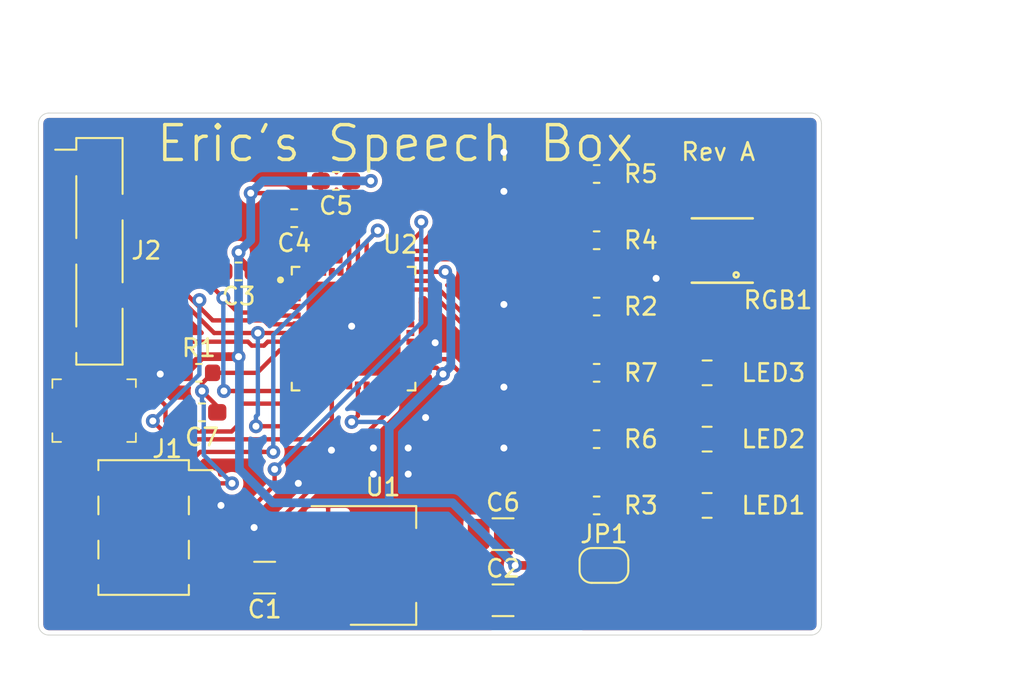
<source format=kicad_pcb>
(kicad_pcb (version 20171130) (host pcbnew 5.1.4+dfsg1-2)

  (general
    (thickness 1.6)
    (drawings 13)
    (tracks 249)
    (zones 0)
    (modules 24)
    (nets 43)
  )

  (page A4)
  (title_block
    (title "Eric's Speech Box")
    (rev A)
  )

  (layers
    (0 F.Cu signal)
    (31 B.Cu signal)
    (32 B.Adhes user)
    (33 F.Adhes user)
    (34 B.Paste user)
    (35 F.Paste user)
    (36 B.SilkS user)
    (37 F.SilkS user)
    (38 B.Mask user)
    (39 F.Mask user)
    (40 Dwgs.User user)
    (41 Cmts.User user)
    (42 Eco1.User user)
    (43 Eco2.User user)
    (44 Edge.Cuts user)
    (45 Margin user)
    (46 B.CrtYd user)
    (47 F.CrtYd user)
    (48 B.Fab user hide)
    (49 F.Fab user hide)
  )

  (setup
    (last_trace_width 0.25)
    (trace_clearance 0.2)
    (zone_clearance 0.254)
    (zone_45_only no)
    (trace_min 0.2)
    (via_size 0.8)
    (via_drill 0.4)
    (via_min_size 0.4)
    (via_min_drill 0.3)
    (uvia_size 0.3)
    (uvia_drill 0.1)
    (uvias_allowed no)
    (uvia_min_size 0.2)
    (uvia_min_drill 0.1)
    (edge_width 0.05)
    (segment_width 0.2)
    (pcb_text_width 0.3)
    (pcb_text_size 1.5 1.5)
    (mod_edge_width 0.12)
    (mod_text_size 1 1)
    (mod_text_width 0.15)
    (pad_size 4.7 3.43)
    (pad_drill 0)
    (pad_to_mask_clearance 0.051)
    (solder_mask_min_width 0.25)
    (aux_axis_origin 0 0)
    (visible_elements FFFFFF7F)
    (pcbplotparams
      (layerselection 0x010fc_ffffffff)
      (usegerberextensions false)
      (usegerberattributes false)
      (usegerberadvancedattributes false)
      (creategerberjobfile false)
      (excludeedgelayer true)
      (linewidth 0.100000)
      (plotframeref false)
      (viasonmask false)
      (mode 1)
      (useauxorigin false)
      (hpglpennumber 1)
      (hpglpenspeed 20)
      (hpglpendiameter 15.000000)
      (psnegative false)
      (psa4output false)
      (plotreference true)
      (plotvalue true)
      (plotinvisibletext false)
      (padsonsilk false)
      (subtractmaskfromsilk false)
      (outputformat 1)
      (mirror false)
      (drillshape 0)
      (scaleselection 1)
      (outputdirectory "gerber/"))
  )

  (net 0 "")
  (net 1 GND)
  (net 2 +3V3)
  (net 3 +5V)
  (net 4 PGM)
  (net 5 TXD)
  (net 6 RXD)
  (net 7 EN)
  (net 8 "Net-(J2-Pad4)")
  (net 9 "Net-(J2-Pad3)")
  (net 10 "Net-(J2-Pad2)")
  (net 11 "Net-(J2-Pad1)")
  (net 12 "Net-(R2-Pad1)")
  (net 13 "Net-(R3-Pad1)")
  (net 14 "Net-(R4-Pad1)")
  (net 15 "Net-(R5-Pad1)")
  (net 16 "Net-(R6-Pad1)")
  (net 17 "Net-(R7-Pad1)")
  (net 18 "Net-(LED1-Pad2)")
  (net 19 "Net-(LED2-Pad2)")
  (net 20 "Net-(LED3-Pad2)")
  (net 21 "Net-(R2-Pad2)")
  (net 22 "Net-(R4-Pad2)")
  (net 23 "Net-(R5-Pad2)")
  (net 24 "Net-(U2-Pad34)")
  (net 25 "Net-(U2-Pad33)")
  (net 26 "Net-(U2-Pad32)")
  (net 27 "Net-(U2-Pad31)")
  (net 28 "Net-(U2-Pad30)")
  (net 29 "Net-(U2-Pad29)")
  (net 30 "Net-(U2-Pad28)")
  (net 31 "Net-(U2-Pad25)")
  (net 32 "Net-(U2-Pad24)")
  (net 33 "Net-(U2-Pad22)")
  (net 34 "Net-(U2-Pad21)")
  (net 35 "Net-(U2-Pad20)")
  (net 36 "Net-(U2-Pad18)")
  (net 37 "Net-(U2-Pad17)")
  (net 38 "Net-(U2-Pad13)")
  (net 39 "Net-(U2-Pad11)")
  (net 40 "Net-(U2-Pad10)")
  (net 41 "Net-(U2-Pad2)")
  (net 42 "Net-(C2-Pad1)")

  (net_class Default "This is the default net class."
    (clearance 0.2)
    (trace_width 0.25)
    (via_dia 0.8)
    (via_drill 0.4)
    (uvia_dia 0.3)
    (uvia_drill 0.1)
    (add_net +3V3)
    (add_net +5V)
    (add_net EN)
    (add_net GND)
    (add_net "Net-(C2-Pad1)")
    (add_net "Net-(J2-Pad1)")
    (add_net "Net-(J2-Pad2)")
    (add_net "Net-(J2-Pad3)")
    (add_net "Net-(J2-Pad4)")
    (add_net "Net-(LED1-Pad2)")
    (add_net "Net-(LED2-Pad2)")
    (add_net "Net-(LED3-Pad2)")
    (add_net "Net-(R2-Pad1)")
    (add_net "Net-(R2-Pad2)")
    (add_net "Net-(R3-Pad1)")
    (add_net "Net-(R4-Pad1)")
    (add_net "Net-(R4-Pad2)")
    (add_net "Net-(R5-Pad1)")
    (add_net "Net-(R5-Pad2)")
    (add_net "Net-(R6-Pad1)")
    (add_net "Net-(R7-Pad1)")
    (add_net "Net-(U2-Pad10)")
    (add_net "Net-(U2-Pad11)")
    (add_net "Net-(U2-Pad13)")
    (add_net "Net-(U2-Pad17)")
    (add_net "Net-(U2-Pad18)")
    (add_net "Net-(U2-Pad2)")
    (add_net "Net-(U2-Pad20)")
    (add_net "Net-(U2-Pad21)")
    (add_net "Net-(U2-Pad22)")
    (add_net "Net-(U2-Pad24)")
    (add_net "Net-(U2-Pad25)")
    (add_net "Net-(U2-Pad28)")
    (add_net "Net-(U2-Pad29)")
    (add_net "Net-(U2-Pad30)")
    (add_net "Net-(U2-Pad31)")
    (add_net "Net-(U2-Pad32)")
    (add_net "Net-(U2-Pad33)")
    (add_net "Net-(U2-Pad34)")
    (add_net PGM)
    (add_net RXD)
    (add_net TXD)
  )

  (module ESP32-PICO-D4:PQFN50P700X700X104-49N (layer F.Cu) (tedit 0) (tstamp 5DC57D7C)
    (at 118.11 72.39)
    (path /5DC4D6BD)
    (attr smd)
    (fp_text reference U2 (at 2.69 -4.83619) (layer F.SilkS)
      (effects (font (size 1 1) (thickness 0.15)))
    )
    (fp_text value ESP32-PICO-D4 (at -0.52555 4.8557) (layer F.SilkS) hide
      (effects (font (size 1 1) (thickness 0.05)))
    )
    (fp_poly (pts (xy 2.305 0.395) (xy 2.305 2.305) (xy 0.395 2.305) (xy 0.395 0.395)) (layer F.Paste) (width 0))
    (fp_poly (pts (xy -0.395 2.305) (xy -2.305 2.305) (xy -2.305 0.395) (xy -0.395 0.395)) (layer F.Paste) (width 0))
    (fp_poly (pts (xy -2.305 -0.395) (xy -2.305 -2.305) (xy -0.395 -2.305) (xy -0.395 -0.395)) (layer F.Paste) (width 0))
    (fp_poly (pts (xy 0.395 -2.305) (xy 2.305 -2.305) (xy 2.305 -0.395) (xy 0.395 -0.395)) (layer F.Paste) (width 0))
    (fp_circle (center -4.2 -2.8) (end -4.1 -2.8) (layer Eco2.User) (width 0.2))
    (fp_circle (center -4.2 -2.8) (end -4.1 -2.8) (layer F.SilkS) (width 0.2))
    (fp_line (start -3.75 -3.75) (end -3.75 3.75) (layer Eco1.User) (width 0.05))
    (fp_line (start 3.75 -3.75) (end -3.75 -3.75) (layer Eco1.User) (width 0.05))
    (fp_line (start 3.75 3.75) (end 3.75 -3.75) (layer Eco1.User) (width 0.05))
    (fp_line (start -3.75 3.75) (end 3.75 3.75) (layer Eco1.User) (width 0.05))
    (fp_line (start 3.55 -3.55) (end 3.11 -3.55) (layer F.SilkS) (width 0.127))
    (fp_line (start 3.55 -3.11) (end 3.55 -3.55) (layer F.SilkS) (width 0.127))
    (fp_line (start 3.55 3.55) (end 3.11 3.55) (layer F.SilkS) (width 0.127))
    (fp_line (start 3.55 3.11) (end 3.55 3.55) (layer F.SilkS) (width 0.127))
    (fp_line (start -3.55 3.55) (end -3.11 3.55) (layer F.SilkS) (width 0.127))
    (fp_line (start -3.55 3.11) (end -3.55 3.55) (layer F.SilkS) (width 0.127))
    (fp_line (start -3.55 -3.55) (end -3.11 -3.55) (layer F.SilkS) (width 0.127))
    (fp_line (start -3.55 -3.11) (end -3.55 -3.55) (layer F.SilkS) (width 0.127))
    (fp_line (start 3.55 3.55) (end -3.55 3.55) (layer Eco2.User) (width 0.127))
    (fp_line (start 3.55 -3.55) (end 3.55 3.55) (layer Eco2.User) (width 0.127))
    (fp_line (start -3.55 -3.55) (end 3.55 -3.55) (layer Eco2.User) (width 0.127))
    (fp_line (start -3.55 3.55) (end -3.55 -3.55) (layer Eco2.User) (width 0.127))
    (pad 49 smd rect (at 0 0) (size 5.4 5.4) (layers F.Cu F.Paste F.Mask)
      (net 1 GND))
    (pad 48 smd rect (at -2.75 -3.265 90) (size 0.45 0.35) (layers F.Cu F.Paste F.Mask))
    (pad 47 smd rect (at -2.25 -3.265 90) (size 0.45 0.35) (layers F.Cu F.Paste F.Mask))
    (pad 46 smd rect (at -1.75 -3.265 90) (size 0.45 0.35) (layers F.Cu F.Paste F.Mask)
      (net 2 +3V3))
    (pad 45 smd rect (at -1.25 -3.265 90) (size 0.45 0.35) (layers F.Cu F.Paste F.Mask))
    (pad 44 smd rect (at -0.75 -3.265 90) (size 0.45 0.35) (layers F.Cu F.Paste F.Mask))
    (pad 43 smd rect (at -0.25 -3.265 90) (size 0.45 0.35) (layers F.Cu F.Paste F.Mask)
      (net 2 +3V3))
    (pad 42 smd rect (at 0.25 -3.265 90) (size 0.45 0.35) (layers F.Cu F.Paste F.Mask)
      (net 15 "Net-(R5-Pad1)"))
    (pad 41 smd rect (at 0.75 -3.265 90) (size 0.45 0.35) (layers F.Cu F.Paste F.Mask)
      (net 5 TXD))
    (pad 40 smd rect (at 1.25 -3.265 90) (size 0.45 0.35) (layers F.Cu F.Paste F.Mask)
      (net 6 RXD))
    (pad 39 smd rect (at 1.75 -3.265 90) (size 0.45 0.35) (layers F.Cu F.Paste F.Mask)
      (net 14 "Net-(R4-Pad1)"))
    (pad 38 smd rect (at 2.25 -3.265 90) (size 0.45 0.35) (layers F.Cu F.Paste F.Mask)
      (net 12 "Net-(R2-Pad1)"))
    (pad 37 smd rect (at 2.75 -3.265 90) (size 0.45 0.35) (layers F.Cu F.Paste F.Mask)
      (net 2 +3V3))
    (pad 36 smd rect (at 3.265 -2.75) (size 0.45 0.35) (layers F.Cu F.Paste F.Mask)
      (net 17 "Net-(R7-Pad1)"))
    (pad 35 smd rect (at 3.265 -2.25) (size 0.45 0.35) (layers F.Cu F.Paste F.Mask)
      (net 16 "Net-(R6-Pad1)"))
    (pad 34 smd rect (at 3.265 -1.75) (size 0.45 0.35) (layers F.Cu F.Paste F.Mask)
      (net 24 "Net-(U2-Pad34)"))
    (pad 33 smd rect (at 3.265 -1.25) (size 0.45 0.35) (layers F.Cu F.Paste F.Mask)
      (net 25 "Net-(U2-Pad33)"))
    (pad 32 smd rect (at 3.265 -0.75) (size 0.45 0.35) (layers F.Cu F.Paste F.Mask)
      (net 26 "Net-(U2-Pad32)"))
    (pad 31 smd rect (at 3.265 -0.25) (size 0.45 0.35) (layers F.Cu F.Paste F.Mask)
      (net 27 "Net-(U2-Pad31)"))
    (pad 30 smd rect (at 3.265 0.25) (size 0.45 0.35) (layers F.Cu F.Paste F.Mask)
      (net 28 "Net-(U2-Pad30)"))
    (pad 29 smd rect (at 3.265 0.75) (size 0.45 0.35) (layers F.Cu F.Paste F.Mask)
      (net 29 "Net-(U2-Pad29)"))
    (pad 28 smd rect (at 3.265 1.25) (size 0.45 0.35) (layers F.Cu F.Paste F.Mask)
      (net 30 "Net-(U2-Pad28)"))
    (pad 27 smd rect (at 3.265 1.75) (size 0.45 0.35) (layers F.Cu F.Paste F.Mask)
      (net 13 "Net-(R3-Pad1)"))
    (pad 26 smd rect (at 3.265 2.25) (size 0.45 0.35) (layers F.Cu F.Paste F.Mask)
      (net 2 +3V3))
    (pad 25 smd rect (at 3.265 2.75) (size 0.45 0.35) (layers F.Cu F.Paste F.Mask)
      (net 31 "Net-(U2-Pad25)"))
    (pad 24 smd rect (at 2.75 3.265 270) (size 0.45 0.35) (layers F.Cu F.Paste F.Mask)
      (net 32 "Net-(U2-Pad24)"))
    (pad 23 smd rect (at 2.25 3.265 270) (size 0.45 0.35) (layers F.Cu F.Paste F.Mask)
      (net 4 PGM))
    (pad 22 smd rect (at 1.75 3.265 270) (size 0.45 0.35) (layers F.Cu F.Paste F.Mask)
      (net 33 "Net-(U2-Pad22)"))
    (pad 21 smd rect (at 1.25 3.265 270) (size 0.45 0.35) (layers F.Cu F.Paste F.Mask)
      (net 34 "Net-(U2-Pad21)"))
    (pad 20 smd rect (at 0.75 3.265 270) (size 0.45 0.35) (layers F.Cu F.Paste F.Mask)
      (net 35 "Net-(U2-Pad20)"))
    (pad 19 smd rect (at 0.25 3.265 270) (size 0.45 0.35) (layers F.Cu F.Paste F.Mask)
      (net 2 +3V3))
    (pad 18 smd rect (at -0.25 3.265 270) (size 0.45 0.35) (layers F.Cu F.Paste F.Mask)
      (net 36 "Net-(U2-Pad18)"))
    (pad 17 smd rect (at -0.75 3.265 270) (size 0.45 0.35) (layers F.Cu F.Paste F.Mask)
      (net 37 "Net-(U2-Pad17)"))
    (pad 16 smd rect (at -1.25 3.265 270) (size 0.45 0.35) (layers F.Cu F.Paste F.Mask)
      (net 10 "Net-(J2-Pad2)"))
    (pad 15 smd rect (at -1.75 3.265 270) (size 0.45 0.35) (layers F.Cu F.Paste F.Mask)
      (net 9 "Net-(J2-Pad3)"))
    (pad 14 smd rect (at -2.25 3.265 270) (size 0.45 0.35) (layers F.Cu F.Paste F.Mask)
      (net 8 "Net-(J2-Pad4)"))
    (pad 13 smd rect (at -2.75 3.265 270) (size 0.45 0.35) (layers F.Cu F.Paste F.Mask)
      (net 38 "Net-(U2-Pad13)"))
    (pad 12 smd rect (at -3.265 2.75 180) (size 0.45 0.35) (layers F.Cu F.Paste F.Mask)
      (net 11 "Net-(J2-Pad1)"))
    (pad 11 smd rect (at -3.265 2.25 180) (size 0.45 0.35) (layers F.Cu F.Paste F.Mask)
      (net 39 "Net-(U2-Pad11)"))
    (pad 10 smd rect (at -3.265 1.75 180) (size 0.45 0.35) (layers F.Cu F.Paste F.Mask)
      (net 40 "Net-(U2-Pad10)"))
    (pad 9 smd rect (at -3.265 1.25 180) (size 0.45 0.35) (layers F.Cu F.Paste F.Mask)
      (net 7 EN))
    (pad 8 smd rect (at -3.265 0.75 180) (size 0.45 0.35) (layers F.Cu F.Paste F.Mask)
      (net 8 "Net-(J2-Pad4)"))
    (pad 7 smd rect (at -3.265 0.25 180) (size 0.45 0.35) (layers F.Cu F.Paste F.Mask)
      (net 9 "Net-(J2-Pad3)"))
    (pad 6 smd rect (at -3.265 -0.25 180) (size 0.45 0.35) (layers F.Cu F.Paste F.Mask)
      (net 10 "Net-(J2-Pad2)"))
    (pad 5 smd rect (at -3.265 -0.75 180) (size 0.45 0.35) (layers F.Cu F.Paste F.Mask)
      (net 11 "Net-(J2-Pad1)"))
    (pad 4 smd rect (at -3.265 -1.25 180) (size 0.45 0.35) (layers F.Cu F.Paste F.Mask)
      (net 2 +3V3))
    (pad 3 smd rect (at -3.265 -1.75 180) (size 0.45 0.35) (layers F.Cu F.Paste F.Mask)
      (net 2 +3V3))
    (pad 2 smd rect (at -3.265 -2.25 180) (size 0.45 0.35) (layers F.Cu F.Paste F.Mask)
      (net 41 "Net-(U2-Pad2)"))
    (pad 1 smd rect (at -3.265 -2.75 180) (size 0.45 0.35) (layers F.Cu F.Paste F.Mask)
      (net 2 +3V3))
  )

  (module Capacitor_SMD:C_0603_1608Metric_Pad1.05x0.95mm_HandSolder (layer F.Cu) (tedit 5B301BBE) (tstamp 5DCAD948)
    (at 109.4 77.2 180)
    (descr "Capacitor SMD 0603 (1608 Metric), square (rectangular) end terminal, IPC_7351 nominal with elongated pad for handsoldering. (Body size source: http://www.tortai-tech.com/upload/download/2011102023233369053.pdf), generated with kicad-footprint-generator")
    (tags "capacitor handsolder")
    (path /5DCFB1B1)
    (attr smd)
    (fp_text reference C7 (at 0 -1.43) (layer F.SilkS)
      (effects (font (size 1 1) (thickness 0.15)))
    )
    (fp_text value 0.1uF (at 0 1.43) (layer F.Fab)
      (effects (font (size 1 1) (thickness 0.15)))
    )
    (fp_text user %R (at 0 0) (layer F.Fab)
      (effects (font (size 0.4 0.4) (thickness 0.06)))
    )
    (fp_line (start 1.65 0.73) (end -1.65 0.73) (layer F.CrtYd) (width 0.05))
    (fp_line (start 1.65 -0.73) (end 1.65 0.73) (layer F.CrtYd) (width 0.05))
    (fp_line (start -1.65 -0.73) (end 1.65 -0.73) (layer F.CrtYd) (width 0.05))
    (fp_line (start -1.65 0.73) (end -1.65 -0.73) (layer F.CrtYd) (width 0.05))
    (fp_line (start -0.171267 0.51) (end 0.171267 0.51) (layer F.SilkS) (width 0.12))
    (fp_line (start -0.171267 -0.51) (end 0.171267 -0.51) (layer F.SilkS) (width 0.12))
    (fp_line (start 0.8 0.4) (end -0.8 0.4) (layer F.Fab) (width 0.1))
    (fp_line (start 0.8 -0.4) (end 0.8 0.4) (layer F.Fab) (width 0.1))
    (fp_line (start -0.8 -0.4) (end 0.8 -0.4) (layer F.Fab) (width 0.1))
    (fp_line (start -0.8 0.4) (end -0.8 -0.4) (layer F.Fab) (width 0.1))
    (pad 2 smd roundrect (at 0.875 0 180) (size 1.05 0.95) (layers F.Cu F.Paste F.Mask) (roundrect_rratio 0.25)
      (net 1 GND))
    (pad 1 smd roundrect (at -0.875 0 180) (size 1.05 0.95) (layers F.Cu F.Paste F.Mask) (roundrect_rratio 0.25)
      (net 7 EN))
    (model ${KISYS3DMOD}/Capacitor_SMD.3dshapes/C_0603_1608Metric.wrl
      (at (xyz 0 0 0))
      (scale (xyz 1 1 1))
      (rotate (xyz 0 0 0))
    )
  )

  (module digikey-footprints:Test_Point_3.43x1.78mm (layer F.Cu) (tedit 5DCA31EB) (tstamp 5DCAC5A0)
    (at 103.2 77.1)
    (attr smd)
    (fp_text reference REF** (at 0 -3.02) (layer F.SilkS) hide
      (effects (font (size 1 1) (thickness 0.15)))
    )
    (fp_text value Test_Point_4.7x3.43mm (at 0 3.1) (layer F.Fab)
      (effects (font (size 1 1) (thickness 0.15)))
    )
    (fp_text user %R (at 0 0) (layer F.Fab)
      (effects (font (size 0.5 0.5) (thickness 0.05)))
    )
    (fp_line (start -1.9 1.42) (end 1.9 1.42) (layer F.Fab) (width 0.1))
    (fp_line (start -1.9 1.42) (end -1.9 -1.42) (layer F.Fab) (width 0.1))
    (fp_line (start -1.9 -1.42) (end 1.9 -1.42) (layer F.Fab) (width 0.1))
    (fp_line (start 1.9 1.42) (end 1.9 -1.42) (layer F.Fab) (width 0.1))
    (fp_line (start 2.4 -1.8) (end 1.9 -1.8) (layer F.SilkS) (width 0.1))
    (fp_line (start 2.4 -1.8) (end 2.4 -1.35) (layer F.SilkS) (width 0.1))
    (fp_line (start -2.4 -1.8) (end -2.4 -1.3) (layer F.SilkS) (width 0.1))
    (fp_line (start -2.4 -1.8) (end -1.9 -1.8) (layer F.SilkS) (width 0.1))
    (fp_line (start -2.4 1.8) (end -2.4 1.3) (layer F.SilkS) (width 0.1))
    (fp_line (start -2.4 1.8) (end -1.9 1.8) (layer F.SilkS) (width 0.1))
    (fp_line (start 1.9 1.8) (end 2.4 1.8) (layer F.SilkS) (width 0.1))
    (fp_line (start 2.4 1.8) (end 2.4 1.3) (layer F.SilkS) (width 0.1))
    (fp_line (start 2.6 -1.97) (end -2.6 -1.97) (layer F.CrtYd) (width 0.05))
    (fp_line (start -2.6 -1.97) (end -2.6 1.97) (layer F.CrtYd) (width 0.05))
    (fp_line (start 2.6 1.97) (end -2.6 1.97) (layer F.CrtYd) (width 0.05))
    (fp_line (start 2.6 -1.97) (end 2.6 1.97) (layer F.CrtYd) (width 0.05))
    (pad 1 smd rect (at 0 0) (size 4.7 3.43) (layers F.Cu F.Paste F.Mask)
      (net 3 +5V))
  )

  (module Link2Web:FM-Z3535RGBA (layer F.Cu) (tedit 5DCA2FAF) (tstamp 5DCAB4BA)
    (at 139.3 67.9 180)
    (descr "Foshan NationStar LED")
    (path /5DCED4E5)
    (attr smd)
    (fp_text reference RGB1 (at -3.2 -2.85 180) (layer F.SilkS)
      (effects (font (size 1 1) (thickness 0.15)))
    )
    (fp_text value LED_RGB (at 0.4 3.05 180) (layer F.Fab)
      (effects (font (size 1 1) (thickness 0.15)))
    )
    (fp_circle (center -0.8 -1.4) (end -0.7 -1.3) (layer F.SilkS) (width 0.15))
    (fp_line (start 1.75 1.85) (end -1.75 1.85) (layer F.SilkS) (width 0.15))
    (fp_line (start -1.75 -1.85) (end 1.75 -1.85) (layer F.SilkS) (width 0.15))
    (fp_line (start -2 2) (end 2 2) (layer F.CrtYd) (width 0.01))
    (fp_line (start 2 -2) (end -2 -2) (layer F.CrtYd) (width 0.01))
    (fp_line (start -2 2) (end -2 -2) (layer F.CrtYd) (width 0.01))
    (fp_line (start 2 2) (end 2 -2) (layer F.CrtYd) (width 0.01))
    (pad 1 smd rect (at -1.45 -1.1 180) (size 0.8 0.6) (layers F.Cu F.Paste F.Mask)
      (net 1 GND))
    (pad 3 smd rect (at -1.45 1.1 180) (size 0.8 0.6) (layers F.Cu F.Paste F.Mask)
      (net 1 GND))
    (pad 4 smd rect (at 1.45 1.1) (size 0.8 0.6) (layers F.Cu F.Paste F.Mask)
      (net 23 "Net-(R5-Pad2)"))
    (pad 6 smd rect (at 1.45 -1.1 180) (size 0.8 0.6) (layers F.Cu F.Paste F.Mask)
      (net 21 "Net-(R2-Pad2)"))
    (pad 5 smd rect (at 1.45 0 180) (size 0.8 0.6) (layers F.Cu F.Paste F.Mask)
      (net 22 "Net-(R4-Pad2)"))
    (pad 2 smd rect (at -1.45 0 180) (size 0.8 0.6) (layers F.Cu F.Paste F.Mask)
      (net 1 GND))
  )

  (module Jumper:SolderJumper-2_P1.3mm_Open_RoundedPad1.0x1.5mm (layer F.Cu) (tedit 5B391E66) (tstamp 5DCA5790)
    (at 132.5 86)
    (descr "SMD Solder Jumper, 1x1.5mm, rounded Pads, 0.3mm gap, open")
    (tags "solder jumper open")
    (path /5DCB27F3)
    (attr virtual)
    (fp_text reference JP1 (at 0 -1.8) (layer F.SilkS)
      (effects (font (size 1 1) (thickness 0.15)))
    )
    (fp_text value Jumper_2_Bridged (at 0 1.9) (layer F.Fab)
      (effects (font (size 1 1) (thickness 0.15)))
    )
    (fp_line (start 1.65 1.25) (end -1.65 1.25) (layer F.CrtYd) (width 0.05))
    (fp_line (start 1.65 1.25) (end 1.65 -1.25) (layer F.CrtYd) (width 0.05))
    (fp_line (start -1.65 -1.25) (end -1.65 1.25) (layer F.CrtYd) (width 0.05))
    (fp_line (start -1.65 -1.25) (end 1.65 -1.25) (layer F.CrtYd) (width 0.05))
    (fp_line (start -0.7 -1) (end 0.7 -1) (layer F.SilkS) (width 0.12))
    (fp_line (start 1.4 -0.3) (end 1.4 0.3) (layer F.SilkS) (width 0.12))
    (fp_line (start 0.7 1) (end -0.7 1) (layer F.SilkS) (width 0.12))
    (fp_line (start -1.4 0.3) (end -1.4 -0.3) (layer F.SilkS) (width 0.12))
    (fp_arc (start -0.7 -0.3) (end -0.7 -1) (angle -90) (layer F.SilkS) (width 0.12))
    (fp_arc (start -0.7 0.3) (end -1.4 0.3) (angle -90) (layer F.SilkS) (width 0.12))
    (fp_arc (start 0.7 0.3) (end 0.7 1) (angle -90) (layer F.SilkS) (width 0.12))
    (fp_arc (start 0.7 -0.3) (end 1.4 -0.3) (angle -90) (layer F.SilkS) (width 0.12))
    (pad 2 smd custom (at 0.65 0) (size 1 0.5) (layers F.Cu F.Mask)
      (net 42 "Net-(C2-Pad1)") (zone_connect 2)
      (options (clearance outline) (anchor rect))
      (primitives
        (gr_circle (center 0 0.25) (end 0.5 0.25) (width 0))
        (gr_circle (center 0 -0.25) (end 0.5 -0.25) (width 0))
        (gr_poly (pts
           (xy 0 -0.75) (xy -0.5 -0.75) (xy -0.5 0.75) (xy 0 0.75)) (width 0))
      ))
    (pad 1 smd custom (at -0.65 0) (size 1 0.5) (layers F.Cu F.Mask)
      (net 2 +3V3) (zone_connect 2)
      (options (clearance outline) (anchor rect))
      (primitives
        (gr_circle (center 0 0.25) (end 0.5 0.25) (width 0))
        (gr_circle (center 0 -0.25) (end 0.5 -0.25) (width 0))
        (gr_poly (pts
           (xy 0 -0.75) (xy 0.5 -0.75) (xy 0.5 0.75) (xy 0 0.75)) (width 0))
      ))
  )

  (module Package_TO_SOT_SMD:SOT-223-3_TabPin2 (layer F.Cu) (tedit 5A02FF57) (tstamp 5DCA6CF4)
    (at 119.8 86)
    (descr "module CMS SOT223 4 pins")
    (tags "CMS SOT")
    (path /5DCC8462)
    (attr smd)
    (fp_text reference U1 (at 0 -4.5) (layer F.SilkS)
      (effects (font (size 1 1) (thickness 0.15)))
    )
    (fp_text value AMS1117 (at 0 4.5) (layer F.Fab)
      (effects (font (size 1 1) (thickness 0.15)))
    )
    (fp_line (start 1.85 -3.35) (end 1.85 3.35) (layer F.Fab) (width 0.1))
    (fp_line (start -1.85 3.35) (end 1.85 3.35) (layer F.Fab) (width 0.1))
    (fp_line (start -4.1 -3.41) (end 1.91 -3.41) (layer F.SilkS) (width 0.12))
    (fp_line (start -0.85 -3.35) (end 1.85 -3.35) (layer F.Fab) (width 0.1))
    (fp_line (start -1.85 3.41) (end 1.91 3.41) (layer F.SilkS) (width 0.12))
    (fp_line (start -1.85 -2.35) (end -1.85 3.35) (layer F.Fab) (width 0.1))
    (fp_line (start -1.85 -2.35) (end -0.85 -3.35) (layer F.Fab) (width 0.1))
    (fp_line (start -4.4 -3.6) (end -4.4 3.6) (layer F.CrtYd) (width 0.05))
    (fp_line (start -4.4 3.6) (end 4.4 3.6) (layer F.CrtYd) (width 0.05))
    (fp_line (start 4.4 3.6) (end 4.4 -3.6) (layer F.CrtYd) (width 0.05))
    (fp_line (start 4.4 -3.6) (end -4.4 -3.6) (layer F.CrtYd) (width 0.05))
    (fp_line (start 1.91 -3.41) (end 1.91 -2.15) (layer F.SilkS) (width 0.12))
    (fp_line (start 1.91 3.41) (end 1.91 2.15) (layer F.SilkS) (width 0.12))
    (fp_text user %R (at 0 0 90) (layer F.Fab)
      (effects (font (size 0.8 0.8) (thickness 0.12)))
    )
    (pad 1 smd rect (at -3.15 -2.3) (size 2 1.5) (layers F.Cu F.Paste F.Mask)
      (net 1 GND))
    (pad 3 smd rect (at -3.15 2.3) (size 2 1.5) (layers F.Cu F.Paste F.Mask)
      (net 3 +5V))
    (pad 2 smd rect (at -3.15 0) (size 2 1.5) (layers F.Cu F.Paste F.Mask)
      (net 42 "Net-(C2-Pad1)"))
    (pad 2 smd rect (at 3.15 0) (size 2 3.8) (layers F.Cu F.Paste F.Mask)
      (net 42 "Net-(C2-Pad1)"))
    (model ${KISYS3DMOD}/Package_TO_SOT_SMD.3dshapes/SOT-223.wrl
      (at (xyz 0 0 0))
      (scale (xyz 1 1 1))
      (rotate (xyz 0 0 0))
    )
  )

  (module Capacitor_SMD:C_1206_3216Metric (layer F.Cu) (tedit 5B301BBE) (tstamp 5DCA6A9A)
    (at 126.7 84.2)
    (descr "Capacitor SMD 1206 (3216 Metric), square (rectangular) end terminal, IPC_7351 nominal, (Body size source: http://www.tortai-tech.com/upload/download/2011102023233369053.pdf), generated with kicad-footprint-generator")
    (tags capacitor)
    (path /5DCC93AA)
    (attr smd)
    (fp_text reference C6 (at 0 -1.82) (layer F.SilkS)
      (effects (font (size 1 1) (thickness 0.15)))
    )
    (fp_text value 10uF (at 0 1.82) (layer F.Fab)
      (effects (font (size 1 1) (thickness 0.15)))
    )
    (fp_text user %R (at 0 0) (layer F.Fab)
      (effects (font (size 0.8 0.8) (thickness 0.12)))
    )
    (fp_line (start 2.28 1.12) (end -2.28 1.12) (layer F.CrtYd) (width 0.05))
    (fp_line (start 2.28 -1.12) (end 2.28 1.12) (layer F.CrtYd) (width 0.05))
    (fp_line (start -2.28 -1.12) (end 2.28 -1.12) (layer F.CrtYd) (width 0.05))
    (fp_line (start -2.28 1.12) (end -2.28 -1.12) (layer F.CrtYd) (width 0.05))
    (fp_line (start -0.602064 0.91) (end 0.602064 0.91) (layer F.SilkS) (width 0.12))
    (fp_line (start -0.602064 -0.91) (end 0.602064 -0.91) (layer F.SilkS) (width 0.12))
    (fp_line (start 1.6 0.8) (end -1.6 0.8) (layer F.Fab) (width 0.1))
    (fp_line (start 1.6 -0.8) (end 1.6 0.8) (layer F.Fab) (width 0.1))
    (fp_line (start -1.6 -0.8) (end 1.6 -0.8) (layer F.Fab) (width 0.1))
    (fp_line (start -1.6 0.8) (end -1.6 -0.8) (layer F.Fab) (width 0.1))
    (pad 2 smd roundrect (at 1.4 0) (size 1.25 1.75) (layers F.Cu F.Paste F.Mask) (roundrect_rratio 0.2)
      (net 1 GND))
    (pad 1 smd roundrect (at -1.4 0) (size 1.25 1.75) (layers F.Cu F.Paste F.Mask) (roundrect_rratio 0.2)
      (net 42 "Net-(C2-Pad1)"))
    (model ${KISYS3DMOD}/Capacitor_SMD.3dshapes/C_1206_3216Metric.wrl
      (at (xyz 0 0 0))
      (scale (xyz 1 1 1))
      (rotate (xyz 0 0 0))
    )
  )

  (module Capacitor_SMD:C_1206_3216Metric (layer F.Cu) (tedit 5B301BBE) (tstamp 5DCA6A29)
    (at 126.7 88)
    (descr "Capacitor SMD 1206 (3216 Metric), square (rectangular) end terminal, IPC_7351 nominal, (Body size source: http://www.tortai-tech.com/upload/download/2011102023233369053.pdf), generated with kicad-footprint-generator")
    (tags capacitor)
    (path /5DCC8E6B)
    (attr smd)
    (fp_text reference C2 (at 0 -1.82) (layer F.SilkS)
      (effects (font (size 1 1) (thickness 0.15)))
    )
    (fp_text value 10uF (at 0 1.82) (layer F.Fab)
      (effects (font (size 1 1) (thickness 0.15)))
    )
    (fp_text user %R (at 0 0) (layer F.Fab)
      (effects (font (size 0.8 0.8) (thickness 0.12)))
    )
    (fp_line (start 2.28 1.12) (end -2.28 1.12) (layer F.CrtYd) (width 0.05))
    (fp_line (start 2.28 -1.12) (end 2.28 1.12) (layer F.CrtYd) (width 0.05))
    (fp_line (start -2.28 -1.12) (end 2.28 -1.12) (layer F.CrtYd) (width 0.05))
    (fp_line (start -2.28 1.12) (end -2.28 -1.12) (layer F.CrtYd) (width 0.05))
    (fp_line (start -0.602064 0.91) (end 0.602064 0.91) (layer F.SilkS) (width 0.12))
    (fp_line (start -0.602064 -0.91) (end 0.602064 -0.91) (layer F.SilkS) (width 0.12))
    (fp_line (start 1.6 0.8) (end -1.6 0.8) (layer F.Fab) (width 0.1))
    (fp_line (start 1.6 -0.8) (end 1.6 0.8) (layer F.Fab) (width 0.1))
    (fp_line (start -1.6 -0.8) (end 1.6 -0.8) (layer F.Fab) (width 0.1))
    (fp_line (start -1.6 0.8) (end -1.6 -0.8) (layer F.Fab) (width 0.1))
    (pad 2 smd roundrect (at 1.4 0) (size 1.25 1.75) (layers F.Cu F.Paste F.Mask) (roundrect_rratio 0.2)
      (net 1 GND))
    (pad 1 smd roundrect (at -1.4 0) (size 1.25 1.75) (layers F.Cu F.Paste F.Mask) (roundrect_rratio 0.2)
      (net 42 "Net-(C2-Pad1)"))
    (model ${KISYS3DMOD}/Capacitor_SMD.3dshapes/C_1206_3216Metric.wrl
      (at (xyz 0 0 0))
      (scale (xyz 1 1 1))
      (rotate (xyz 0 0 0))
    )
  )

  (module Capacitor_SMD:C_1206_3216Metric (layer F.Cu) (tedit 5B301BBE) (tstamp 5DCA6A18)
    (at 113 86.7 180)
    (descr "Capacitor SMD 1206 (3216 Metric), square (rectangular) end terminal, IPC_7351 nominal, (Body size source: http://www.tortai-tech.com/upload/download/2011102023233369053.pdf), generated with kicad-footprint-generator")
    (tags capacitor)
    (path /5DCD0C23)
    (attr smd)
    (fp_text reference C1 (at 0 -1.82) (layer F.SilkS)
      (effects (font (size 1 1) (thickness 0.15)))
    )
    (fp_text value 10uF (at 0 1.82) (layer F.Fab)
      (effects (font (size 1 1) (thickness 0.15)))
    )
    (fp_text user %R (at 0 0) (layer F.Fab)
      (effects (font (size 0.8 0.8) (thickness 0.12)))
    )
    (fp_line (start 2.28 1.12) (end -2.28 1.12) (layer F.CrtYd) (width 0.05))
    (fp_line (start 2.28 -1.12) (end 2.28 1.12) (layer F.CrtYd) (width 0.05))
    (fp_line (start -2.28 -1.12) (end 2.28 -1.12) (layer F.CrtYd) (width 0.05))
    (fp_line (start -2.28 1.12) (end -2.28 -1.12) (layer F.CrtYd) (width 0.05))
    (fp_line (start -0.602064 0.91) (end 0.602064 0.91) (layer F.SilkS) (width 0.12))
    (fp_line (start -0.602064 -0.91) (end 0.602064 -0.91) (layer F.SilkS) (width 0.12))
    (fp_line (start 1.6 0.8) (end -1.6 0.8) (layer F.Fab) (width 0.1))
    (fp_line (start 1.6 -0.8) (end 1.6 0.8) (layer F.Fab) (width 0.1))
    (fp_line (start -1.6 -0.8) (end 1.6 -0.8) (layer F.Fab) (width 0.1))
    (fp_line (start -1.6 0.8) (end -1.6 -0.8) (layer F.Fab) (width 0.1))
    (pad 2 smd roundrect (at 1.4 0 180) (size 1.25 1.75) (layers F.Cu F.Paste F.Mask) (roundrect_rratio 0.2)
      (net 1 GND))
    (pad 1 smd roundrect (at -1.4 0 180) (size 1.25 1.75) (layers F.Cu F.Paste F.Mask) (roundrect_rratio 0.2)
      (net 3 +5V))
    (model ${KISYS3DMOD}/Capacitor_SMD.3dshapes/C_1206_3216Metric.wrl
      (at (xyz 0 0 0))
      (scale (xyz 1 1 1))
      (rotate (xyz 0 0 0))
    )
  )

  (module Capacitor_SMD:C_0603_1608Metric_Pad1.05x0.95mm_HandSolder (layer F.Cu) (tedit 5B301BBE) (tstamp 5DC51A98)
    (at 117.1 63.9 180)
    (descr "Capacitor SMD 0603 (1608 Metric), square (rectangular) end terminal, IPC_7351 nominal with elongated pad for handsoldering. (Body size source: http://www.tortai-tech.com/upload/download/2011102023233369053.pdf), generated with kicad-footprint-generator")
    (tags "capacitor handsolder")
    (path /5DC5D852)
    (attr smd)
    (fp_text reference C5 (at 0 -1.43) (layer F.SilkS)
      (effects (font (size 1 1) (thickness 0.15)))
    )
    (fp_text value 1uF (at 0 1.43) (layer F.Fab)
      (effects (font (size 1 1) (thickness 0.15)))
    )
    (fp_text user %R (at 0 0) (layer F.Fab)
      (effects (font (size 0.4 0.4) (thickness 0.06)))
    )
    (fp_line (start 1.65 0.73) (end -1.65 0.73) (layer F.CrtYd) (width 0.05))
    (fp_line (start 1.65 -0.73) (end 1.65 0.73) (layer F.CrtYd) (width 0.05))
    (fp_line (start -1.65 -0.73) (end 1.65 -0.73) (layer F.CrtYd) (width 0.05))
    (fp_line (start -1.65 0.73) (end -1.65 -0.73) (layer F.CrtYd) (width 0.05))
    (fp_line (start -0.171267 0.51) (end 0.171267 0.51) (layer F.SilkS) (width 0.12))
    (fp_line (start -0.171267 -0.51) (end 0.171267 -0.51) (layer F.SilkS) (width 0.12))
    (fp_line (start 0.8 0.4) (end -0.8 0.4) (layer F.Fab) (width 0.1))
    (fp_line (start 0.8 -0.4) (end 0.8 0.4) (layer F.Fab) (width 0.1))
    (fp_line (start -0.8 -0.4) (end 0.8 -0.4) (layer F.Fab) (width 0.1))
    (fp_line (start -0.8 0.4) (end -0.8 -0.4) (layer F.Fab) (width 0.1))
    (pad 2 smd roundrect (at 0.875 0 180) (size 1.05 0.95) (layers F.Cu F.Paste F.Mask) (roundrect_rratio 0.25)
      (net 1 GND))
    (pad 1 smd roundrect (at -0.875 0 180) (size 1.05 0.95) (layers F.Cu F.Paste F.Mask) (roundrect_rratio 0.25)
      (net 2 +3V3))
    (model ${KISYS3DMOD}/Capacitor_SMD.3dshapes/C_0603_1608Metric.wrl
      (at (xyz 0 0 0))
      (scale (xyz 1 1 1))
      (rotate (xyz 0 0 0))
    )
  )

  (module Capacitor_SMD:C_0603_1608Metric_Pad1.05x0.95mm_HandSolder (layer F.Cu) (tedit 5B301BBE) (tstamp 5DC570FA)
    (at 114.7 66.04 180)
    (descr "Capacitor SMD 0603 (1608 Metric), square (rectangular) end terminal, IPC_7351 nominal with elongated pad for handsoldering. (Body size source: http://www.tortai-tech.com/upload/download/2011102023233369053.pdf), generated with kicad-footprint-generator")
    (tags "capacitor handsolder")
    (path /5DC5D4F9)
    (attr smd)
    (fp_text reference C4 (at 0 -1.43) (layer F.SilkS)
      (effects (font (size 1 1) (thickness 0.15)))
    )
    (fp_text value 1uF (at 0 1.43) (layer F.Fab)
      (effects (font (size 1 1) (thickness 0.15)))
    )
    (fp_text user %R (at 0 0) (layer F.Fab)
      (effects (font (size 0.4 0.4) (thickness 0.06)))
    )
    (fp_line (start 1.65 0.73) (end -1.65 0.73) (layer F.CrtYd) (width 0.05))
    (fp_line (start 1.65 -0.73) (end 1.65 0.73) (layer F.CrtYd) (width 0.05))
    (fp_line (start -1.65 -0.73) (end 1.65 -0.73) (layer F.CrtYd) (width 0.05))
    (fp_line (start -1.65 0.73) (end -1.65 -0.73) (layer F.CrtYd) (width 0.05))
    (fp_line (start -0.171267 0.51) (end 0.171267 0.51) (layer F.SilkS) (width 0.12))
    (fp_line (start -0.171267 -0.51) (end 0.171267 -0.51) (layer F.SilkS) (width 0.12))
    (fp_line (start 0.8 0.4) (end -0.8 0.4) (layer F.Fab) (width 0.1))
    (fp_line (start 0.8 -0.4) (end 0.8 0.4) (layer F.Fab) (width 0.1))
    (fp_line (start -0.8 -0.4) (end 0.8 -0.4) (layer F.Fab) (width 0.1))
    (fp_line (start -0.8 0.4) (end -0.8 -0.4) (layer F.Fab) (width 0.1))
    (pad 2 smd roundrect (at 0.875 0 180) (size 1.05 0.95) (layers F.Cu F.Paste F.Mask) (roundrect_rratio 0.25)
      (net 1 GND))
    (pad 1 smd roundrect (at -0.875 0 180) (size 1.05 0.95) (layers F.Cu F.Paste F.Mask) (roundrect_rratio 0.25)
      (net 2 +3V3))
    (model ${KISYS3DMOD}/Capacitor_SMD.3dshapes/C_0603_1608Metric.wrl
      (at (xyz 0 0 0))
      (scale (xyz 1 1 1))
      (rotate (xyz 0 0 0))
    )
  )

  (module Capacitor_SMD:C_0603_1608Metric_Pad1.05x0.95mm_HandSolder (layer F.Cu) (tedit 5B301BBE) (tstamp 5DC51A76)
    (at 111.5 69.1 180)
    (descr "Capacitor SMD 0603 (1608 Metric), square (rectangular) end terminal, IPC_7351 nominal with elongated pad for handsoldering. (Body size source: http://www.tortai-tech.com/upload/download/2011102023233369053.pdf), generated with kicad-footprint-generator")
    (tags "capacitor handsolder")
    (path /5DC5D0D5)
    (attr smd)
    (fp_text reference C3 (at 0 -1.43) (layer F.SilkS)
      (effects (font (size 1 1) (thickness 0.15)))
    )
    (fp_text value 1uF (at 0 1.43) (layer F.Fab)
      (effects (font (size 1 1) (thickness 0.15)))
    )
    (fp_text user %R (at 0 0) (layer F.Fab)
      (effects (font (size 0.4 0.4) (thickness 0.06)))
    )
    (fp_line (start 1.65 0.73) (end -1.65 0.73) (layer F.CrtYd) (width 0.05))
    (fp_line (start 1.65 -0.73) (end 1.65 0.73) (layer F.CrtYd) (width 0.05))
    (fp_line (start -1.65 -0.73) (end 1.65 -0.73) (layer F.CrtYd) (width 0.05))
    (fp_line (start -1.65 0.73) (end -1.65 -0.73) (layer F.CrtYd) (width 0.05))
    (fp_line (start -0.171267 0.51) (end 0.171267 0.51) (layer F.SilkS) (width 0.12))
    (fp_line (start -0.171267 -0.51) (end 0.171267 -0.51) (layer F.SilkS) (width 0.12))
    (fp_line (start 0.8 0.4) (end -0.8 0.4) (layer F.Fab) (width 0.1))
    (fp_line (start 0.8 -0.4) (end 0.8 0.4) (layer F.Fab) (width 0.1))
    (fp_line (start -0.8 -0.4) (end 0.8 -0.4) (layer F.Fab) (width 0.1))
    (fp_line (start -0.8 0.4) (end -0.8 -0.4) (layer F.Fab) (width 0.1))
    (pad 2 smd roundrect (at 0.875 0 180) (size 1.05 0.95) (layers F.Cu F.Paste F.Mask) (roundrect_rratio 0.25)
      (net 1 GND))
    (pad 1 smd roundrect (at -0.875 0 180) (size 1.05 0.95) (layers F.Cu F.Paste F.Mask) (roundrect_rratio 0.25)
      (net 2 +3V3))
    (model ${KISYS3DMOD}/Capacitor_SMD.3dshapes/C_0603_1608Metric.wrl
      (at (xyz 0 0 0))
      (scale (xyz 1 1 1))
      (rotate (xyz 0 0 0))
    )
  )

  (module Connector_PinSocket_2.54mm:PinSocket_1x05_P2.54mm_Vertical_SMD_Pin1Left (layer F.Cu) (tedit 5A19A420) (tstamp 5DC51B16)
    (at 103.505 67.945)
    (descr "surface-mounted straight socket strip, 1x05, 2.54mm pitch, single row, style 1 (pin 1 left) (https://cdn.harwin.com/pdfs/M20-786.pdf), script generated")
    (tags "Surface mounted socket strip SMD 1x05 2.54mm single row style1 pin1 left")
    (path /5DC6AB5F)
    (attr smd)
    (fp_text reference J2 (at 2.695 -0.045) (layer F.SilkS)
      (effects (font (size 1 1) (thickness 0.15)))
    )
    (fp_text value Conn_01x05 (at 0 7.95) (layer F.Fab)
      (effects (font (size 1 1) (thickness 0.15)))
    )
    (fp_text user %R (at 0 0 90) (layer F.Fab)
      (effects (font (size 1 1) (thickness 0.15)))
    )
    (fp_line (start -3.1 6.95) (end -3.1 -6.95) (layer F.CrtYd) (width 0.05))
    (fp_line (start 3.1 6.95) (end -3.1 6.95) (layer F.CrtYd) (width 0.05))
    (fp_line (start 3.1 -6.95) (end 3.1 6.95) (layer F.CrtYd) (width 0.05))
    (fp_line (start -3.1 -6.95) (end 3.1 -6.95) (layer F.CrtYd) (width 0.05))
    (fp_line (start -2.27 5.38) (end -2.27 4.78) (layer F.Fab) (width 0.1))
    (fp_line (start -1.27 5.38) (end -2.27 5.38) (layer F.Fab) (width 0.1))
    (fp_line (start -2.27 4.78) (end -1.27 4.78) (layer F.Fab) (width 0.1))
    (fp_line (start 2.27 2.84) (end 1.27 2.84) (layer F.Fab) (width 0.1))
    (fp_line (start 2.27 2.24) (end 2.27 2.84) (layer F.Fab) (width 0.1))
    (fp_line (start 1.27 2.24) (end 2.27 2.24) (layer F.Fab) (width 0.1))
    (fp_line (start -2.27 0.3) (end -2.27 -0.3) (layer F.Fab) (width 0.1))
    (fp_line (start -1.27 0.3) (end -2.27 0.3) (layer F.Fab) (width 0.1))
    (fp_line (start -2.27 -0.3) (end -1.27 -0.3) (layer F.Fab) (width 0.1))
    (fp_line (start 2.27 -2.24) (end 1.27 -2.24) (layer F.Fab) (width 0.1))
    (fp_line (start 2.27 -2.84) (end 2.27 -2.24) (layer F.Fab) (width 0.1))
    (fp_line (start 1.27 -2.84) (end 2.27 -2.84) (layer F.Fab) (width 0.1))
    (fp_line (start -2.27 -4.78) (end -2.27 -5.38) (layer F.Fab) (width 0.1))
    (fp_line (start -1.27 -4.78) (end -2.27 -4.78) (layer F.Fab) (width 0.1))
    (fp_line (start -2.27 -5.38) (end -1.27 -5.38) (layer F.Fab) (width 0.1))
    (fp_line (start -1.27 -5.815) (end -0.635 -6.45) (layer F.Fab) (width 0.1))
    (fp_line (start -1.27 6.45) (end -1.27 -5.815) (layer F.Fab) (width 0.1))
    (fp_line (start 1.27 6.45) (end -1.27 6.45) (layer F.Fab) (width 0.1))
    (fp_line (start 1.27 -6.45) (end 1.27 6.45) (layer F.Fab) (width 0.1))
    (fp_line (start -0.635 -6.45) (end 1.27 -6.45) (layer F.Fab) (width 0.1))
    (fp_line (start -2.54 -5.84) (end -1.33 -5.84) (layer F.SilkS) (width 0.12))
    (fp_line (start -1.33 5.84) (end -1.33 6.51) (layer F.SilkS) (width 0.12))
    (fp_line (start -1.33 0.76) (end -1.33 4.32) (layer F.SilkS) (width 0.12))
    (fp_line (start -1.33 -4.32) (end -1.33 -0.76) (layer F.SilkS) (width 0.12))
    (fp_line (start -1.33 -6.51) (end -1.33 -5.84) (layer F.SilkS) (width 0.12))
    (fp_line (start -1.33 6.51) (end 1.33 6.51) (layer F.SilkS) (width 0.12))
    (fp_line (start 1.33 3.3) (end 1.33 6.51) (layer F.SilkS) (width 0.12))
    (fp_line (start 1.33 -1.78) (end 1.33 1.78) (layer F.SilkS) (width 0.12))
    (fp_line (start 1.33 -6.51) (end 1.33 -3.3) (layer F.SilkS) (width 0.12))
    (fp_line (start -1.33 -6.51) (end 1.33 -6.51) (layer F.SilkS) (width 0.12))
    (pad 4 smd rect (at 1.65 2.54) (size 1.9 1) (layers F.Cu F.Paste F.Mask)
      (net 8 "Net-(J2-Pad4)"))
    (pad 2 smd rect (at 1.65 -2.54) (size 1.9 1) (layers F.Cu F.Paste F.Mask)
      (net 10 "Net-(J2-Pad2)"))
    (pad 5 smd rect (at -1.65 5.08) (size 1.9 1) (layers F.Cu F.Paste F.Mask)
      (net 1 GND))
    (pad 3 smd rect (at -1.65 0) (size 1.9 1) (layers F.Cu F.Paste F.Mask)
      (net 9 "Net-(J2-Pad3)"))
    (pad 1 smd rect (at -1.65 -5.08) (size 1.9 1) (layers F.Cu F.Paste F.Mask)
      (net 11 "Net-(J2-Pad1)"))
    (model ${KISYS3DMOD}/Connector_PinSocket_2.54mm.3dshapes/PinSocket_1x05_P2.54mm_Vertical_SMD_Pin1Left.wrl
      (at (xyz 0 0 0))
      (scale (xyz 1 1 1))
      (rotate (xyz 0 0 0))
    )
  )

  (module Connector_PinSocket_2.54mm:PinSocket_2x03_P2.54mm_Vertical_SMD (layer F.Cu) (tedit 5A19A41D) (tstamp 5DC51AFD)
    (at 106.045 83.82)
    (descr "surface-mounted straight socket strip, 2x03, 2.54mm pitch, double cols (from Kicad 4.0.7), script generated")
    (tags "Surface mounted socket strip SMD 2x03 2.54mm double row")
    (path /5DC4EDCE)
    (attr smd)
    (fp_text reference J1 (at 1.355 -4.52) (layer F.SilkS)
      (effects (font (size 1 1) (thickness 0.15)))
    )
    (fp_text value Conn_02x03_Odd_Even (at 0 5.31) (layer F.Fab)
      (effects (font (size 1 1) (thickness 0.15)))
    )
    (fp_text user %R (at 0 0 90) (layer F.Fab)
      (effects (font (size 1 1) (thickness 0.15)))
    )
    (fp_line (start -4.55 4.3) (end -4.55 -4.35) (layer F.CrtYd) (width 0.05))
    (fp_line (start 4.5 4.3) (end -4.55 4.3) (layer F.CrtYd) (width 0.05))
    (fp_line (start 4.5 -4.35) (end 4.5 4.3) (layer F.CrtYd) (width 0.05))
    (fp_line (start -4.55 -4.35) (end 4.5 -4.35) (layer F.CrtYd) (width 0.05))
    (fp_line (start 3.92 2.86) (end 2.54 2.86) (layer F.Fab) (width 0.1))
    (fp_line (start 3.92 2.22) (end 3.92 2.86) (layer F.Fab) (width 0.1))
    (fp_line (start 2.54 2.22) (end 3.92 2.22) (layer F.Fab) (width 0.1))
    (fp_line (start -3.92 2.86) (end -3.92 2.22) (layer F.Fab) (width 0.1))
    (fp_line (start -2.54 2.86) (end -3.92 2.86) (layer F.Fab) (width 0.1))
    (fp_line (start -3.92 2.22) (end -2.54 2.22) (layer F.Fab) (width 0.1))
    (fp_line (start 3.92 0.32) (end 2.54 0.32) (layer F.Fab) (width 0.1))
    (fp_line (start 3.92 -0.32) (end 3.92 0.32) (layer F.Fab) (width 0.1))
    (fp_line (start 2.54 -0.32) (end 3.92 -0.32) (layer F.Fab) (width 0.1))
    (fp_line (start -3.92 0.32) (end -3.92 -0.32) (layer F.Fab) (width 0.1))
    (fp_line (start -2.54 0.32) (end -3.92 0.32) (layer F.Fab) (width 0.1))
    (fp_line (start -3.92 -0.32) (end -2.54 -0.32) (layer F.Fab) (width 0.1))
    (fp_line (start 3.92 -2.22) (end 2.54 -2.22) (layer F.Fab) (width 0.1))
    (fp_line (start 3.92 -2.86) (end 3.92 -2.22) (layer F.Fab) (width 0.1))
    (fp_line (start 2.54 -2.86) (end 3.92 -2.86) (layer F.Fab) (width 0.1))
    (fp_line (start -3.92 -2.22) (end -3.92 -2.86) (layer F.Fab) (width 0.1))
    (fp_line (start -2.54 -2.22) (end -3.92 -2.22) (layer F.Fab) (width 0.1))
    (fp_line (start -3.92 -2.86) (end -2.54 -2.86) (layer F.Fab) (width 0.1))
    (fp_line (start -2.54 3.81) (end -2.54 -3.81) (layer F.Fab) (width 0.1))
    (fp_line (start 2.54 3.81) (end -2.54 3.81) (layer F.Fab) (width 0.1))
    (fp_line (start 2.54 -2.81) (end 2.54 3.81) (layer F.Fab) (width 0.1))
    (fp_line (start 1.54 -3.81) (end 2.54 -2.81) (layer F.Fab) (width 0.1))
    (fp_line (start -2.54 -3.81) (end 1.54 -3.81) (layer F.Fab) (width 0.1))
    (fp_line (start 2.6 -3.3) (end 3.96 -3.3) (layer F.SilkS) (width 0.12))
    (fp_line (start -2.6 3.3) (end -2.6 3.87) (layer F.SilkS) (width 0.12))
    (fp_line (start -2.6 0.76) (end -2.6 1.78) (layer F.SilkS) (width 0.12))
    (fp_line (start -2.6 -1.78) (end -2.6 -0.76) (layer F.SilkS) (width 0.12))
    (fp_line (start -2.6 -3.87) (end -2.6 -3.3) (layer F.SilkS) (width 0.12))
    (fp_line (start -2.6 3.87) (end 2.6 3.87) (layer F.SilkS) (width 0.12))
    (fp_line (start 2.6 3.3) (end 2.6 3.87) (layer F.SilkS) (width 0.12))
    (fp_line (start 2.6 0.76) (end 2.6 1.78) (layer F.SilkS) (width 0.12))
    (fp_line (start 2.6 -1.78) (end 2.6 -0.76) (layer F.SilkS) (width 0.12))
    (fp_line (start 2.6 -3.87) (end 2.6 -3.3) (layer F.SilkS) (width 0.12))
    (fp_line (start -2.6 -3.87) (end 2.6 -3.87) (layer F.SilkS) (width 0.12))
    (pad 6 smd rect (at -2.52 2.54) (size 3 1) (layers F.Cu F.Paste F.Mask)
      (net 4 PGM))
    (pad 5 smd rect (at 2.52 2.54) (size 3 1) (layers F.Cu F.Paste F.Mask)
      (net 1 GND))
    (pad 4 smd rect (at -2.52 0) (size 3 1) (layers F.Cu F.Paste F.Mask)
      (net 5 TXD))
    (pad 3 smd rect (at 2.52 0) (size 3 1) (layers F.Cu F.Paste F.Mask)
      (net 6 RXD))
    (pad 2 smd rect (at -2.52 -2.54) (size 3 1) (layers F.Cu F.Paste F.Mask)
      (net 3 +5V))
    (pad 1 smd rect (at 2.52 -2.54) (size 3 1) (layers F.Cu F.Paste F.Mask)
      (net 7 EN))
    (model ${KISYS3DMOD}/Connector_PinSocket_2.54mm.3dshapes/PinSocket_2x03_P2.54mm_Vertical_SMD.wrl
      (at (xyz 0 0 0))
      (scale (xyz 1 1 1))
      (rotate (xyz 0 0 0))
    )
  )

  (module Resistor_SMD:R_0603_1608Metric (layer F.Cu) (tedit 5B301BBD) (tstamp 5DC51B8D)
    (at 132.08 74.93)
    (descr "Resistor SMD 0603 (1608 Metric), square (rectangular) end terminal, IPC_7351 nominal, (Body size source: http://www.tortai-tech.com/upload/download/2011102023233369053.pdf), generated with kicad-footprint-generator")
    (tags resistor)
    (path /5DCB4F8F)
    (attr smd)
    (fp_text reference R7 (at 2.54 0) (layer F.SilkS)
      (effects (font (size 1 1) (thickness 0.15)))
    )
    (fp_text value 1k (at 0 1.43) (layer F.Fab)
      (effects (font (size 1 1) (thickness 0.15)))
    )
    (fp_text user %R (at 0 0) (layer F.Fab)
      (effects (font (size 0.4 0.4) (thickness 0.06)))
    )
    (fp_line (start 1.48 0.73) (end -1.48 0.73) (layer F.CrtYd) (width 0.05))
    (fp_line (start 1.48 -0.73) (end 1.48 0.73) (layer F.CrtYd) (width 0.05))
    (fp_line (start -1.48 -0.73) (end 1.48 -0.73) (layer F.CrtYd) (width 0.05))
    (fp_line (start -1.48 0.73) (end -1.48 -0.73) (layer F.CrtYd) (width 0.05))
    (fp_line (start -0.162779 0.51) (end 0.162779 0.51) (layer F.SilkS) (width 0.12))
    (fp_line (start -0.162779 -0.51) (end 0.162779 -0.51) (layer F.SilkS) (width 0.12))
    (fp_line (start 0.8 0.4) (end -0.8 0.4) (layer F.Fab) (width 0.1))
    (fp_line (start 0.8 -0.4) (end 0.8 0.4) (layer F.Fab) (width 0.1))
    (fp_line (start -0.8 -0.4) (end 0.8 -0.4) (layer F.Fab) (width 0.1))
    (fp_line (start -0.8 0.4) (end -0.8 -0.4) (layer F.Fab) (width 0.1))
    (pad 2 smd roundrect (at 0.7875 0) (size 0.875 0.95) (layers F.Cu F.Paste F.Mask) (roundrect_rratio 0.25)
      (net 20 "Net-(LED3-Pad2)"))
    (pad 1 smd roundrect (at -0.7875 0) (size 0.875 0.95) (layers F.Cu F.Paste F.Mask) (roundrect_rratio 0.25)
      (net 17 "Net-(R7-Pad1)"))
    (model ${KISYS3DMOD}/Resistor_SMD.3dshapes/R_0603_1608Metric.wrl
      (at (xyz 0 0 0))
      (scale (xyz 1 1 1))
      (rotate (xyz 0 0 0))
    )
  )

  (module Resistor_SMD:R_0603_1608Metric (layer F.Cu) (tedit 5B301BBD) (tstamp 5DC51B7C)
    (at 132.08 78.74)
    (descr "Resistor SMD 0603 (1608 Metric), square (rectangular) end terminal, IPC_7351 nominal, (Body size source: http://www.tortai-tech.com/upload/download/2011102023233369053.pdf), generated with kicad-footprint-generator")
    (tags resistor)
    (path /5DCB4C46)
    (attr smd)
    (fp_text reference R6 (at 2.54 0) (layer F.SilkS)
      (effects (font (size 1 1) (thickness 0.15)))
    )
    (fp_text value 1k (at 0 1.43) (layer F.Fab)
      (effects (font (size 1 1) (thickness 0.15)))
    )
    (fp_text user %R (at 0 0) (layer F.Fab)
      (effects (font (size 0.4 0.4) (thickness 0.06)))
    )
    (fp_line (start 1.48 0.73) (end -1.48 0.73) (layer F.CrtYd) (width 0.05))
    (fp_line (start 1.48 -0.73) (end 1.48 0.73) (layer F.CrtYd) (width 0.05))
    (fp_line (start -1.48 -0.73) (end 1.48 -0.73) (layer F.CrtYd) (width 0.05))
    (fp_line (start -1.48 0.73) (end -1.48 -0.73) (layer F.CrtYd) (width 0.05))
    (fp_line (start -0.162779 0.51) (end 0.162779 0.51) (layer F.SilkS) (width 0.12))
    (fp_line (start -0.162779 -0.51) (end 0.162779 -0.51) (layer F.SilkS) (width 0.12))
    (fp_line (start 0.8 0.4) (end -0.8 0.4) (layer F.Fab) (width 0.1))
    (fp_line (start 0.8 -0.4) (end 0.8 0.4) (layer F.Fab) (width 0.1))
    (fp_line (start -0.8 -0.4) (end 0.8 -0.4) (layer F.Fab) (width 0.1))
    (fp_line (start -0.8 0.4) (end -0.8 -0.4) (layer F.Fab) (width 0.1))
    (pad 2 smd roundrect (at 0.7875 0) (size 0.875 0.95) (layers F.Cu F.Paste F.Mask) (roundrect_rratio 0.25)
      (net 19 "Net-(LED2-Pad2)"))
    (pad 1 smd roundrect (at -0.7875 0) (size 0.875 0.95) (layers F.Cu F.Paste F.Mask) (roundrect_rratio 0.25)
      (net 16 "Net-(R6-Pad1)"))
    (model ${KISYS3DMOD}/Resistor_SMD.3dshapes/R_0603_1608Metric.wrl
      (at (xyz 0 0 0))
      (scale (xyz 1 1 1))
      (rotate (xyz 0 0 0))
    )
  )

  (module Resistor_SMD:R_0603_1608Metric (layer F.Cu) (tedit 5B301BBD) (tstamp 5DC51B6B)
    (at 132.08 63.5)
    (descr "Resistor SMD 0603 (1608 Metric), square (rectangular) end terminal, IPC_7351 nominal, (Body size source: http://www.tortai-tech.com/upload/download/2011102023233369053.pdf), generated with kicad-footprint-generator")
    (tags resistor)
    (path /5DC952F3)
    (attr smd)
    (fp_text reference R5 (at 2.54 0) (layer F.SilkS)
      (effects (font (size 1 1) (thickness 0.15)))
    )
    (fp_text value 1k (at 0 1.43) (layer F.Fab)
      (effects (font (size 1 1) (thickness 0.15)))
    )
    (fp_text user %R (at 0 0) (layer F.Fab)
      (effects (font (size 0.4 0.4) (thickness 0.06)))
    )
    (fp_line (start 1.48 0.73) (end -1.48 0.73) (layer F.CrtYd) (width 0.05))
    (fp_line (start 1.48 -0.73) (end 1.48 0.73) (layer F.CrtYd) (width 0.05))
    (fp_line (start -1.48 -0.73) (end 1.48 -0.73) (layer F.CrtYd) (width 0.05))
    (fp_line (start -1.48 0.73) (end -1.48 -0.73) (layer F.CrtYd) (width 0.05))
    (fp_line (start -0.162779 0.51) (end 0.162779 0.51) (layer F.SilkS) (width 0.12))
    (fp_line (start -0.162779 -0.51) (end 0.162779 -0.51) (layer F.SilkS) (width 0.12))
    (fp_line (start 0.8 0.4) (end -0.8 0.4) (layer F.Fab) (width 0.1))
    (fp_line (start 0.8 -0.4) (end 0.8 0.4) (layer F.Fab) (width 0.1))
    (fp_line (start -0.8 -0.4) (end 0.8 -0.4) (layer F.Fab) (width 0.1))
    (fp_line (start -0.8 0.4) (end -0.8 -0.4) (layer F.Fab) (width 0.1))
    (pad 2 smd roundrect (at 0.7875 0) (size 0.875 0.95) (layers F.Cu F.Paste F.Mask) (roundrect_rratio 0.25)
      (net 23 "Net-(R5-Pad2)"))
    (pad 1 smd roundrect (at -0.7875 0) (size 0.875 0.95) (layers F.Cu F.Paste F.Mask) (roundrect_rratio 0.25)
      (net 15 "Net-(R5-Pad1)"))
    (model ${KISYS3DMOD}/Resistor_SMD.3dshapes/R_0603_1608Metric.wrl
      (at (xyz 0 0 0))
      (scale (xyz 1 1 1))
      (rotate (xyz 0 0 0))
    )
  )

  (module Resistor_SMD:R_0603_1608Metric (layer F.Cu) (tedit 5B301BBD) (tstamp 5DC521B6)
    (at 132.08 67.31)
    (descr "Resistor SMD 0603 (1608 Metric), square (rectangular) end terminal, IPC_7351 nominal, (Body size source: http://www.tortai-tech.com/upload/download/2011102023233369053.pdf), generated with kicad-footprint-generator")
    (tags resistor)
    (path /5DC950B4)
    (attr smd)
    (fp_text reference R4 (at 2.54 0) (layer F.SilkS)
      (effects (font (size 1 1) (thickness 0.15)))
    )
    (fp_text value 1k (at 0 1.43) (layer F.Fab)
      (effects (font (size 1 1) (thickness 0.15)))
    )
    (fp_text user %R (at 0 0) (layer F.Fab)
      (effects (font (size 0.4 0.4) (thickness 0.06)))
    )
    (fp_line (start 1.48 0.73) (end -1.48 0.73) (layer F.CrtYd) (width 0.05))
    (fp_line (start 1.48 -0.73) (end 1.48 0.73) (layer F.CrtYd) (width 0.05))
    (fp_line (start -1.48 -0.73) (end 1.48 -0.73) (layer F.CrtYd) (width 0.05))
    (fp_line (start -1.48 0.73) (end -1.48 -0.73) (layer F.CrtYd) (width 0.05))
    (fp_line (start -0.162779 0.51) (end 0.162779 0.51) (layer F.SilkS) (width 0.12))
    (fp_line (start -0.162779 -0.51) (end 0.162779 -0.51) (layer F.SilkS) (width 0.12))
    (fp_line (start 0.8 0.4) (end -0.8 0.4) (layer F.Fab) (width 0.1))
    (fp_line (start 0.8 -0.4) (end 0.8 0.4) (layer F.Fab) (width 0.1))
    (fp_line (start -0.8 -0.4) (end 0.8 -0.4) (layer F.Fab) (width 0.1))
    (fp_line (start -0.8 0.4) (end -0.8 -0.4) (layer F.Fab) (width 0.1))
    (pad 2 smd roundrect (at 0.7875 0) (size 0.875 0.95) (layers F.Cu F.Paste F.Mask) (roundrect_rratio 0.25)
      (net 22 "Net-(R4-Pad2)"))
    (pad 1 smd roundrect (at -0.7875 0) (size 0.875 0.95) (layers F.Cu F.Paste F.Mask) (roundrect_rratio 0.25)
      (net 14 "Net-(R4-Pad1)"))
    (model ${KISYS3DMOD}/Resistor_SMD.3dshapes/R_0603_1608Metric.wrl
      (at (xyz 0 0 0))
      (scale (xyz 1 1 1))
      (rotate (xyz 0 0 0))
    )
  )

  (module Resistor_SMD:R_0603_1608Metric (layer F.Cu) (tedit 5B301BBD) (tstamp 5DC51B49)
    (at 132.08 82.55)
    (descr "Resistor SMD 0603 (1608 Metric), square (rectangular) end terminal, IPC_7351 nominal, (Body size source: http://www.tortai-tech.com/upload/download/2011102023233369053.pdf), generated with kicad-footprint-generator")
    (tags resistor)
    (path /5DCB47DF)
    (attr smd)
    (fp_text reference R3 (at 2.54 0) (layer F.SilkS)
      (effects (font (size 1 1) (thickness 0.15)))
    )
    (fp_text value 1k (at 0 1.43) (layer F.Fab)
      (effects (font (size 1 1) (thickness 0.15)))
    )
    (fp_text user %R (at 0 0) (layer F.Fab)
      (effects (font (size 0.4 0.4) (thickness 0.06)))
    )
    (fp_line (start 1.48 0.73) (end -1.48 0.73) (layer F.CrtYd) (width 0.05))
    (fp_line (start 1.48 -0.73) (end 1.48 0.73) (layer F.CrtYd) (width 0.05))
    (fp_line (start -1.48 -0.73) (end 1.48 -0.73) (layer F.CrtYd) (width 0.05))
    (fp_line (start -1.48 0.73) (end -1.48 -0.73) (layer F.CrtYd) (width 0.05))
    (fp_line (start -0.162779 0.51) (end 0.162779 0.51) (layer F.SilkS) (width 0.12))
    (fp_line (start -0.162779 -0.51) (end 0.162779 -0.51) (layer F.SilkS) (width 0.12))
    (fp_line (start 0.8 0.4) (end -0.8 0.4) (layer F.Fab) (width 0.1))
    (fp_line (start 0.8 -0.4) (end 0.8 0.4) (layer F.Fab) (width 0.1))
    (fp_line (start -0.8 -0.4) (end 0.8 -0.4) (layer F.Fab) (width 0.1))
    (fp_line (start -0.8 0.4) (end -0.8 -0.4) (layer F.Fab) (width 0.1))
    (pad 2 smd roundrect (at 0.7875 0) (size 0.875 0.95) (layers F.Cu F.Paste F.Mask) (roundrect_rratio 0.25)
      (net 18 "Net-(LED1-Pad2)"))
    (pad 1 smd roundrect (at -0.7875 0) (size 0.875 0.95) (layers F.Cu F.Paste F.Mask) (roundrect_rratio 0.25)
      (net 13 "Net-(R3-Pad1)"))
    (model ${KISYS3DMOD}/Resistor_SMD.3dshapes/R_0603_1608Metric.wrl
      (at (xyz 0 0 0))
      (scale (xyz 1 1 1))
      (rotate (xyz 0 0 0))
    )
  )

  (module Resistor_SMD:R_0603_1608Metric (layer F.Cu) (tedit 5B301BBD) (tstamp 5DC552EA)
    (at 132.08 71.12)
    (descr "Resistor SMD 0603 (1608 Metric), square (rectangular) end terminal, IPC_7351 nominal, (Body size source: http://www.tortai-tech.com/upload/download/2011102023233369053.pdf), generated with kicad-footprint-generator")
    (tags resistor)
    (path /5DC94AC4)
    (attr smd)
    (fp_text reference R2 (at 2.54 0) (layer F.SilkS)
      (effects (font (size 1 1) (thickness 0.15)))
    )
    (fp_text value 1k (at 0 1.43) (layer F.Fab)
      (effects (font (size 1 1) (thickness 0.15)))
    )
    (fp_text user %R (at 0 0) (layer F.Fab)
      (effects (font (size 0.4 0.4) (thickness 0.06)))
    )
    (fp_line (start 1.48 0.73) (end -1.48 0.73) (layer F.CrtYd) (width 0.05))
    (fp_line (start 1.48 -0.73) (end 1.48 0.73) (layer F.CrtYd) (width 0.05))
    (fp_line (start -1.48 -0.73) (end 1.48 -0.73) (layer F.CrtYd) (width 0.05))
    (fp_line (start -1.48 0.73) (end -1.48 -0.73) (layer F.CrtYd) (width 0.05))
    (fp_line (start -0.162779 0.51) (end 0.162779 0.51) (layer F.SilkS) (width 0.12))
    (fp_line (start -0.162779 -0.51) (end 0.162779 -0.51) (layer F.SilkS) (width 0.12))
    (fp_line (start 0.8 0.4) (end -0.8 0.4) (layer F.Fab) (width 0.1))
    (fp_line (start 0.8 -0.4) (end 0.8 0.4) (layer F.Fab) (width 0.1))
    (fp_line (start -0.8 -0.4) (end 0.8 -0.4) (layer F.Fab) (width 0.1))
    (fp_line (start -0.8 0.4) (end -0.8 -0.4) (layer F.Fab) (width 0.1))
    (pad 2 smd roundrect (at 0.7875 0) (size 0.875 0.95) (layers F.Cu F.Paste F.Mask) (roundrect_rratio 0.25)
      (net 21 "Net-(R2-Pad2)"))
    (pad 1 smd roundrect (at -0.7875 0) (size 0.875 0.95) (layers F.Cu F.Paste F.Mask) (roundrect_rratio 0.25)
      (net 12 "Net-(R2-Pad1)"))
    (model ${KISYS3DMOD}/Resistor_SMD.3dshapes/R_0603_1608Metric.wrl
      (at (xyz 0 0 0))
      (scale (xyz 1 1 1))
      (rotate (xyz 0 0 0))
    )
  )

  (module Resistor_SMD:R_0603_1608Metric (layer F.Cu) (tedit 5B301BBD) (tstamp 5DC51B27)
    (at 109.22 74.93)
    (descr "Resistor SMD 0603 (1608 Metric), square (rectangular) end terminal, IPC_7351 nominal, (Body size source: http://www.tortai-tech.com/upload/download/2011102023233369053.pdf), generated with kicad-footprint-generator")
    (tags resistor)
    (path /5DC62D15)
    (attr smd)
    (fp_text reference R1 (at 0 -1.43) (layer F.SilkS)
      (effects (font (size 1 1) (thickness 0.15)))
    )
    (fp_text value 10k (at 0 1.43) (layer F.Fab)
      (effects (font (size 1 1) (thickness 0.15)))
    )
    (fp_text user %R (at 0 0) (layer F.Fab)
      (effects (font (size 0.4 0.4) (thickness 0.06)))
    )
    (fp_line (start 1.48 0.73) (end -1.48 0.73) (layer F.CrtYd) (width 0.05))
    (fp_line (start 1.48 -0.73) (end 1.48 0.73) (layer F.CrtYd) (width 0.05))
    (fp_line (start -1.48 -0.73) (end 1.48 -0.73) (layer F.CrtYd) (width 0.05))
    (fp_line (start -1.48 0.73) (end -1.48 -0.73) (layer F.CrtYd) (width 0.05))
    (fp_line (start -0.162779 0.51) (end 0.162779 0.51) (layer F.SilkS) (width 0.12))
    (fp_line (start -0.162779 -0.51) (end 0.162779 -0.51) (layer F.SilkS) (width 0.12))
    (fp_line (start 0.8 0.4) (end -0.8 0.4) (layer F.Fab) (width 0.1))
    (fp_line (start 0.8 -0.4) (end 0.8 0.4) (layer F.Fab) (width 0.1))
    (fp_line (start -0.8 -0.4) (end 0.8 -0.4) (layer F.Fab) (width 0.1))
    (fp_line (start -0.8 0.4) (end -0.8 -0.4) (layer F.Fab) (width 0.1))
    (pad 2 smd roundrect (at 0.7875 0) (size 0.875 0.95) (layers F.Cu F.Paste F.Mask) (roundrect_rratio 0.25)
      (net 7 EN))
    (pad 1 smd roundrect (at -0.7875 0) (size 0.875 0.95) (layers F.Cu F.Paste F.Mask) (roundrect_rratio 0.25)
      (net 2 +3V3))
    (model ${KISYS3DMOD}/Resistor_SMD.3dshapes/R_0603_1608Metric.wrl
      (at (xyz 0 0 0))
      (scale (xyz 1 1 1))
      (rotate (xyz 0 0 0))
    )
  )

  (module Resistor_SMD:R_0805_2012Metric (layer F.Cu) (tedit 5B36C52B) (tstamp 5DC51AE1)
    (at 138.43 74.93 180)
    (descr "Resistor SMD 0805 (2012 Metric), square (rectangular) end terminal, IPC_7351 nominal, (Body size source: https://docs.google.com/spreadsheets/d/1BsfQQcO9C6DZCsRaXUlFlo91Tg2WpOkGARC1WS5S8t0/edit?usp=sharing), generated with kicad-footprint-generator")
    (tags resistor)
    (path /5DCC12FF)
    (attr smd)
    (fp_text reference LED3 (at -3.81 0) (layer F.SilkS)
      (effects (font (size 1 1) (thickness 0.15)))
    )
    (fp_text value Green (at 0 1.65) (layer F.Fab)
      (effects (font (size 1 1) (thickness 0.15)))
    )
    (fp_text user %R (at 0 0) (layer F.Fab)
      (effects (font (size 0.5 0.5) (thickness 0.08)))
    )
    (fp_line (start 1.68 0.95) (end -1.68 0.95) (layer F.CrtYd) (width 0.05))
    (fp_line (start 1.68 -0.95) (end 1.68 0.95) (layer F.CrtYd) (width 0.05))
    (fp_line (start -1.68 -0.95) (end 1.68 -0.95) (layer F.CrtYd) (width 0.05))
    (fp_line (start -1.68 0.95) (end -1.68 -0.95) (layer F.CrtYd) (width 0.05))
    (fp_line (start -0.258578 0.71) (end 0.258578 0.71) (layer F.SilkS) (width 0.12))
    (fp_line (start -0.258578 -0.71) (end 0.258578 -0.71) (layer F.SilkS) (width 0.12))
    (fp_line (start 1 0.6) (end -1 0.6) (layer F.Fab) (width 0.1))
    (fp_line (start 1 -0.6) (end 1 0.6) (layer F.Fab) (width 0.1))
    (fp_line (start -1 -0.6) (end 1 -0.6) (layer F.Fab) (width 0.1))
    (fp_line (start -1 0.6) (end -1 -0.6) (layer F.Fab) (width 0.1))
    (pad 2 smd roundrect (at 0.9375 0 180) (size 0.975 1.4) (layers F.Cu F.Paste F.Mask) (roundrect_rratio 0.25)
      (net 20 "Net-(LED3-Pad2)"))
    (pad 1 smd roundrect (at -0.9375 0 180) (size 0.975 1.4) (layers F.Cu F.Paste F.Mask) (roundrect_rratio 0.25)
      (net 1 GND))
    (model ${KISYS3DMOD}/Resistor_SMD.3dshapes/R_0805_2012Metric.wrl
      (at (xyz 0 0 0))
      (scale (xyz 1 1 1))
      (rotate (xyz 0 0 0))
    )
  )

  (module Resistor_SMD:R_0805_2012Metric (layer F.Cu) (tedit 5B36C52B) (tstamp 5DC51AD0)
    (at 138.43 78.74 180)
    (descr "Resistor SMD 0805 (2012 Metric), square (rectangular) end terminal, IPC_7351 nominal, (Body size source: https://docs.google.com/spreadsheets/d/1BsfQQcO9C6DZCsRaXUlFlo91Tg2WpOkGARC1WS5S8t0/edit?usp=sharing), generated with kicad-footprint-generator")
    (tags resistor)
    (path /5DCC0F0A)
    (attr smd)
    (fp_text reference LED2 (at -3.81 0) (layer F.SilkS)
      (effects (font (size 1 1) (thickness 0.15)))
    )
    (fp_text value Green (at 0 1.65) (layer F.Fab)
      (effects (font (size 1 1) (thickness 0.15)))
    )
    (fp_text user %R (at 0 0) (layer F.Fab)
      (effects (font (size 0.5 0.5) (thickness 0.08)))
    )
    (fp_line (start 1.68 0.95) (end -1.68 0.95) (layer F.CrtYd) (width 0.05))
    (fp_line (start 1.68 -0.95) (end 1.68 0.95) (layer F.CrtYd) (width 0.05))
    (fp_line (start -1.68 -0.95) (end 1.68 -0.95) (layer F.CrtYd) (width 0.05))
    (fp_line (start -1.68 0.95) (end -1.68 -0.95) (layer F.CrtYd) (width 0.05))
    (fp_line (start -0.258578 0.71) (end 0.258578 0.71) (layer F.SilkS) (width 0.12))
    (fp_line (start -0.258578 -0.71) (end 0.258578 -0.71) (layer F.SilkS) (width 0.12))
    (fp_line (start 1 0.6) (end -1 0.6) (layer F.Fab) (width 0.1))
    (fp_line (start 1 -0.6) (end 1 0.6) (layer F.Fab) (width 0.1))
    (fp_line (start -1 -0.6) (end 1 -0.6) (layer F.Fab) (width 0.1))
    (fp_line (start -1 0.6) (end -1 -0.6) (layer F.Fab) (width 0.1))
    (pad 2 smd roundrect (at 0.9375 0 180) (size 0.975 1.4) (layers F.Cu F.Paste F.Mask) (roundrect_rratio 0.25)
      (net 19 "Net-(LED2-Pad2)"))
    (pad 1 smd roundrect (at -0.9375 0 180) (size 0.975 1.4) (layers F.Cu F.Paste F.Mask) (roundrect_rratio 0.25)
      (net 1 GND))
    (model ${KISYS3DMOD}/Resistor_SMD.3dshapes/R_0805_2012Metric.wrl
      (at (xyz 0 0 0))
      (scale (xyz 1 1 1))
      (rotate (xyz 0 0 0))
    )
  )

  (module Resistor_SMD:R_0805_2012Metric (layer F.Cu) (tedit 5B36C52B) (tstamp 5DC51E9D)
    (at 138.43 82.55 180)
    (descr "Resistor SMD 0805 (2012 Metric), square (rectangular) end terminal, IPC_7351 nominal, (Body size source: https://docs.google.com/spreadsheets/d/1BsfQQcO9C6DZCsRaXUlFlo91Tg2WpOkGARC1WS5S8t0/edit?usp=sharing), generated with kicad-footprint-generator")
    (tags resistor)
    (path /5DCB3A2F)
    (attr smd)
    (fp_text reference LED1 (at -3.81 0) (layer F.SilkS)
      (effects (font (size 1 1) (thickness 0.15)))
    )
    (fp_text value Green (at 0 1.65) (layer F.Fab)
      (effects (font (size 1 1) (thickness 0.15)))
    )
    (fp_text user %R (at 0 0) (layer F.Fab)
      (effects (font (size 0.5 0.5) (thickness 0.08)))
    )
    (fp_line (start 1.68 0.95) (end -1.68 0.95) (layer F.CrtYd) (width 0.05))
    (fp_line (start 1.68 -0.95) (end 1.68 0.95) (layer F.CrtYd) (width 0.05))
    (fp_line (start -1.68 -0.95) (end 1.68 -0.95) (layer F.CrtYd) (width 0.05))
    (fp_line (start -1.68 0.95) (end -1.68 -0.95) (layer F.CrtYd) (width 0.05))
    (fp_line (start -0.258578 0.71) (end 0.258578 0.71) (layer F.SilkS) (width 0.12))
    (fp_line (start -0.258578 -0.71) (end 0.258578 -0.71) (layer F.SilkS) (width 0.12))
    (fp_line (start 1 0.6) (end -1 0.6) (layer F.Fab) (width 0.1))
    (fp_line (start 1 -0.6) (end 1 0.6) (layer F.Fab) (width 0.1))
    (fp_line (start -1 -0.6) (end 1 -0.6) (layer F.Fab) (width 0.1))
    (fp_line (start -1 0.6) (end -1 -0.6) (layer F.Fab) (width 0.1))
    (pad 2 smd roundrect (at 0.9375 0 180) (size 0.975 1.4) (layers F.Cu F.Paste F.Mask) (roundrect_rratio 0.25)
      (net 18 "Net-(LED1-Pad2)"))
    (pad 1 smd roundrect (at -0.9375 0 180) (size 0.975 1.4) (layers F.Cu F.Paste F.Mask) (roundrect_rratio 0.25)
      (net 1 GND))
    (model ${KISYS3DMOD}/Resistor_SMD.3dshapes/R_0805_2012Metric.wrl
      (at (xyz 0 0 0))
      (scale (xyz 1 1 1))
      (rotate (xyz 0 0 0))
    )
  )

  (gr_arc (start 144.4 60.6) (end 145 60.6) (angle -90) (layer Edge.Cuts) (width 0.05))
  (gr_arc (start 144.4 89.4) (end 144.4 90) (angle -90) (layer Edge.Cuts) (width 0.05))
  (gr_arc (start 100.6 89.4) (end 100 89.4) (angle -90) (layer Edge.Cuts) (width 0.05))
  (gr_arc (start 100.6 60.6) (end 100.6 60) (angle -90) (layer Edge.Cuts) (width 0.05))
  (gr_text "Rev A" (at 139.065 62.23) (layer F.SilkS)
    (effects (font (size 1 1) (thickness 0.15)))
  )
  (gr_text "Eric's Speech Box" (at 120.5 61.75) (layer F.SilkS)
    (effects (font (size 2 2) (thickness 0.2)))
  )
  (gr_text JLCJLCJLCJLC (at 136.5 89.25) (layer Dwgs.User)
    (effects (font (size 1 1) (thickness 0.15)))
  )
  (dimension 30 (width 0.15) (layer Dwgs.User)
    (gr_text "30.000 mm" (at 155.3 75 270) (layer Dwgs.User)
      (effects (font (size 1 1) (thickness 0.15)))
    )
    (feature1 (pts (xy 145 90) (xy 154.586421 90)))
    (feature2 (pts (xy 145 60) (xy 154.586421 60)))
    (crossbar (pts (xy 154 60) (xy 154 90)))
    (arrow1a (pts (xy 154 90) (xy 153.413579 88.873496)))
    (arrow1b (pts (xy 154 90) (xy 154.586421 88.873496)))
    (arrow2a (pts (xy 154 60) (xy 153.413579 61.126504)))
    (arrow2b (pts (xy 154 60) (xy 154.586421 61.126504)))
  )
  (dimension 45 (width 0.15) (layer Dwgs.User)
    (gr_text "45.000 mm" (at 122.5 54.2) (layer Dwgs.User)
      (effects (font (size 1 1) (thickness 0.15)))
    )
    (feature1 (pts (xy 145 60) (xy 145 54.913579)))
    (feature2 (pts (xy 100 60) (xy 100 54.913579)))
    (crossbar (pts (xy 100 55.5) (xy 145 55.5)))
    (arrow1a (pts (xy 145 55.5) (xy 143.873496 56.086421)))
    (arrow1b (pts (xy 145 55.5) (xy 143.873496 54.913579)))
    (arrow2a (pts (xy 100 55.5) (xy 101.126504 56.086421)))
    (arrow2b (pts (xy 100 55.5) (xy 101.126504 54.913579)))
  )
  (gr_line (start 100 89.4) (end 100 60.6) (layer Edge.Cuts) (width 0.05) (tstamp 5DC51D86))
  (gr_line (start 144.4 90) (end 100.6 90) (layer Edge.Cuts) (width 0.05))
  (gr_line (start 145 60.6) (end 145 89.4) (layer Edge.Cuts) (width 0.05))
  (gr_line (start 100.6 60) (end 144.4 60) (layer Edge.Cuts) (width 0.05))

  (via (at 118 72.25) (size 0.8) (drill 0.4) (layers F.Cu B.Cu) (net 1))
  (via (at 126.75 64.5) (size 0.8) (drill 0.4) (layers F.Cu B.Cu) (net 1))
  (via (at 135.5 69.5) (size 0.8) (drill 0.4) (layers F.Cu B.Cu) (net 1))
  (via (at 126.75 71) (size 0.8) (drill 0.4) (layers F.Cu B.Cu) (net 1))
  (via (at 126.75 75.75) (size 0.8) (drill 0.4) (layers F.Cu B.Cu) (net 1))
  (via (at 126.75 79.25) (size 0.8) (drill 0.4) (layers F.Cu B.Cu) (net 1))
  (via (at 126.75 62.25) (size 0.8) (drill 0.4) (layers F.Cu B.Cu) (net 1))
  (via (at 119.25 80.75) (size 0.8) (drill 0.4) (layers F.Cu B.Cu) (net 1))
  (via (at 116.84 79.375) (size 0.8) (drill 0.4) (layers F.Cu B.Cu) (net 1))
  (via (at 121.25 80.75) (size 0.8) (drill 0.4) (layers F.Cu B.Cu) (net 1))
  (via (at 112.395 83.82) (size 0.8) (drill 0.4) (layers F.Cu B.Cu) (net 1))
  (via (at 114.935 81.28) (size 0.8) (drill 0.4) (layers F.Cu B.Cu) (net 1))
  (via (at 110.49 82.55) (size 0.8) (drill 0.4) (layers F.Cu B.Cu) (net 1))
  (via (at 107 75) (size 0.8) (drill 0.4) (layers F.Cu B.Cu) (net 1))
  (via (at 119.25 79.25) (size 0.8) (drill 0.4) (layers F.Cu B.Cu) (net 1))
  (via (at 121.25 79.25) (size 0.8) (drill 0.4) (layers F.Cu B.Cu) (net 1))
  (via (at 122.25 77.5) (size 0.8) (drill 0.4) (layers F.Cu B.Cu) (net 1))
  (via (at 122.8 73.2) (size 0.8) (drill 0.4) (layers F.Cu B.Cu) (net 1))
  (segment (start 108.525 76.525) (end 107 75) (width 0.25) (layer F.Cu) (net 1))
  (segment (start 108.525 77.2) (end 108.525 76.525) (width 0.25) (layer F.Cu) (net 1))
  (segment (start 120.86 69.125) (end 123.375 69.125) (width 0.25) (layer F.Cu) (net 2))
  (via (at 123.375 69.125) (size 0.8) (drill 0.4) (layers F.Cu B.Cu) (net 2))
  (via (at 123.25 75) (size 0.8) (drill 0.4) (layers F.Cu B.Cu) (net 2))
  (segment (start 121.375 74.64) (end 122.89 74.64) (width 0.25) (layer F.Cu) (net 2))
  (segment (start 122.89 74.64) (end 123.25 75) (width 0.25) (layer F.Cu) (net 2))
  (via (at 111.5 68) (size 0.8) (drill 0.4) (layers F.Cu B.Cu) (net 2))
  (segment (start 114.845 70.64) (end 114.11 70.64) (width 0.25) (layer F.Cu) (net 2))
  (segment (start 114.11 71.14) (end 114.11 70.64) (width 0.25) (layer F.Cu) (net 2))
  (segment (start 114.845 71.14) (end 114.11 71.14) (width 0.25) (layer F.Cu) (net 2))
  (segment (start 108.4325 74.93) (end 109.3625 74) (width 0.5) (layer F.Cu) (net 2))
  (segment (start 110.934315 74) (end 111.5 74) (width 0.5) (layer F.Cu) (net 2))
  (via (at 111.5 74) (size 0.8) (drill 0.4) (layers F.Cu B.Cu) (net 2))
  (segment (start 109.3625 74) (end 110.934315 74) (width 0.5) (layer F.Cu) (net 2))
  (segment (start 120.16 78.09) (end 123.25 75) (width 0.5) (layer B.Cu) (net 2))
  (segment (start 118.36 75.655) (end 118.36 77.39) (width 0.25) (layer F.Cu) (net 2))
  (via (at 118 77.75) (size 0.8) (drill 0.4) (layers F.Cu B.Cu) (net 2))
  (segment (start 118.36 77.39) (end 118 77.75) (width 0.25) (layer F.Cu) (net 2))
  (segment (start 119.82 77.75) (end 120.16 78.09) (width 0.25) (layer B.Cu) (net 2))
  (segment (start 118 77.75) (end 119.82 77.75) (width 0.25) (layer B.Cu) (net 2))
  (segment (start 103.525 81.28) (end 104.14 81.28) (width 1) (layer F.Cu) (net 3))
  (via (at 119.1 63.9) (size 0.8) (drill 0.4) (layers F.Cu B.Cu) (net 2))
  (segment (start 117.975 63.9) (end 119.1 63.9) (width 0.25) (layer F.Cu) (net 2))
  (segment (start 117.86 64.015) (end 117.975 63.9) (width 0.25) (layer F.Cu) (net 2))
  (segment (start 117.86 69.125) (end 117.86 64.015) (width 0.25) (layer F.Cu) (net 2))
  (segment (start 116.24 66.04) (end 115.575 66.04) (width 0.25) (layer F.Cu) (net 2))
  (segment (start 116.36 69.125) (end 116.36 66.16) (width 0.25) (layer F.Cu) (net 2))
  (segment (start 116.36 66.16) (end 116.24 66.04) (width 0.25) (layer F.Cu) (net 2))
  (segment (start 112.375 69.1) (end 112.2 69.1) (width 0.5) (layer F.Cu) (net 2))
  (segment (start 111.5 68.4) (end 111.5 68) (width 0.5) (layer F.Cu) (net 2))
  (segment (start 112.2 69.1) (end 111.5 68.4) (width 0.5) (layer F.Cu) (net 2))
  (segment (start 112.915 69.64) (end 112.375 69.1) (width 0.25) (layer F.Cu) (net 2))
  (segment (start 114.845 69.64) (end 112.915 69.64) (width 0.25) (layer F.Cu) (net 2))
  (segment (start 113.915 70.64) (end 112.375 69.1) (width 0.25) (layer F.Cu) (net 2))
  (segment (start 114.11 70.64) (end 113.915 70.64) (width 0.25) (layer F.Cu) (net 2))
  (segment (start 120.16 78.09) (end 120.16 82.4) (width 0.5) (layer B.Cu) (net 2))
  (via (at 127.4 86) (size 0.8) (drill 0.4) (layers F.Cu B.Cu) (net 2))
  (segment (start 120.16 82.4) (end 123.8 82.4) (width 0.5) (layer B.Cu) (net 2))
  (segment (start 123.8 82.4) (end 127.4 86) (width 0.5) (layer B.Cu) (net 2))
  (segment (start 131.85 86) (end 127.4 86) (width 0.5) (layer F.Cu) (net 2))
  (segment (start 114.135 64.6) (end 112.765685 64.6) (width 0.25) (layer F.Cu) (net 2))
  (segment (start 115.575 66.04) (end 114.135 64.6) (width 0.25) (layer F.Cu) (net 2))
  (segment (start 112.599999 64.200001) (end 112.2 64.6) (width 0.5) (layer B.Cu) (net 2))
  (segment (start 112.765685 64.6) (end 112.2 64.6) (width 0.25) (layer F.Cu) (net 2))
  (segment (start 112.9 63.9) (end 112.599999 64.200001) (width 0.5) (layer B.Cu) (net 2))
  (segment (start 119.1 63.9) (end 112.9 63.9) (width 0.5) (layer B.Cu) (net 2))
  (segment (start 112.2 67.3) (end 112.2 65.165685) (width 0.5) (layer B.Cu) (net 2))
  (segment (start 111.5 68) (end 112.2 67.3) (width 0.5) (layer B.Cu) (net 2))
  (segment (start 112.2 65.165685) (end 112.2 64.6) (width 0.5) (layer B.Cu) (net 2))
  (via (at 112.2 64.6) (size 0.8) (drill 0.4) (layers F.Cu B.Cu) (net 2))
  (segment (start 123.25 75) (end 123.7 74.55) (width 0.5) (layer B.Cu) (net 2))
  (segment (start 123.7 69.45) (end 123.375 69.125) (width 0.5) (layer B.Cu) (net 2))
  (segment (start 123.7 74.55) (end 123.7 69.45) (width 0.5) (layer B.Cu) (net 2))
  (segment (start 111.550002 80.480001) (end 111.550002 74.050002) (width 0.5) (layer B.Cu) (net 2))
  (segment (start 111.550002 74.050002) (end 111.5 74) (width 0.5) (layer B.Cu) (net 2))
  (segment (start 120.16 82.4) (end 113.470001 82.4) (width 0.5) (layer B.Cu) (net 2))
  (segment (start 113.470001 82.4) (end 111.550002 80.480001) (width 0.5) (layer B.Cu) (net 2))
  (segment (start 111.5 68.565685) (end 111.5 74) (width 0.5) (layer B.Cu) (net 2))
  (segment (start 111.5 68) (end 111.5 68.565685) (width 0.5) (layer B.Cu) (net 2))
  (segment (start 102.525 81.28) (end 101.2 82.605) (width 0.25) (layer F.Cu) (net 3))
  (segment (start 103.525 81.28) (end 102.525 81.28) (width 0.25) (layer F.Cu) (net 3))
  (segment (start 101.2 82.605) (end 101.2 87.6) (width 0.25) (layer F.Cu) (net 3))
  (segment (start 101.2 87.6) (end 101.9 88.3) (width 0.25) (layer F.Cu) (net 3))
  (segment (start 114 88.2) (end 113.9 88.3) (width 0.25) (layer F.Cu) (net 3))
  (segment (start 114 86.7) (end 114 88.2) (width 0.25) (layer F.Cu) (net 3))
  (segment (start 101.9 88.3) (end 113.9 88.3) (width 0.25) (layer F.Cu) (net 3))
  (segment (start 113.9 88.3) (end 116.65 88.3) (width 0.25) (layer F.Cu) (net 3))
  (segment (start 103.525 81.28) (end 103.525 78.025) (width 1) (layer F.Cu) (net 3))
  (segment (start 104.14 86.36) (end 103.525 86.36) (width 0.25) (layer F.Cu) (net 4))
  (segment (start 105.315001 85.184999) (end 104.14 86.36) (width 0.25) (layer F.Cu) (net 4))
  (segment (start 120.36 75.655) (end 120.36 76.89) (width 0.25) (layer F.Cu) (net 4))
  (segment (start 112.065001 85.184999) (end 105.315001 85.184999) (width 0.25) (layer F.Cu) (net 4))
  (segment (start 120.36 76.89) (end 112.065001 85.184999) (width 0.25) (layer F.Cu) (net 4))
  (via (at 113.495332 79.47501) (size 0.8) (drill 0.4) (layers F.Cu B.Cu) (net 5))
  (via (at 119.5 66.75) (size 0.8) (drill 0.4) (layers F.Cu B.Cu) (net 5))
  (segment (start 113.495332 79.47501) (end 113.495332 72.754668) (width 0.25) (layer B.Cu) (net 5))
  (segment (start 119.100001 67.149999) (end 119.5 66.75) (width 0.25) (layer F.Cu) (net 5))
  (segment (start 118.86 69.125) (end 118.86 67.39) (width 0.25) (layer F.Cu) (net 5))
  (segment (start 113.495332 72.754668) (end 119.100001 67.149999) (width 0.25) (layer B.Cu) (net 5))
  (segment (start 119.100001 67.149999) (end 119.5 66.75) (width 0.25) (layer B.Cu) (net 5))
  (segment (start 118.86 67.39) (end 119.100001 67.149999) (width 0.25) (layer F.Cu) (net 5))
  (segment (start 112.929647 79.47501) (end 113.495332 79.47501) (width 0.25) (layer F.Cu) (net 5))
  (segment (start 109.297994 79.47501) (end 112.929647 79.47501) (width 0.25) (layer F.Cu) (net 5))
  (segment (start 108.948002 79.825002) (end 109.297994 79.47501) (width 0.25) (layer F.Cu) (net 5))
  (segment (start 103.525 83.82) (end 104.525 83.82) (width 0.25) (layer F.Cu) (net 5))
  (segment (start 104.525 83.82) (end 105.9 82.445) (width 0.25) (layer F.Cu) (net 5))
  (segment (start 105.9 82.445) (end 105.9 80.5) (width 0.25) (layer F.Cu) (net 5))
  (segment (start 105.9 80.5) (end 106.574998 79.825002) (width 0.25) (layer F.Cu) (net 5))
  (segment (start 106.574998 79.825002) (end 108.948002 79.825002) (width 0.25) (layer F.Cu) (net 5))
  (via (at 113.57217 80.472065) (size 0.8) (drill 0.4) (layers F.Cu B.Cu) (net 6))
  (segment (start 122 72.044235) (end 122 66.815685) (width 0.25) (layer B.Cu) (net 6))
  (via (at 122 66.25) (size 0.8) (drill 0.4) (layers F.Cu B.Cu) (net 6))
  (segment (start 113.57217 80.472065) (end 122 72.044235) (width 0.25) (layer B.Cu) (net 6))
  (segment (start 122 66.815685) (end 122 66.25) (width 0.25) (layer B.Cu) (net 6))
  (segment (start 121.340683 67.475002) (end 122 66.815685) (width 0.25) (layer F.Cu) (net 6))
  (segment (start 122 66.815685) (end 122 66.25) (width 0.25) (layer F.Cu) (net 6))
  (segment (start 120.209313 67.475002) (end 121.340683 67.475002) (width 0.25) (layer F.Cu) (net 6))
  (segment (start 119.36 69.125) (end 119.36 68.324315) (width 0.25) (layer F.Cu) (net 6))
  (segment (start 119.36 68.324315) (end 120.209313 67.475002) (width 0.25) (layer F.Cu) (net 6))
  (segment (start 113.57217 81.37283) (end 113.57217 80.472065) (width 0.25) (layer F.Cu) (net 6))
  (segment (start 108.565 83.82) (end 111.125 83.82) (width 0.25) (layer F.Cu) (net 6))
  (segment (start 111.125 83.82) (end 113.57217 81.37283) (width 0.25) (layer F.Cu) (net 6))
  (segment (start 112.57 74.93) (end 110.0075 74.93) (width 0.25) (layer F.Cu) (net 7))
  (segment (start 114.845 73.64) (end 113.86 73.64) (width 0.25) (layer F.Cu) (net 7))
  (segment (start 113.86 73.64) (end 112.57 74.93) (width 0.25) (layer F.Cu) (net 7))
  (via (at 111.125 81.28) (size 0.8) (drill 0.4) (layers F.Cu B.Cu) (net 7))
  (segment (start 108.565 81.28) (end 111.125 81.28) (width 0.25) (layer F.Cu) (net 7))
  (via (at 109.398737 75.97499) (size 0.8) (drill 0.4) (layers F.Cu B.Cu) (net 7))
  (segment (start 111.125 81.28) (end 109.5 79.655) (width 0.25) (layer B.Cu) (net 7))
  (segment (start 109.398737 75.538763) (end 109.398737 75.97499) (width 0.25) (layer F.Cu) (net 7))
  (segment (start 109.5 79.655) (end 109.5 76.641938) (width 0.25) (layer B.Cu) (net 7))
  (segment (start 109.398737 76.540675) (end 109.398737 75.97499) (width 0.25) (layer B.Cu) (net 7))
  (segment (start 110.0075 74.93) (end 109.398737 75.538763) (width 0.25) (layer F.Cu) (net 7))
  (segment (start 109.5 76.641938) (end 109.398737 76.540675) (width 0.25) (layer B.Cu) (net 7))
  (segment (start 110.275 76.851253) (end 109.398737 75.97499) (width 0.25) (layer F.Cu) (net 7))
  (segment (start 110.275 77.2) (end 110.275 76.851253) (width 0.25) (layer F.Cu) (net 7))
  (segment (start 114.845 73.14) (end 113.183002 73.14) (width 0.25) (layer F.Cu) (net 8))
  (segment (start 113.183002 73.14) (end 112.958001 73.365001) (width 0.25) (layer F.Cu) (net 8))
  (segment (start 112.036998 73.14) (end 106.16 73.14) (width 0.25) (layer F.Cu) (net 8))
  (segment (start 112.261999 73.365001) (end 112.036998 73.14) (width 0.25) (layer F.Cu) (net 8))
  (segment (start 112.958001 73.365001) (end 112.261999 73.365001) (width 0.25) (layer F.Cu) (net 8))
  (segment (start 105.155 72.135) (end 105.155 70.485) (width 0.25) (layer F.Cu) (net 8))
  (segment (start 106.16 73.14) (end 105.155 72.135) (width 0.25) (layer F.Cu) (net 8))
  (segment (start 107.3 76.8) (end 106.16 75.66) (width 0.25) (layer F.Cu) (net 8))
  (segment (start 107.3 77.7) (end 107.3 76.8) (width 0.25) (layer F.Cu) (net 8))
  (segment (start 107.9 78.3) (end 107.3 77.7) (width 0.25) (layer F.Cu) (net 8))
  (segment (start 111.1 78.3) (end 107.9 78.3) (width 0.25) (layer F.Cu) (net 8))
  (segment (start 106.16 75.66) (end 106.16 73.14) (width 0.25) (layer F.Cu) (net 8))
  (segment (start 111.50001 77.89999) (end 111.1 78.3) (width 0.25) (layer F.Cu) (net 8))
  (segment (start 111.50001 76.69999) (end 111.50001 77.89999) (width 0.25) (layer F.Cu) (net 8))
  (segment (start 115.29001 76.69999) (end 111.50001 76.69999) (width 0.25) (layer F.Cu) (net 8))
  (segment (start 115.86 75.655) (end 115.86 76.13) (width 0.25) (layer F.Cu) (net 8))
  (segment (start 115.86 76.13) (end 115.29001 76.69999) (width 0.25) (layer F.Cu) (net 8))
  (segment (start 116.36 75.655) (end 116.36 76.89) (width 0.25) (layer F.Cu) (net 9))
  (segment (start 116.36 76.89) (end 115.25 78) (width 0.25) (layer F.Cu) (net 9))
  (via (at 112.5 78) (size 0.8) (drill 0.4) (layers F.Cu B.Cu) (net 9))
  (segment (start 115.25 78) (end 112.5 78) (width 0.25) (layer F.Cu) (net 9))
  (segment (start 114.845 72.64) (end 112.61 72.64) (width 0.25) (layer F.Cu) (net 9))
  (via (at 112.61 72.64) (size 0.8) (drill 0.4) (layers F.Cu B.Cu) (net 9))
  (segment (start 105.404413 67.945) (end 101.855 67.945) (width 0.25) (layer F.Cu) (net 9))
  (segment (start 112.61 72.64) (end 110.099413 72.64) (width 0.25) (layer F.Cu) (net 9))
  (segment (start 110.099413 72.64) (end 105.404413 67.945) (width 0.25) (layer F.Cu) (net 9))
  (segment (start 112.5 77.434315) (end 112.61 77.324315) (width 0.25) (layer B.Cu) (net 9))
  (segment (start 112.5 78) (end 112.5 77.434315) (width 0.25) (layer B.Cu) (net 9))
  (segment (start 112.61 77.324315) (end 112.61 72.64) (width 0.25) (layer B.Cu) (net 9))
  (via (at 109.25 70.75) (size 0.8) (drill 0.4) (layers F.Cu B.Cu) (net 10))
  (segment (start 109.3 71.2) (end 109.3 70.8) (width 0.25) (layer F.Cu) (net 10))
  (segment (start 109.3 70.8) (end 109.25 70.75) (width 0.25) (layer F.Cu) (net 10))
  (segment (start 113.183002 72.14) (end 112.958001 71.914999) (width 0.25) (layer F.Cu) (net 10))
  (segment (start 110.014999 71.914999) (end 109.3 71.2) (width 0.25) (layer F.Cu) (net 10))
  (segment (start 114.845 72.14) (end 113.183002 72.14) (width 0.25) (layer F.Cu) (net 10))
  (segment (start 112.958001 71.914999) (end 110.014999 71.914999) (width 0.25) (layer F.Cu) (net 10))
  (segment (start 105.155 67.055) (end 105.155 65.405) (width 0.25) (layer F.Cu) (net 10))
  (segment (start 109.3 71.2) (end 105.155 67.055) (width 0.25) (layer F.Cu) (net 10))
  (segment (start 116.86 75.655) (end 116.86 77.64) (width 0.25) (layer F.Cu) (net 10))
  (segment (start 106.974989 78.097062) (end 106.57499 77.697063) (width 0.25) (layer F.Cu) (net 10))
  (segment (start 115.75 78.75) (end 107.627927 78.75) (width 0.25) (layer F.Cu) (net 10))
  (segment (start 107.627927 78.75) (end 106.974989 78.097062) (width 0.25) (layer F.Cu) (net 10))
  (segment (start 106.974989 77.297064) (end 106.57499 77.697063) (width 0.25) (layer B.Cu) (net 10))
  (segment (start 109.25 70.75) (end 109.25 75.022053) (width 0.25) (layer B.Cu) (net 10))
  (via (at 106.57499 77.697063) (size 0.8) (drill 0.4) (layers F.Cu B.Cu) (net 10))
  (segment (start 109.25 75.022053) (end 106.974989 77.297064) (width 0.25) (layer B.Cu) (net 10))
  (segment (start 116.86 77.64) (end 115.75 78.75) (width 0.25) (layer F.Cu) (net 10))
  (via (at 110.625 70.625) (size 0.8) (drill 0.4) (layers F.Cu B.Cu) (net 11))
  (segment (start 111.024999 71.024999) (end 110.625 70.625) (width 0.25) (layer F.Cu) (net 11))
  (segment (start 114.845 71.64) (end 113.319413 71.64) (width 0.25) (layer F.Cu) (net 11))
  (segment (start 113.144401 71.464988) (end 111.464988 71.464988) (width 0.25) (layer F.Cu) (net 11))
  (segment (start 113.319413 71.64) (end 113.144401 71.464988) (width 0.25) (layer F.Cu) (net 11))
  (segment (start 111.464988 71.464988) (end 111.024999 71.024999) (width 0.25) (layer F.Cu) (net 11))
  (segment (start 106.045 62.865) (end 101.855 62.865) (width 0.25) (layer F.Cu) (net 11))
  (segment (start 110.625 70.625) (end 107.95 67.95) (width 0.25) (layer F.Cu) (net 11))
  (segment (start 107.95 64.77) (end 106.045 62.865) (width 0.25) (layer F.Cu) (net 11))
  (segment (start 107.95 67.95) (end 107.95 64.77) (width 0.25) (layer F.Cu) (net 11))
  (segment (start 113.96002 75.97498) (end 111.226651 75.97498) (width 0.25) (layer F.Cu) (net 11))
  (segment (start 111.226651 75.97498) (end 110.660966 75.97498) (width 0.25) (layer F.Cu) (net 11))
  (via (at 110.660966 75.97498) (size 0.8) (drill 0.4) (layers F.Cu B.Cu) (net 11))
  (segment (start 110.625 70.625) (end 110.625 75.939014) (width 0.25) (layer B.Cu) (net 11))
  (segment (start 114.795 75.14) (end 113.96002 75.97498) (width 0.25) (layer F.Cu) (net 11))
  (segment (start 110.625 75.939014) (end 110.660966 75.97498) (width 0.25) (layer B.Cu) (net 11))
  (segment (start 114.845 75.14) (end 114.795 75.14) (width 0.25) (layer F.Cu) (net 11))
  (segment (start 128.572499 68.399999) (end 130.830888 70.658388) (width 0.25) (layer F.Cu) (net 12))
  (segment (start 130.830888 70.658388) (end 131.2925 71.12) (width 0.25) (layer F.Cu) (net 12))
  (segment (start 120.36 68.65) (end 120.610001 68.399999) (width 0.25) (layer F.Cu) (net 12))
  (segment (start 120.36 69.125) (end 120.36 68.65) (width 0.25) (layer F.Cu) (net 12))
  (segment (start 120.610001 68.399999) (end 128.572499 68.399999) (width 0.25) (layer F.Cu) (net 12))
  (segment (start 123.4575 74.14) (end 121.375 74.14) (width 0.25) (layer F.Cu) (net 13))
  (segment (start 129.03375 79.71625) (end 123.4575 74.14) (width 0.25) (layer F.Cu) (net 13))
  (segment (start 129.03375 82.03375) (end 129.03375 79.71625) (width 0.25) (layer F.Cu) (net 13))
  (segment (start 131.2925 82.55) (end 129.55 82.55) (width 0.25) (layer F.Cu) (net 13))
  (segment (start 129.55 82.55) (end 129.03375 82.03375) (width 0.25) (layer F.Cu) (net 13))
  (segment (start 120.448576 67.925013) (end 130.677487 67.925013) (width 0.25) (layer F.Cu) (net 14))
  (segment (start 130.830888 67.771612) (end 131.2925 67.31) (width 0.25) (layer F.Cu) (net 14))
  (segment (start 119.86 69.125) (end 119.86 68.513589) (width 0.25) (layer F.Cu) (net 14))
  (segment (start 119.86 68.513589) (end 120.448576 67.925013) (width 0.25) (layer F.Cu) (net 14))
  (segment (start 130.677487 67.925013) (end 130.830888 67.771612) (width 0.25) (layer F.Cu) (net 14))
  (segment (start 121.401679 63.5) (end 130.755 63.5) (width 0.25) (layer F.Cu) (net 15))
  (segment (start 118.36 66.541679) (end 121.401679 63.5) (width 0.25) (layer F.Cu) (net 15))
  (segment (start 130.755 63.5) (end 131.2925 63.5) (width 0.25) (layer F.Cu) (net 15))
  (segment (start 118.36 69.125) (end 118.36 66.541679) (width 0.25) (layer F.Cu) (net 15))
  (segment (start 129.985 78.74) (end 131.2925 78.74) (width 0.25) (layer F.Cu) (net 16))
  (segment (start 127.75 76.505) (end 129.985 78.74) (width 0.25) (layer F.Cu) (net 16))
  (segment (start 121.375 70.14) (end 122.39 70.14) (width 0.25) (layer F.Cu) (net 16))
  (segment (start 127.75 75.5) (end 127.75 76.505) (width 0.25) (layer F.Cu) (net 16))
  (segment (start 122.39 70.14) (end 127.75 75.5) (width 0.25) (layer F.Cu) (net 16))
  (segment (start 122.52641 69.64) (end 127.81641 74.93) (width 0.25) (layer F.Cu) (net 17))
  (segment (start 130.755 74.93) (end 131.2925 74.93) (width 0.25) (layer F.Cu) (net 17))
  (segment (start 121.375 69.64) (end 122.52641 69.64) (width 0.25) (layer F.Cu) (net 17))
  (segment (start 127.81641 74.93) (end 130.755 74.93) (width 0.25) (layer F.Cu) (net 17))
  (segment (start 133.405 82.55) (end 137.4925 82.55) (width 0.25) (layer F.Cu) (net 18))
  (segment (start 132.8675 82.55) (end 133.405 82.55) (width 0.25) (layer F.Cu) (net 18))
  (segment (start 133.405 78.74) (end 137.4925 78.74) (width 0.25) (layer F.Cu) (net 19))
  (segment (start 132.8675 78.74) (end 133.405 78.74) (width 0.25) (layer F.Cu) (net 19))
  (segment (start 132.8675 74.93) (end 137.4925 74.93) (width 0.25) (layer F.Cu) (net 20))
  (segment (start 133.4175 67.86) (end 137.68 67.86) (width 0.25) (layer F.Cu) (net 22))
  (segment (start 132.8675 67.31) (end 133.4175 67.86) (width 0.25) (layer F.Cu) (net 22))
  (segment (start 132.8675 63.5) (end 136.25 63.5) (width 0.25) (layer F.Cu) (net 23))
  (segment (start 137.68 64.93) (end 137.68 66.76) (width 0.25) (layer F.Cu) (net 23))
  (segment (start 136.25 63.5) (end 137.68 64.93) (width 0.25) (layer F.Cu) (net 23))
  (segment (start 116.65 86) (end 122.95 86) (width 0.5) (layer F.Cu) (net 42))
  (segment (start 123.5 86) (end 125.3 84.2) (width 0.5) (layer F.Cu) (net 42))
  (segment (start 122.95 86) (end 123.5 86) (width 0.5) (layer F.Cu) (net 42))
  (segment (start 123.3 86) (end 125.3 88) (width 0.5) (layer F.Cu) (net 42))
  (segment (start 122.95 86) (end 123.3 86) (width 0.5) (layer F.Cu) (net 42))
  (segment (start 133.15 86.847592) (end 133.15 86) (width 0.5) (layer F.Cu) (net 42))
  (segment (start 126.62501 89.32501) (end 130.672582 89.32501) (width 0.5) (layer F.Cu) (net 42))
  (segment (start 130.672582 89.32501) (end 133.15 86.847592) (width 0.5) (layer F.Cu) (net 42))
  (segment (start 125.3 88) (end 126.62501 89.32501) (width 0.5) (layer F.Cu) (net 42))
  (segment (start 137.85 69.55) (end 137.85 69) (width 0.25) (layer F.Cu) (net 21))
  (segment (start 136.28 71.12) (end 137.85 69.55) (width 0.25) (layer F.Cu) (net 21))
  (segment (start 132.8675 71.12) (end 136.28 71.12) (width 0.25) (layer F.Cu) (net 21))

  (zone (net 1) (net_name GND) (layer F.Cu) (tstamp 5DCABFC5) (hatch edge 0.508)
    (connect_pads (clearance 0.254))
    (min_thickness 0.25)
    (fill yes (arc_segments 32) (thermal_gap 0.254) (thermal_bridge_width 0.254))
    (polygon
      (pts
        (xy 99.06 59.69) (xy 146.05 59.69) (xy 146.05 91.44) (xy 99.06 91.44)
      )
    )
    (filled_polygon
      (pts
        (xy 144.437697 60.409634) (xy 144.473951 60.420579) (xy 144.507391 60.43836) (xy 144.536747 60.462302) (xy 144.560884 60.491479)
        (xy 144.578899 60.524797) (xy 144.590098 60.560977) (xy 144.596 60.617126) (xy 144.596001 89.380229) (xy 144.590366 89.437697)
        (xy 144.579421 89.473949) (xy 144.561639 89.507393) (xy 144.537698 89.536747) (xy 144.508521 89.560885) (xy 144.475206 89.578897)
        (xy 144.43902 89.590099) (xy 144.382873 89.596) (xy 131.291132 89.596) (xy 133.572927 87.314206) (xy 133.596922 87.294514)
        (xy 133.675525 87.198736) (xy 133.733932 87.089464) (xy 133.759329 87.005739) (xy 133.769898 86.970899) (xy 133.780661 86.861621)
        (xy 133.805795 86.836487) (xy 133.853157 86.778777) (xy 133.907613 86.697278) (xy 133.942806 86.631435) (xy 133.980315 86.540879)
        (xy 134.001986 86.469439) (xy 134.021108 86.373306) (xy 134.028426 86.299009) (xy 134.028426 86.274448) (xy 134.030834 86.25)
        (xy 134.030834 85.75) (xy 134.028426 85.725552) (xy 134.028426 85.700991) (xy 134.021108 85.626694) (xy 134.001986 85.530561)
        (xy 133.980315 85.459121) (xy 133.942806 85.368565) (xy 133.907613 85.302722) (xy 133.853157 85.221223) (xy 133.805795 85.163513)
        (xy 133.736487 85.094205) (xy 133.678777 85.046843) (xy 133.597278 84.992387) (xy 133.531435 84.957194) (xy 133.440879 84.919685)
        (xy 133.369439 84.898014) (xy 133.273306 84.878892) (xy 133.199009 84.871574) (xy 133.174448 84.871574) (xy 133.15 84.869166)
        (xy 132.65 84.869166) (xy 132.575703 84.876484) (xy 132.504261 84.898155) (xy 132.5 84.900433) (xy 132.495739 84.898155)
        (xy 132.424297 84.876484) (xy 132.35 84.869166) (xy 131.85 84.869166) (xy 131.825552 84.871574) (xy 131.800991 84.871574)
        (xy 131.726694 84.878892) (xy 131.630561 84.898014) (xy 131.559121 84.919685) (xy 131.468565 84.957194) (xy 131.402722 84.992387)
        (xy 131.321223 85.046843) (xy 131.263513 85.094205) (xy 131.194205 85.163513) (xy 131.146843 85.221223) (xy 131.092387 85.302722)
        (xy 131.057194 85.368565) (xy 131.056185 85.371) (xy 128.961744 85.371) (xy 128.99429 85.34429) (xy 129.041652 85.28658)
        (xy 129.076845 85.220739) (xy 129.098516 85.149297) (xy 129.105834 85.075) (xy 129.104 84.29675) (xy 129.00925 84.202)
        (xy 128.102 84.202) (xy 128.102 84.222) (xy 128.098 84.222) (xy 128.098 84.202) (xy 127.19075 84.202)
        (xy 127.096 84.29675) (xy 127.094166 85.075) (xy 127.101484 85.149297) (xy 127.123155 85.220739) (xy 127.145365 85.26229)
        (xy 127.031005 85.309659) (xy 126.903417 85.394911) (xy 126.794911 85.503417) (xy 126.709659 85.631005) (xy 126.650937 85.772774)
        (xy 126.621 85.923275) (xy 126.621 86.076725) (xy 126.650937 86.227226) (xy 126.709659 86.368995) (xy 126.794911 86.496583)
        (xy 126.903417 86.605089) (xy 127.031005 86.690341) (xy 127.172774 86.749063) (xy 127.319668 86.778283) (xy 127.26342 86.808348)
        (xy 127.20571 86.85571) (xy 127.158348 86.91342) (xy 127.123155 86.979261) (xy 127.101484 87.050703) (xy 127.094166 87.125)
        (xy 127.096 87.90325) (xy 127.19075 87.998) (xy 128.098 87.998) (xy 128.098 86.84075) (xy 128.102 86.84075)
        (xy 128.102 87.998) (xy 129.00925 87.998) (xy 129.104 87.90325) (xy 129.105834 87.125) (xy 129.098516 87.050703)
        (xy 129.076845 86.979261) (xy 129.041652 86.91342) (xy 128.99429 86.85571) (xy 128.93658 86.808348) (xy 128.870739 86.773155)
        (xy 128.799297 86.751484) (xy 128.725 86.744166) (xy 128.19675 86.746) (xy 128.102 86.84075) (xy 128.098 86.84075)
        (xy 128.00325 86.746) (xy 127.637685 86.744731) (xy 127.768995 86.690341) (xy 127.860798 86.629) (xy 131.056185 86.629)
        (xy 131.057194 86.631435) (xy 131.092387 86.697278) (xy 131.146843 86.778777) (xy 131.194205 86.836487) (xy 131.263513 86.905795)
        (xy 131.321223 86.953157) (xy 131.402722 87.007613) (xy 131.468565 87.042806) (xy 131.559121 87.080315) (xy 131.630561 87.101986)
        (xy 131.726694 87.121108) (xy 131.800991 87.128426) (xy 131.825552 87.128426) (xy 131.85 87.130834) (xy 131.977217 87.130834)
        (xy 130.412042 88.69601) (xy 129.105412 88.69601) (xy 129.104 88.09675) (xy 129.00925 88.002) (xy 128.102 88.002)
        (xy 128.102 88.022) (xy 128.098 88.022) (xy 128.098 88.002) (xy 127.19075 88.002) (xy 127.096 88.09675)
        (xy 127.094588 88.69601) (xy 126.885551 88.69601) (xy 126.305833 88.116293) (xy 126.305833 87.375) (xy 126.293712 87.251931)
        (xy 126.257814 87.133591) (xy 126.199518 87.024528) (xy 126.121066 86.928934) (xy 126.025472 86.850482) (xy 125.916409 86.792186)
        (xy 125.798069 86.756288) (xy 125.675 86.744167) (xy 124.933708 86.744167) (xy 124.330833 86.141293) (xy 124.330833 86.058707)
        (xy 124.933707 85.455833) (xy 125.675 85.455833) (xy 125.798069 85.443712) (xy 125.916409 85.407814) (xy 126.025472 85.349518)
        (xy 126.121066 85.271066) (xy 126.199518 85.175472) (xy 126.257814 85.066409) (xy 126.293712 84.948069) (xy 126.305833 84.825)
        (xy 126.305833 83.575) (xy 126.293712 83.451931) (xy 126.257814 83.333591) (xy 126.253222 83.325) (xy 127.094166 83.325)
        (xy 127.096 84.10325) (xy 127.19075 84.198) (xy 128.098 84.198) (xy 128.098 83.04075) (xy 128.102 83.04075)
        (xy 128.102 84.198) (xy 129.00925 84.198) (xy 129.104 84.10325) (xy 129.105834 83.325) (xy 129.098516 83.250703)
        (xy 129.076845 83.179261) (xy 129.041652 83.11342) (xy 128.99429 83.05571) (xy 128.93658 83.008348) (xy 128.870739 82.973155)
        (xy 128.799297 82.951484) (xy 128.725 82.944166) (xy 128.19675 82.946) (xy 128.102 83.04075) (xy 128.098 83.04075)
        (xy 128.00325 82.946) (xy 127.475 82.944166) (xy 127.400703 82.951484) (xy 127.329261 82.973155) (xy 127.26342 83.008348)
        (xy 127.20571 83.05571) (xy 127.158348 83.11342) (xy 127.123155 83.179261) (xy 127.101484 83.250703) (xy 127.094166 83.325)
        (xy 126.253222 83.325) (xy 126.199518 83.224528) (xy 126.121066 83.128934) (xy 126.025472 83.050482) (xy 125.916409 82.992186)
        (xy 125.798069 82.956288) (xy 125.675 82.944167) (xy 124.925 82.944167) (xy 124.801931 82.956288) (xy 124.683591 82.992186)
        (xy 124.574528 83.050482) (xy 124.478934 83.128934) (xy 124.400482 83.224528) (xy 124.342186 83.333591) (xy 124.306288 83.451931)
        (xy 124.294167 83.575) (xy 124.294167 83.939899) (xy 124.266651 83.888421) (xy 124.21929 83.83071) (xy 124.161579 83.783349)
        (xy 124.095738 83.748156) (xy 124.024297 83.726485) (xy 123.95 83.719167) (xy 121.95 83.719167) (xy 121.875703 83.726485)
        (xy 121.804262 83.748156) (xy 121.738421 83.783349) (xy 121.68071 83.83071) (xy 121.633349 83.888421) (xy 121.598156 83.954262)
        (xy 121.576485 84.025703) (xy 121.569167 84.1) (xy 121.569167 85.371) (xy 118.030833 85.371) (xy 118.030833 85.25)
        (xy 118.023515 85.175703) (xy 118.001844 85.104262) (xy 117.966651 85.038421) (xy 117.91929 84.98071) (xy 117.861579 84.933349)
        (xy 117.795738 84.898156) (xy 117.724297 84.876485) (xy 117.65 84.869167) (xy 115.65 84.869167) (xy 115.575703 84.876485)
        (xy 115.504262 84.898156) (xy 115.438421 84.933349) (xy 115.38071 84.98071) (xy 115.333349 85.038421) (xy 115.298156 85.104262)
        (xy 115.276485 85.175703) (xy 115.269167 85.25) (xy 115.269167 85.687545) (xy 115.221066 85.628934) (xy 115.125472 85.550482)
        (xy 115.016409 85.492186) (xy 114.898069 85.456288) (xy 114.775 85.444167) (xy 114.025 85.444167) (xy 113.901931 85.456288)
        (xy 113.783591 85.492186) (xy 113.674528 85.550482) (xy 113.578934 85.628934) (xy 113.500482 85.724528) (xy 113.442186 85.833591)
        (xy 113.406288 85.951931) (xy 113.394167 86.075) (xy 113.394167 87.325) (xy 113.406288 87.448069) (xy 113.442186 87.566409)
        (xy 113.496001 87.667088) (xy 113.496001 87.796) (xy 112.533921 87.796) (xy 112.541652 87.78658) (xy 112.576845 87.720739)
        (xy 112.598516 87.649297) (xy 112.605834 87.575) (xy 112.604 86.79675) (xy 112.50925 86.702) (xy 111.602 86.702)
        (xy 111.602 86.722) (xy 111.598 86.722) (xy 111.598 86.702) (xy 110.69075 86.702) (xy 110.596 86.79675)
        (xy 110.594166 87.575) (xy 110.601484 87.649297) (xy 110.623155 87.720739) (xy 110.658348 87.78658) (xy 110.666079 87.796)
        (xy 102.108764 87.796) (xy 101.704 87.391237) (xy 101.704 87.063443) (xy 101.708349 87.071579) (xy 101.75571 87.12929)
        (xy 101.813421 87.176651) (xy 101.879262 87.211844) (xy 101.950703 87.233515) (xy 102.025 87.240833) (xy 105.025 87.240833)
        (xy 105.099297 87.233515) (xy 105.170738 87.211844) (xy 105.236579 87.176651) (xy 105.29429 87.12929) (xy 105.341651 87.071579)
        (xy 105.376844 87.005738) (xy 105.398515 86.934297) (xy 105.405833 86.86) (xy 106.684166 86.86) (xy 106.691484 86.934297)
        (xy 106.713155 87.005739) (xy 106.748348 87.07158) (xy 106.79571 87.12929) (xy 106.85342 87.176652) (xy 106.919261 87.211845)
        (xy 106.990703 87.233516) (xy 107.065 87.240834) (xy 108.46825 87.239) (xy 108.563 87.14425) (xy 108.563 86.362)
        (xy 108.567 86.362) (xy 108.567 87.14425) (xy 108.66175 87.239) (xy 110.065 87.240834) (xy 110.139297 87.233516)
        (xy 110.210739 87.211845) (xy 110.27658 87.176652) (xy 110.33429 87.12929) (xy 110.381652 87.07158) (xy 110.416845 87.005739)
        (xy 110.438516 86.934297) (xy 110.445834 86.86) (xy 110.444 86.45675) (xy 110.34925 86.362) (xy 108.567 86.362)
        (xy 108.563 86.362) (xy 106.78075 86.362) (xy 106.686 86.45675) (xy 106.684166 86.86) (xy 105.405833 86.86)
        (xy 105.405833 85.86) (xy 105.401075 85.811689) (xy 105.523765 85.688999) (xy 106.726658 85.688999) (xy 106.713155 85.714261)
        (xy 106.691484 85.785703) (xy 106.684166 85.86) (xy 106.686 86.26325) (xy 106.78075 86.358) (xy 108.563 86.358)
        (xy 108.563 86.338) (xy 108.567 86.338) (xy 108.567 86.358) (xy 110.34925 86.358) (xy 110.444 86.26325)
        (xy 110.445834 85.86) (xy 110.438516 85.785703) (xy 110.416845 85.714261) (xy 110.403342 85.688999) (xy 110.620201 85.688999)
        (xy 110.601484 85.750703) (xy 110.594166 85.825) (xy 110.596 86.60325) (xy 110.69075 86.698) (xy 111.598 86.698)
        (xy 111.598 86.678) (xy 111.602 86.678) (xy 111.602 86.698) (xy 112.50925 86.698) (xy 112.604 86.60325)
        (xy 112.605834 85.825) (xy 112.598516 85.750703) (xy 112.576845 85.679261) (xy 112.541652 85.61342) (xy 112.49429 85.55571)
        (xy 112.446376 85.516387) (xy 113.512763 84.45) (xy 115.269166 84.45) (xy 115.276484 84.524297) (xy 115.298155 84.595739)
        (xy 115.333348 84.66158) (xy 115.38071 84.71929) (xy 115.43842 84.766652) (xy 115.504261 84.801845) (xy 115.575703 84.823516)
        (xy 115.65 84.830834) (xy 116.55325 84.829) (xy 116.648 84.73425) (xy 116.648 83.702) (xy 116.652 83.702)
        (xy 116.652 84.73425) (xy 116.74675 84.829) (xy 117.65 84.830834) (xy 117.724297 84.823516) (xy 117.795739 84.801845)
        (xy 117.86158 84.766652) (xy 117.91929 84.71929) (xy 117.966652 84.66158) (xy 118.001845 84.595739) (xy 118.023516 84.524297)
        (xy 118.030834 84.45) (xy 118.029 83.79675) (xy 117.93425 83.702) (xy 116.652 83.702) (xy 116.648 83.702)
        (xy 115.36575 83.702) (xy 115.271 83.79675) (xy 115.269166 84.45) (xy 113.512763 84.45) (xy 115.012763 82.95)
        (xy 115.269166 82.95) (xy 115.271 83.60325) (xy 115.36575 83.698) (xy 116.648 83.698) (xy 116.648 82.66575)
        (xy 116.652 82.66575) (xy 116.652 83.698) (xy 117.93425 83.698) (xy 118.029 83.60325) (xy 118.030834 82.95)
        (xy 118.023516 82.875703) (xy 118.001845 82.804261) (xy 117.966652 82.73842) (xy 117.91929 82.68071) (xy 117.86158 82.633348)
        (xy 117.795739 82.598155) (xy 117.724297 82.576484) (xy 117.65 82.569166) (xy 116.74675 82.571) (xy 116.652 82.66575)
        (xy 116.648 82.66575) (xy 116.55325 82.571) (xy 115.65 82.569166) (xy 115.575703 82.576484) (xy 115.504261 82.598155)
        (xy 115.43842 82.633348) (xy 115.38071 82.68071) (xy 115.333348 82.73842) (xy 115.298155 82.804261) (xy 115.276484 82.875703)
        (xy 115.269166 82.95) (xy 115.012763 82.95) (xy 120.698878 77.263886) (xy 120.718106 77.248106) (xy 120.781088 77.171362)
        (xy 120.827888 77.083805) (xy 120.844158 77.03017) (xy 120.856707 76.988802) (xy 120.866438 76.890001) (xy 120.864 76.865247)
        (xy 120.864 76.260833) (xy 121.035 76.260833) (xy 121.109297 76.253515) (xy 121.180738 76.231844) (xy 121.246579 76.196651)
        (xy 121.30429 76.14929) (xy 121.351651 76.091579) (xy 121.386844 76.025738) (xy 121.408515 75.954297) (xy 121.415833 75.88)
        (xy 121.415833 75.695833) (xy 121.6 75.695833) (xy 121.674297 75.688515) (xy 121.745738 75.666844) (xy 121.811579 75.631651)
        (xy 121.86929 75.58429) (xy 121.916651 75.526579) (xy 121.951844 75.460738) (xy 121.973515 75.389297) (xy 121.980833 75.315)
        (xy 121.980833 75.144) (xy 122.484382 75.144) (xy 122.500937 75.227226) (xy 122.559659 75.368995) (xy 122.644911 75.496583)
        (xy 122.753417 75.605089) (xy 122.881005 75.690341) (xy 123.022774 75.749063) (xy 123.173275 75.779) (xy 123.326725 75.779)
        (xy 123.477226 75.749063) (xy 123.618995 75.690341) (xy 123.746583 75.605089) (xy 123.855089 75.496583) (xy 123.940341 75.368995)
        (xy 123.950121 75.345384) (xy 128.529751 79.925015) (xy 128.52975 82.008996) (xy 128.527312 82.03375) (xy 128.537043 82.132551)
        (xy 128.543403 82.153515) (xy 128.565862 82.227554) (xy 128.612662 82.315112) (xy 128.675644 82.391856) (xy 128.694877 82.40764)
        (xy 129.17611 82.888873) (xy 129.191894 82.908106) (xy 129.268638 82.971088) (xy 129.356195 83.017888) (xy 129.414914 83.0357)
        (xy 129.451198 83.046707) (xy 129.55 83.056438) (xy 129.574754 83.054) (xy 130.529589 83.054) (xy 130.575215 83.13936)
        (xy 130.649781 83.230219) (xy 130.74064 83.304785) (xy 130.8443 83.360192) (xy 130.956777 83.394312) (xy 131.07375 83.405833)
        (xy 131.51125 83.405833) (xy 131.628223 83.394312) (xy 131.7407 83.360192) (xy 131.84436 83.304785) (xy 131.935219 83.230219)
        (xy 132.009785 83.13936) (xy 132.065192 83.0357) (xy 132.08 82.986885) (xy 132.094808 83.0357) (xy 132.150215 83.13936)
        (xy 132.224781 83.230219) (xy 132.31564 83.304785) (xy 132.4193 83.360192) (xy 132.531777 83.394312) (xy 132.64875 83.405833)
        (xy 133.08625 83.405833) (xy 133.203223 83.394312) (xy 133.3157 83.360192) (xy 133.41936 83.304785) (xy 133.510219 83.230219)
        (xy 133.584785 83.13936) (xy 133.630411 83.054) (xy 136.62887 83.054) (xy 136.636168 83.1281) (xy 136.671711 83.245268)
        (xy 136.729428 83.35325) (xy 136.807103 83.447897) (xy 136.90175 83.525572) (xy 137.009732 83.583289) (xy 137.1269 83.618832)
        (xy 137.24875 83.630833) (xy 137.73625 83.630833) (xy 137.8581 83.618832) (xy 137.975268 83.583289) (xy 138.08325 83.525572)
        (xy 138.177897 83.447897) (xy 138.255572 83.35325) (xy 138.310759 83.25) (xy 138.499166 83.25) (xy 138.506484 83.324297)
        (xy 138.528155 83.395739) (xy 138.563348 83.46158) (xy 138.61071 83.51929) (xy 138.66842 83.566652) (xy 138.734261 83.601845)
        (xy 138.805703 83.623516) (xy 138.88 83.630834) (xy 139.27075 83.629) (xy 139.3655 83.53425) (xy 139.3655 82.552)
        (xy 139.3695 82.552) (xy 139.3695 83.53425) (xy 139.46425 83.629) (xy 139.855 83.630834) (xy 139.929297 83.623516)
        (xy 140.000739 83.601845) (xy 140.06658 83.566652) (xy 140.12429 83.51929) (xy 140.171652 83.46158) (xy 140.206845 83.395739)
        (xy 140.228516 83.324297) (xy 140.235834 83.25) (xy 140.234 82.64675) (xy 140.13925 82.552) (xy 139.3695 82.552)
        (xy 139.3655 82.552) (xy 138.59575 82.552) (xy 138.501 82.64675) (xy 138.499166 83.25) (xy 138.310759 83.25)
        (xy 138.313289 83.245268) (xy 138.348832 83.1281) (xy 138.360833 83.00625) (xy 138.360833 82.09375) (xy 138.348832 81.9719)
        (xy 138.313289 81.854732) (xy 138.31076 81.85) (xy 138.499166 81.85) (xy 138.501 82.45325) (xy 138.59575 82.548)
        (xy 139.3655 82.548) (xy 139.3655 81.56575) (xy 139.3695 81.56575) (xy 139.3695 82.548) (xy 140.13925 82.548)
        (xy 140.234 82.45325) (xy 140.235834 81.85) (xy 140.228516 81.775703) (xy 140.206845 81.704261) (xy 140.171652 81.63842)
        (xy 140.12429 81.58071) (xy 140.06658 81.533348) (xy 140.000739 81.498155) (xy 139.929297 81.476484) (xy 139.855 81.469166)
        (xy 139.46425 81.471) (xy 139.3695 81.56575) (xy 139.3655 81.56575) (xy 139.27075 81.471) (xy 138.88 81.469166)
        (xy 138.805703 81.476484) (xy 138.734261 81.498155) (xy 138.66842 81.533348) (xy 138.61071 81.58071) (xy 138.563348 81.63842)
        (xy 138.528155 81.704261) (xy 138.506484 81.775703) (xy 138.499166 81.85) (xy 138.31076 81.85) (xy 138.255572 81.74675)
        (xy 138.177897 81.652103) (xy 138.08325 81.574428) (xy 137.975268 81.516711) (xy 137.8581 81.481168) (xy 137.73625 81.469167)
        (xy 137.24875 81.469167) (xy 137.1269 81.481168) (xy 137.009732 81.516711) (xy 136.90175 81.574428) (xy 136.807103 81.652103)
        (xy 136.729428 81.74675) (xy 136.671711 81.854732) (xy 136.636168 81.9719) (xy 136.62887 82.046) (xy 133.630411 82.046)
        (xy 133.584785 81.96064) (xy 133.510219 81.869781) (xy 133.41936 81.795215) (xy 133.3157 81.739808) (xy 133.203223 81.705688)
        (xy 133.08625 81.694167) (xy 132.64875 81.694167) (xy 132.531777 81.705688) (xy 132.4193 81.739808) (xy 132.31564 81.795215)
        (xy 132.224781 81.869781) (xy 132.150215 81.96064) (xy 132.094808 82.0643) (xy 132.08 82.113115) (xy 132.065192 82.0643)
        (xy 132.009785 81.96064) (xy 131.935219 81.869781) (xy 131.84436 81.795215) (xy 131.7407 81.739808) (xy 131.628223 81.705688)
        (xy 131.51125 81.694167) (xy 131.07375 81.694167) (xy 130.956777 81.705688) (xy 130.8443 81.739808) (xy 130.74064 81.795215)
        (xy 130.649781 81.869781) (xy 130.575215 81.96064) (xy 130.529589 82.046) (xy 129.758763 82.046) (xy 129.53775 81.824987)
        (xy 129.53775 79.741) (xy 129.540188 79.716249) (xy 129.535516 79.668815) (xy 129.530457 79.617449) (xy 129.501638 79.522445)
        (xy 129.454838 79.434888) (xy 129.391856 79.358144) (xy 129.372628 79.342364) (xy 123.83139 73.801127) (xy 123.815606 73.781894)
        (xy 123.738862 73.718912) (xy 123.651305 73.672112) (xy 123.556301 73.643293) (xy 123.482254 73.636) (xy 123.4575 73.633562)
        (xy 123.432746 73.636) (xy 121.980833 73.636) (xy 121.980833 73.465) (xy 121.973515 73.390703) (xy 121.973302 73.39)
        (xy 121.973515 73.389297) (xy 121.980833 73.315) (xy 121.980833 72.965) (xy 121.973515 72.890703) (xy 121.973302 72.89)
        (xy 121.973515 72.889297) (xy 121.980833 72.815) (xy 121.980833 72.465) (xy 121.973515 72.390703) (xy 121.973302 72.39)
        (xy 121.973515 72.389297) (xy 121.980833 72.315) (xy 121.980833 71.965) (xy 121.973515 71.890703) (xy 121.973302 71.89)
        (xy 121.973515 71.889297) (xy 121.980833 71.815) (xy 121.980833 71.465) (xy 121.973515 71.390703) (xy 121.973302 71.39)
        (xy 121.973515 71.389297) (xy 121.980833 71.315) (xy 121.980833 70.965) (xy 121.973515 70.890703) (xy 121.973302 70.89)
        (xy 121.973515 70.889297) (xy 121.980833 70.815) (xy 121.980833 70.644) (xy 122.181237 70.644) (xy 127.246 75.708763)
        (xy 127.246001 76.480237) (xy 127.243562 76.505) (xy 127.253293 76.603801) (xy 127.274963 76.675236) (xy 127.282113 76.698805)
        (xy 127.328913 76.786362) (xy 127.391895 76.863106) (xy 127.411123 76.878886) (xy 129.611114 79.078878) (xy 129.626894 79.098106)
        (xy 129.703638 79.161088) (xy 129.791195 79.207888) (xy 129.886199 79.236707) (xy 129.960246 79.244) (xy 129.960248 79.244)
        (xy 129.984999 79.246438) (xy 130.00975 79.244) (xy 130.529589 79.244) (xy 130.575215 79.32936) (xy 130.649781 79.420219)
        (xy 130.74064 79.494785) (xy 130.8443 79.550192) (xy 130.956777 79.584312) (xy 131.07375 79.595833) (xy 131.51125 79.595833)
        (xy 131.628223 79.584312) (xy 131.7407 79.550192) (xy 131.84436 79.494785) (xy 131.935219 79.420219) (xy 132.009785 79.32936)
        (xy 132.065192 79.2257) (xy 132.08 79.176885) (xy 132.094808 79.2257) (xy 132.150215 79.32936) (xy 132.224781 79.420219)
        (xy 132.31564 79.494785) (xy 132.4193 79.550192) (xy 132.531777 79.584312) (xy 132.64875 79.595833) (xy 133.08625 79.595833)
        (xy 133.203223 79.584312) (xy 133.3157 79.550192) (xy 133.41936 79.494785) (xy 133.510219 79.420219) (xy 133.584785 79.32936)
        (xy 133.630411 79.244) (xy 136.62887 79.244) (xy 136.636168 79.3181) (xy 136.671711 79.435268) (xy 136.729428 79.54325)
        (xy 136.807103 79.637897) (xy 136.90175 79.715572) (xy 137.009732 79.773289) (xy 137.1269 79.808832) (xy 137.24875 79.820833)
        (xy 137.73625 79.820833) (xy 137.8581 79.808832) (xy 137.975268 79.773289) (xy 138.08325 79.715572) (xy 138.177897 79.637897)
        (xy 138.255572 79.54325) (xy 138.310759 79.44) (xy 138.499166 79.44) (xy 138.506484 79.514297) (xy 138.528155 79.585739)
        (xy 138.563348 79.65158) (xy 138.61071 79.70929) (xy 138.66842 79.756652) (xy 138.734261 79.791845) (xy 138.805703 79.813516)
        (xy 138.88 79.820834) (xy 139.27075 79.819) (xy 139.3655 79.72425) (xy 139.3655 78.742) (xy 139.3695 78.742)
        (xy 139.3695 79.72425) (xy 139.46425 79.819) (xy 139.855 79.820834) (xy 139.929297 79.813516) (xy 140.000739 79.791845)
        (xy 140.06658 79.756652) (xy 140.12429 79.70929) (xy 140.171652 79.65158) (xy 140.206845 79.585739) (xy 140.228516 79.514297)
        (xy 140.235834 79.44) (xy 140.234 78.83675) (xy 140.13925 78.742) (xy 139.3695 78.742) (xy 139.3655 78.742)
        (xy 138.59575 78.742) (xy 138.501 78.83675) (xy 138.499166 79.44) (xy 138.310759 79.44) (xy 138.313289 79.435268)
        (xy 138.348832 79.3181) (xy 138.360833 79.19625) (xy 138.360833 78.28375) (xy 138.348832 78.1619) (xy 138.313289 78.044732)
        (xy 138.31076 78.04) (xy 138.499166 78.04) (xy 138.501 78.64325) (xy 138.59575 78.738) (xy 139.3655 78.738)
        (xy 139.3655 77.75575) (xy 139.3695 77.75575) (xy 139.3695 78.738) (xy 140.13925 78.738) (xy 140.234 78.64325)
        (xy 140.235834 78.04) (xy 140.228516 77.965703) (xy 140.206845 77.894261) (xy 140.171652 77.82842) (xy 140.12429 77.77071)
        (xy 140.06658 77.723348) (xy 140.000739 77.688155) (xy 139.929297 77.666484) (xy 139.855 77.659166) (xy 139.46425 77.661)
        (xy 139.3695 77.75575) (xy 139.3655 77.75575) (xy 139.27075 77.661) (xy 138.88 77.659166) (xy 138.805703 77.666484)
        (xy 138.734261 77.688155) (xy 138.66842 77.723348) (xy 138.61071 77.77071) (xy 138.563348 77.82842) (xy 138.528155 77.894261)
        (xy 138.506484 77.965703) (xy 138.499166 78.04) (xy 138.31076 78.04) (xy 138.255572 77.93675) (xy 138.177897 77.842103)
        (xy 138.08325 77.764428) (xy 137.975268 77.706711) (xy 137.8581 77.671168) (xy 137.73625 77.659167) (xy 137.24875 77.659167)
        (xy 137.1269 77.671168) (xy 137.009732 77.706711) (xy 136.90175 77.764428) (xy 136.807103 77.842103) (xy 136.729428 77.93675)
        (xy 136.671711 78.044732) (xy 136.636168 78.1619) (xy 136.62887 78.236) (xy 133.630411 78.236) (xy 133.584785 78.15064)
        (xy 133.510219 78.059781) (xy 133.41936 77.985215) (xy 133.3157 77.929808) (xy 133.203223 77.895688) (xy 133.08625 77.884167)
        (xy 132.64875 77.884167) (xy 132.531777 77.895688) (xy 132.4193 77.929808) (xy 132.31564 77.985215) (xy 132.224781 78.059781)
        (xy 132.150215 78.15064) (xy 132.094808 78.2543) (xy 132.08 78.303115) (xy 132.065192 78.2543) (xy 132.009785 78.15064)
        (xy 131.935219 78.059781) (xy 131.84436 77.985215) (xy 131.7407 77.929808) (xy 131.628223 77.895688) (xy 131.51125 77.884167)
        (xy 131.07375 77.884167) (xy 130.956777 77.895688) (xy 130.8443 77.929808) (xy 130.74064 77.985215) (xy 130.649781 78.059781)
        (xy 130.575215 78.15064) (xy 130.529589 78.236) (xy 130.193764 78.236) (xy 128.254 76.296237) (xy 128.254 75.524754)
        (xy 128.256438 75.5) (xy 128.249938 75.434) (xy 130.529589 75.434) (xy 130.575215 75.51936) (xy 130.649781 75.610219)
        (xy 130.74064 75.684785) (xy 130.8443 75.740192) (xy 130.956777 75.774312) (xy 131.07375 75.785833) (xy 131.51125 75.785833)
        (xy 131.628223 75.774312) (xy 131.7407 75.740192) (xy 131.84436 75.684785) (xy 131.935219 75.610219) (xy 132.009785 75.51936)
        (xy 132.065192 75.4157) (xy 132.08 75.366885) (xy 132.094808 75.4157) (xy 132.150215 75.51936) (xy 132.224781 75.610219)
        (xy 132.31564 75.684785) (xy 132.4193 75.740192) (xy 132.531777 75.774312) (xy 132.64875 75.785833) (xy 133.08625 75.785833)
        (xy 133.203223 75.774312) (xy 133.3157 75.740192) (xy 133.41936 75.684785) (xy 133.510219 75.610219) (xy 133.584785 75.51936)
        (xy 133.630411 75.434) (xy 136.62887 75.434) (xy 136.636168 75.5081) (xy 136.671711 75.625268) (xy 136.729428 75.73325)
        (xy 136.807103 75.827897) (xy 136.90175 75.905572) (xy 137.009732 75.963289) (xy 137.1269 75.998832) (xy 137.24875 76.010833)
        (xy 137.73625 76.010833) (xy 137.8581 75.998832) (xy 137.975268 75.963289) (xy 138.08325 75.905572) (xy 138.177897 75.827897)
        (xy 138.255572 75.73325) (xy 138.310759 75.63) (xy 138.499166 75.63) (xy 138.506484 75.704297) (xy 138.528155 75.775739)
        (xy 138.563348 75.84158) (xy 138.61071 75.89929) (xy 138.66842 75.946652) (xy 138.734261 75.981845) (xy 138.805703 76.003516)
        (xy 138.88 76.010834) (xy 139.27075 76.009) (xy 139.3655 75.91425) (xy 139.3655 74.932) (xy 139.3695 74.932)
        (xy 139.3695 75.91425) (xy 139.46425 76.009) (xy 139.855 76.010834) (xy 139.929297 76.003516) (xy 140.000739 75.981845)
        (xy 140.06658 75.946652) (xy 140.12429 75.89929) (xy 140.171652 75.84158) (xy 140.206845 75.775739) (xy 140.228516 75.704297)
        (xy 140.235834 75.63) (xy 140.234 75.02675) (xy 140.13925 74.932) (xy 139.3695 74.932) (xy 139.3655 74.932)
        (xy 138.59575 74.932) (xy 138.501 75.02675) (xy 138.499166 75.63) (xy 138.310759 75.63) (xy 138.313289 75.625268)
        (xy 138.348832 75.5081) (xy 138.360833 75.38625) (xy 138.360833 74.47375) (xy 138.348832 74.3519) (xy 138.313289 74.234732)
        (xy 138.31076 74.23) (xy 138.499166 74.23) (xy 138.501 74.83325) (xy 138.59575 74.928) (xy 139.3655 74.928)
        (xy 139.3655 73.94575) (xy 139.3695 73.94575) (xy 139.3695 74.928) (xy 140.13925 74.928) (xy 140.234 74.83325)
        (xy 140.235834 74.23) (xy 140.228516 74.155703) (xy 140.206845 74.084261) (xy 140.171652 74.01842) (xy 140.12429 73.96071)
        (xy 140.06658 73.913348) (xy 140.000739 73.878155) (xy 139.929297 73.856484) (xy 139.855 73.849166) (xy 139.46425 73.851)
        (xy 139.3695 73.94575) (xy 139.3655 73.94575) (xy 139.27075 73.851) (xy 138.88 73.849166) (xy 138.805703 73.856484)
        (xy 138.734261 73.878155) (xy 138.66842 73.913348) (xy 138.61071 73.96071) (xy 138.563348 74.01842) (xy 138.528155 74.084261)
        (xy 138.506484 74.155703) (xy 138.499166 74.23) (xy 138.31076 74.23) (xy 138.255572 74.12675) (xy 138.177897 74.032103)
        (xy 138.08325 73.954428) (xy 137.975268 73.896711) (xy 137.8581 73.861168) (xy 137.73625 73.849167) (xy 137.24875 73.849167)
        (xy 137.1269 73.861168) (xy 137.009732 73.896711) (xy 136.90175 73.954428) (xy 136.807103 74.032103) (xy 136.729428 74.12675)
        (xy 136.671711 74.234732) (xy 136.636168 74.3519) (xy 136.62887 74.426) (xy 133.630411 74.426) (xy 133.584785 74.34064)
        (xy 133.510219 74.249781) (xy 133.41936 74.175215) (xy 133.3157 74.119808) (xy 133.203223 74.085688) (xy 133.08625 74.074167)
        (xy 132.64875 74.074167) (xy 132.531777 74.085688) (xy 132.4193 74.119808) (xy 132.31564 74.175215) (xy 132.224781 74.249781)
        (xy 132.150215 74.34064) (xy 132.094808 74.4443) (xy 132.08 74.493115) (xy 132.065192 74.4443) (xy 132.009785 74.34064)
        (xy 131.935219 74.249781) (xy 131.84436 74.175215) (xy 131.7407 74.119808) (xy 131.628223 74.085688) (xy 131.51125 74.074167)
        (xy 131.07375 74.074167) (xy 130.956777 74.085688) (xy 130.8443 74.119808) (xy 130.74064 74.175215) (xy 130.649781 74.249781)
        (xy 130.575215 74.34064) (xy 130.529589 74.426) (xy 128.025173 74.426) (xy 123.494637 69.895464) (xy 123.602226 69.874063)
        (xy 123.743995 69.815341) (xy 123.871583 69.730089) (xy 123.980089 69.621583) (xy 124.065341 69.493995) (xy 124.124063 69.352226)
        (xy 124.154 69.201725) (xy 124.154 69.048275) (xy 124.125301 68.903999) (xy 128.363736 68.903999) (xy 130.474167 71.014431)
        (xy 130.474167 71.37625) (xy 130.485688 71.493223) (xy 130.519808 71.6057) (xy 130.575215 71.70936) (xy 130.649781 71.800219)
        (xy 130.74064 71.874785) (xy 130.8443 71.930192) (xy 130.956777 71.964312) (xy 131.07375 71.975833) (xy 131.51125 71.975833)
        (xy 131.628223 71.964312) (xy 131.7407 71.930192) (xy 131.84436 71.874785) (xy 131.935219 71.800219) (xy 132.009785 71.70936)
        (xy 132.065192 71.6057) (xy 132.08 71.556885) (xy 132.094808 71.6057) (xy 132.150215 71.70936) (xy 132.224781 71.800219)
        (xy 132.31564 71.874785) (xy 132.4193 71.930192) (xy 132.531777 71.964312) (xy 132.64875 71.975833) (xy 133.08625 71.975833)
        (xy 133.203223 71.964312) (xy 133.3157 71.930192) (xy 133.41936 71.874785) (xy 133.510219 71.800219) (xy 133.584785 71.70936)
        (xy 133.630411 71.624) (xy 136.255246 71.624) (xy 136.28 71.626438) (xy 136.378801 71.616707) (xy 136.390507 71.613156)
        (xy 136.473805 71.587888) (xy 136.561362 71.541088) (xy 136.638106 71.478106) (xy 136.65389 71.458873) (xy 138.188878 69.923886)
        (xy 138.208106 69.908106) (xy 138.271088 69.831362) (xy 138.317888 69.743805) (xy 138.340721 69.668533) (xy 138.395738 69.651844)
        (xy 138.461579 69.616651) (xy 138.51929 69.56929) (xy 138.566651 69.511579) (xy 138.601844 69.445738) (xy 138.623515 69.374297)
        (xy 138.630833 69.3) (xy 139.969166 69.3) (xy 139.976484 69.374297) (xy 139.998155 69.445739) (xy 140.033348 69.51158)
        (xy 140.08071 69.56929) (xy 140.13842 69.616652) (xy 140.204261 69.651845) (xy 140.275703 69.673516) (xy 140.35 69.680834)
        (xy 140.65325 69.679) (xy 140.748 69.58425) (xy 140.748 69.002) (xy 140.752 69.002) (xy 140.752 69.58425)
        (xy 140.84675 69.679) (xy 141.15 69.680834) (xy 141.224297 69.673516) (xy 141.295739 69.651845) (xy 141.36158 69.616652)
        (xy 141.41929 69.56929) (xy 141.466652 69.51158) (xy 141.501845 69.445739) (xy 141.523516 69.374297) (xy 141.530834 69.3)
        (xy 141.529 69.09675) (xy 141.43425 69.002) (xy 140.752 69.002) (xy 140.748 69.002) (xy 140.06575 69.002)
        (xy 139.971 69.09675) (xy 139.969166 69.3) (xy 138.630833 69.3) (xy 138.630833 68.7) (xy 138.623515 68.625703)
        (xy 138.601844 68.554262) (xy 138.566651 68.488421) (xy 138.53512 68.45) (xy 138.566651 68.411579) (xy 138.601844 68.345738)
        (xy 138.623515 68.274297) (xy 138.630833 68.2) (xy 139.969166 68.2) (xy 139.976484 68.274297) (xy 139.998155 68.345739)
        (xy 140.033348 68.41158) (xy 140.064879 68.45) (xy 140.033348 68.48842) (xy 139.998155 68.554261) (xy 139.976484 68.625703)
        (xy 139.969166 68.7) (xy 139.971 68.90325) (xy 140.06575 68.998) (xy 140.748 68.998) (xy 140.748 67.902)
        (xy 140.752 67.902) (xy 140.752 68.998) (xy 141.43425 68.998) (xy 141.529 68.90325) (xy 141.530834 68.7)
        (xy 141.523516 68.625703) (xy 141.501845 68.554261) (xy 141.466652 68.48842) (xy 141.435121 68.45) (xy 141.466652 68.41158)
        (xy 141.501845 68.345739) (xy 141.523516 68.274297) (xy 141.530834 68.2) (xy 141.529 67.99675) (xy 141.43425 67.902)
        (xy 140.752 67.902) (xy 140.748 67.902) (xy 140.06575 67.902) (xy 139.971 67.99675) (xy 139.969166 68.2)
        (xy 138.630833 68.2) (xy 138.630833 67.6) (xy 138.623515 67.525703) (xy 138.601844 67.454262) (xy 138.566651 67.388421)
        (xy 138.53512 67.35) (xy 138.566651 67.311579) (xy 138.601844 67.245738) (xy 138.623515 67.174297) (xy 138.630833 67.1)
        (xy 139.969166 67.1) (xy 139.976484 67.174297) (xy 139.998155 67.245739) (xy 140.033348 67.31158) (xy 140.064879 67.35)
        (xy 140.033348 67.38842) (xy 139.998155 67.454261) (xy 139.976484 67.525703) (xy 139.969166 67.6) (xy 139.971 67.80325)
        (xy 140.06575 67.898) (xy 140.748 67.898) (xy 140.748 66.802) (xy 140.752 66.802) (xy 140.752 67.898)
        (xy 141.43425 67.898) (xy 141.529 67.80325) (xy 141.530834 67.6) (xy 141.523516 67.525703) (xy 141.501845 67.454261)
        (xy 141.466652 67.38842) (xy 141.435121 67.35) (xy 141.466652 67.31158) (xy 141.501845 67.245739) (xy 141.523516 67.174297)
        (xy 141.530834 67.1) (xy 141.529 66.89675) (xy 141.43425 66.802) (xy 140.752 66.802) (xy 140.748 66.802)
        (xy 140.06575 66.802) (xy 139.971 66.89675) (xy 139.969166 67.1) (xy 138.630833 67.1) (xy 138.630833 66.5)
        (xy 139.969166 66.5) (xy 139.971 66.70325) (xy 140.06575 66.798) (xy 140.748 66.798) (xy 140.748 66.21575)
        (xy 140.752 66.21575) (xy 140.752 66.798) (xy 141.43425 66.798) (xy 141.529 66.70325) (xy 141.530834 66.5)
        (xy 141.523516 66.425703) (xy 141.501845 66.354261) (xy 141.466652 66.28842) (xy 141.41929 66.23071) (xy 141.36158 66.183348)
        (xy 141.295739 66.148155) (xy 141.224297 66.126484) (xy 141.15 66.119166) (xy 140.84675 66.121) (xy 140.752 66.21575)
        (xy 140.748 66.21575) (xy 140.65325 66.121) (xy 140.35 66.119166) (xy 140.275703 66.126484) (xy 140.204261 66.148155)
        (xy 140.13842 66.183348) (xy 140.08071 66.23071) (xy 140.033348 66.28842) (xy 139.998155 66.354261) (xy 139.976484 66.425703)
        (xy 139.969166 66.5) (xy 138.630833 66.5) (xy 138.623515 66.425703) (xy 138.601844 66.354262) (xy 138.566651 66.288421)
        (xy 138.51929 66.23071) (xy 138.461579 66.183349) (xy 138.395738 66.148156) (xy 138.324297 66.126485) (xy 138.25 66.119167)
        (xy 138.184 66.119167) (xy 138.184 64.95475) (xy 138.186438 64.929999) (xy 138.183976 64.905) (xy 138.176707 64.831199)
        (xy 138.147888 64.736195) (xy 138.101088 64.648638) (xy 138.038106 64.571894) (xy 138.018878 64.556114) (xy 136.62389 63.161127)
        (xy 136.608106 63.141894) (xy 136.531362 63.078912) (xy 136.443805 63.032112) (xy 136.348801 63.003293) (xy 136.274754 62.996)
        (xy 136.25 62.993562) (xy 136.225246 62.996) (xy 133.630411 62.996) (xy 133.584785 62.91064) (xy 133.510219 62.819781)
        (xy 133.41936 62.745215) (xy 133.3157 62.689808) (xy 133.203223 62.655688) (xy 133.08625 62.644167) (xy 132.64875 62.644167)
        (xy 132.531777 62.655688) (xy 132.4193 62.689808) (xy 132.31564 62.745215) (xy 132.224781 62.819781) (xy 132.150215 62.91064)
        (xy 132.094808 63.0143) (xy 132.08 63.063115) (xy 132.065192 63.0143) (xy 132.009785 62.91064) (xy 131.935219 62.819781)
        (xy 131.84436 62.745215) (xy 131.7407 62.689808) (xy 131.628223 62.655688) (xy 131.51125 62.644167) (xy 131.07375 62.644167)
        (xy 130.956777 62.655688) (xy 130.8443 62.689808) (xy 130.74064 62.745215) (xy 130.649781 62.819781) (xy 130.575215 62.91064)
        (xy 130.529589 62.996) (xy 121.426433 62.996) (xy 121.401679 62.993562) (xy 121.376925 62.996) (xy 121.302878 63.003293)
        (xy 121.207874 63.032112) (xy 121.120317 63.078912) (xy 121.043573 63.141894) (xy 121.027789 63.161127) (xy 118.364 65.824916)
        (xy 118.364 64.745836) (xy 118.383131 64.743952) (xy 118.499126 64.708765) (xy 118.606027 64.651625) (xy 118.699727 64.574727)
        (xy 118.702528 64.571313) (xy 118.731005 64.590341) (xy 118.872774 64.649063) (xy 119.023275 64.679) (xy 119.176725 64.679)
        (xy 119.327226 64.649063) (xy 119.468995 64.590341) (xy 119.596583 64.505089) (xy 119.705089 64.396583) (xy 119.790341 64.268995)
        (xy 119.849063 64.127226) (xy 119.879 63.976725) (xy 119.879 63.823275) (xy 119.849063 63.672774) (xy 119.790341 63.531005)
        (xy 119.705089 63.403417) (xy 119.596583 63.294911) (xy 119.468995 63.209659) (xy 119.327226 63.150937) (xy 119.176725 63.121)
        (xy 119.023275 63.121) (xy 118.872774 63.150937) (xy 118.731005 63.209659) (xy 118.702528 63.228687) (xy 118.699727 63.225273)
        (xy 118.606027 63.148375) (xy 118.499126 63.091235) (xy 118.383131 63.056048) (xy 118.2625 63.044167) (xy 117.6875 63.044167)
        (xy 117.566869 63.056048) (xy 117.450874 63.091235) (xy 117.343973 63.148375) (xy 117.250273 63.225273) (xy 117.173375 63.318973)
        (xy 117.128635 63.402675) (xy 117.123516 63.350703) (xy 117.101845 63.279261) (xy 117.066652 63.21342) (xy 117.01929 63.15571)
        (xy 116.96158 63.108348) (xy 116.895739 63.073155) (xy 116.824297 63.051484) (xy 116.75 63.044166) (xy 116.32175 63.046)
        (xy 116.227 63.14075) (xy 116.227 63.898) (xy 116.247 63.898) (xy 116.247 63.902) (xy 116.227 63.902)
        (xy 116.227 64.65925) (xy 116.32175 64.754) (xy 116.75 64.755834) (xy 116.824297 64.748516) (xy 116.895739 64.726845)
        (xy 116.96158 64.691652) (xy 117.01929 64.64429) (xy 117.066652 64.58658) (xy 117.101845 64.520739) (xy 117.123516 64.449297)
        (xy 117.128635 64.397325) (xy 117.173375 64.481027) (xy 117.250273 64.574727) (xy 117.343973 64.651625) (xy 117.356001 64.658054)
        (xy 117.356 68.519167) (xy 117.185 68.519167) (xy 117.110703 68.526485) (xy 117.11 68.526698) (xy 117.109297 68.526485)
        (xy 117.035 68.519167) (xy 116.864 68.519167) (xy 116.864 66.184754) (xy 116.866438 66.16) (xy 116.856707 66.061199)
        (xy 116.853534 66.050738) (xy 116.827888 65.966195) (xy 116.781088 65.878638) (xy 116.718106 65.801894) (xy 116.698868 65.786106)
        (xy 116.613891 65.701129) (xy 116.598106 65.681894) (xy 116.521362 65.618912) (xy 116.436016 65.573294) (xy 116.433765 65.565874)
        (xy 116.376625 65.458973) (xy 116.299727 65.365273) (xy 116.206027 65.288375) (xy 116.099126 65.231235) (xy 115.983131 65.196048)
        (xy 115.8625 65.184167) (xy 115.43193 65.184167) (xy 114.622763 64.375) (xy 115.319166 64.375) (xy 115.326484 64.449297)
        (xy 115.348155 64.520739) (xy 115.383348 64.58658) (xy 115.43071 64.64429) (xy 115.48842 64.691652) (xy 115.554261 64.726845)
        (xy 115.625703 64.748516) (xy 115.7 64.755834) (xy 116.12825 64.754) (xy 116.223 64.65925) (xy 116.223 63.902)
        (xy 115.41575 63.902) (xy 115.321 63.99675) (xy 115.319166 64.375) (xy 114.622763 64.375) (xy 114.50889 64.261127)
        (xy 114.493106 64.241894) (xy 114.416362 64.178912) (xy 114.328805 64.132112) (xy 114.233801 64.103293) (xy 114.159754 64.096)
        (xy 114.135 64.093562) (xy 114.110246 64.096) (xy 112.797672 64.096) (xy 112.696583 63.994911) (xy 112.568995 63.909659)
        (xy 112.427226 63.850937) (xy 112.276725 63.821) (xy 112.123275 63.821) (xy 111.972774 63.850937) (xy 111.831005 63.909659)
        (xy 111.703417 63.994911) (xy 111.594911 64.103417) (xy 111.509659 64.231005) (xy 111.450937 64.372774) (xy 111.421 64.523275)
        (xy 111.421 64.676725) (xy 111.450937 64.827226) (xy 111.509659 64.968995) (xy 111.594911 65.096583) (xy 111.703417 65.205089)
        (xy 111.831005 65.290341) (xy 111.972774 65.349063) (xy 112.123275 65.379) (xy 112.276725 65.379) (xy 112.427226 65.349063)
        (xy 112.568995 65.290341) (xy 112.696583 65.205089) (xy 112.797672 65.104) (xy 113.926237 65.104) (xy 114.007868 65.185631)
        (xy 113.92175 65.186) (xy 113.827 65.28075) (xy 113.827 66.038) (xy 113.847 66.038) (xy 113.847 66.042)
        (xy 113.827 66.042) (xy 113.827 66.79925) (xy 113.92175 66.894) (xy 114.35 66.895834) (xy 114.424297 66.888516)
        (xy 114.495739 66.866845) (xy 114.56158 66.831652) (xy 114.61929 66.78429) (xy 114.666652 66.72658) (xy 114.701845 66.660739)
        (xy 114.723516 66.589297) (xy 114.728635 66.537325) (xy 114.773375 66.621027) (xy 114.850273 66.714727) (xy 114.943973 66.791625)
        (xy 115.050874 66.848765) (xy 115.166869 66.883952) (xy 115.2875 66.895833) (xy 115.856001 66.895833) (xy 115.856 68.519167)
        (xy 115.685 68.519167) (xy 115.610703 68.526485) (xy 115.61 68.526698) (xy 115.609297 68.526485) (xy 115.535 68.519167)
        (xy 115.185 68.519167) (xy 115.110703 68.526485) (xy 115.039262 68.548156) (xy 114.973421 68.583349) (xy 114.91571 68.63071)
        (xy 114.868349 68.688421) (xy 114.833156 68.754262) (xy 114.811485 68.825703) (xy 114.804167 68.9) (xy 114.804167 69.084167)
        (xy 114.62 69.084167) (xy 114.545703 69.091485) (xy 114.474262 69.113156) (xy 114.431524 69.136) (xy 113.280833 69.136)
        (xy 113.280833 68.8625) (xy 113.268952 68.741869) (xy 113.233765 68.625874) (xy 113.176625 68.518973) (xy 113.099727 68.425273)
        (xy 113.006027 68.348375) (xy 112.899126 68.291235) (xy 112.783131 68.256048) (xy 112.6625 68.244167) (xy 112.242046 68.244167)
        (xy 112.249063 68.227226) (xy 112.279 68.076725) (xy 112.279 67.923275) (xy 112.249063 67.772774) (xy 112.190341 67.631005)
        (xy 112.105089 67.503417) (xy 111.996583 67.394911) (xy 111.868995 67.309659) (xy 111.727226 67.250937) (xy 111.576725 67.221)
        (xy 111.423275 67.221) (xy 111.272774 67.250937) (xy 111.131005 67.309659) (xy 111.003417 67.394911) (xy 110.894911 67.503417)
        (xy 110.809659 67.631005) (xy 110.750937 67.772774) (xy 110.721 67.923275) (xy 110.721 68.076725) (xy 110.750937 68.227226)
        (xy 110.758648 68.245842) (xy 110.72175 68.246) (xy 110.627 68.34075) (xy 110.627 69.098) (xy 110.647 69.098)
        (xy 110.647 69.102) (xy 110.627 69.102) (xy 110.627 69.122) (xy 110.623 69.122) (xy 110.623 69.102)
        (xy 110.603 69.102) (xy 110.603 69.098) (xy 110.623 69.098) (xy 110.623 68.34075) (xy 110.52825 68.246)
        (xy 110.1 68.244166) (xy 110.025703 68.251484) (xy 109.954261 68.273155) (xy 109.88842 68.308348) (xy 109.83071 68.35571)
        (xy 109.783348 68.41342) (xy 109.748155 68.479261) (xy 109.726484 68.550703) (xy 109.719166 68.625) (xy 109.721 69.00325)
        (xy 109.815748 69.097998) (xy 109.810762 69.097998) (xy 108.454 67.741237) (xy 108.454 66.515) (xy 112.919166 66.515)
        (xy 112.926484 66.589297) (xy 112.948155 66.660739) (xy 112.983348 66.72658) (xy 113.03071 66.78429) (xy 113.08842 66.831652)
        (xy 113.154261 66.866845) (xy 113.225703 66.888516) (xy 113.3 66.895834) (xy 113.72825 66.894) (xy 113.823 66.79925)
        (xy 113.823 66.042) (xy 113.01575 66.042) (xy 112.921 66.13675) (xy 112.919166 66.515) (xy 108.454 66.515)
        (xy 108.454 65.565) (xy 112.919166 65.565) (xy 112.921 65.94325) (xy 113.01575 66.038) (xy 113.823 66.038)
        (xy 113.823 65.28075) (xy 113.72825 65.186) (xy 113.3 65.184166) (xy 113.225703 65.191484) (xy 113.154261 65.213155)
        (xy 113.08842 65.248348) (xy 113.03071 65.29571) (xy 112.983348 65.35342) (xy 112.948155 65.419261) (xy 112.926484 65.490703)
        (xy 112.919166 65.565) (xy 108.454 65.565) (xy 108.454 64.794754) (xy 108.456438 64.77) (xy 108.446707 64.671198)
        (xy 108.425109 64.6) (xy 108.417888 64.576195) (xy 108.371088 64.488638) (xy 108.308106 64.411894) (xy 108.288873 64.39611)
        (xy 107.317763 63.425) (xy 115.319166 63.425) (xy 115.321 63.80325) (xy 115.41575 63.898) (xy 116.223 63.898)
        (xy 116.223 63.14075) (xy 116.12825 63.046) (xy 115.7 63.044166) (xy 115.625703 63.051484) (xy 115.554261 63.073155)
        (xy 115.48842 63.108348) (xy 115.43071 63.15571) (xy 115.383348 63.21342) (xy 115.348155 63.279261) (xy 115.326484 63.350703)
        (xy 115.319166 63.425) (xy 107.317763 63.425) (xy 106.41889 62.526127) (xy 106.403106 62.506894) (xy 106.326362 62.443912)
        (xy 106.238805 62.397112) (xy 106.143801 62.368293) (xy 106.069754 62.361) (xy 106.045 62.358562) (xy 106.020246 62.361)
        (xy 103.185439 62.361) (xy 103.178515 62.290703) (xy 103.156844 62.219262) (xy 103.121651 62.153421) (xy 103.07429 62.09571)
        (xy 103.016579 62.048349) (xy 102.950738 62.013156) (xy 102.879297 61.991485) (xy 102.805 61.984167) (xy 100.905 61.984167)
        (xy 100.830703 61.991485) (xy 100.759262 62.013156) (xy 100.693421 62.048349) (xy 100.63571 62.09571) (xy 100.588349 62.153421)
        (xy 100.553156 62.219262) (xy 100.531485 62.290703) (xy 100.524167 62.365) (xy 100.524167 63.365) (xy 100.531485 63.439297)
        (xy 100.553156 63.510738) (xy 100.588349 63.576579) (xy 100.63571 63.63429) (xy 100.693421 63.681651) (xy 100.759262 63.716844)
        (xy 100.830703 63.738515) (xy 100.905 63.745833) (xy 102.805 63.745833) (xy 102.879297 63.738515) (xy 102.950738 63.716844)
        (xy 103.016579 63.681651) (xy 103.07429 63.63429) (xy 103.121651 63.576579) (xy 103.156844 63.510738) (xy 103.178515 63.439297)
        (xy 103.185439 63.369) (xy 105.836237 63.369) (xy 107.446001 64.978764) (xy 107.446 67.925246) (xy 107.443562 67.95)
        (xy 107.448167 67.99675) (xy 107.453293 68.0488) (xy 107.482112 68.143804) (xy 107.528912 68.231362) (xy 107.591894 68.308106)
        (xy 107.611127 68.32389) (xy 109.258236 69.971) (xy 109.173275 69.971) (xy 109.022774 70.000937) (xy 108.881005 70.059659)
        (xy 108.87586 70.063097) (xy 105.659 66.846237) (xy 105.659 66.285833) (xy 106.105 66.285833) (xy 106.179297 66.278515)
        (xy 106.250738 66.256844) (xy 106.316579 66.221651) (xy 106.37429 66.17429) (xy 106.421651 66.116579) (xy 106.456844 66.050738)
        (xy 106.478515 65.979297) (xy 106.485833 65.905) (xy 106.485833 64.905) (xy 106.478515 64.830703) (xy 106.456844 64.759262)
        (xy 106.421651 64.693421) (xy 106.37429 64.63571) (xy 106.316579 64.588349) (xy 106.250738 64.553156) (xy 106.179297 64.531485)
        (xy 106.105 64.524167) (xy 104.205 64.524167) (xy 104.130703 64.531485) (xy 104.059262 64.553156) (xy 103.993421 64.588349)
        (xy 103.93571 64.63571) (xy 103.888349 64.693421) (xy 103.853156 64.759262) (xy 103.831485 64.830703) (xy 103.824167 64.905)
        (xy 103.824167 65.905) (xy 103.831485 65.979297) (xy 103.853156 66.050738) (xy 103.888349 66.116579) (xy 103.93571 66.17429)
        (xy 103.993421 66.221651) (xy 104.059262 66.256844) (xy 104.130703 66.278515) (xy 104.205 66.285833) (xy 104.651 66.285833)
        (xy 104.651 67.030246) (xy 104.648562 67.055) (xy 104.658293 67.153801) (xy 104.664357 67.173791) (xy 104.687112 67.248804)
        (xy 104.733912 67.336362) (xy 104.796894 67.413106) (xy 104.816127 67.42889) (xy 104.828237 67.441) (xy 103.185439 67.441)
        (xy 103.178515 67.370703) (xy 103.156844 67.299262) (xy 103.121651 67.233421) (xy 103.07429 67.17571) (xy 103.016579 67.128349)
        (xy 102.950738 67.093156) (xy 102.879297 67.071485) (xy 102.805 67.064167) (xy 100.905 67.064167) (xy 100.830703 67.071485)
        (xy 100.759262 67.093156) (xy 100.693421 67.128349) (xy 100.63571 67.17571) (xy 100.588349 67.233421) (xy 100.553156 67.299262)
        (xy 100.531485 67.370703) (xy 100.524167 67.445) (xy 100.524167 68.445) (xy 100.531485 68.519297) (xy 100.553156 68.590738)
        (xy 100.588349 68.656579) (xy 100.63571 68.71429) (xy 100.693421 68.761651) (xy 100.759262 68.796844) (xy 100.830703 68.818515)
        (xy 100.905 68.825833) (xy 102.805 68.825833) (xy 102.879297 68.818515) (xy 102.950738 68.796844) (xy 103.016579 68.761651)
        (xy 103.07429 68.71429) (xy 103.121651 68.656579) (xy 103.156844 68.590738) (xy 103.178515 68.519297) (xy 103.185439 68.449)
        (xy 105.19565 68.449) (xy 109.38265 72.636) (xy 106.368763 72.636) (xy 105.659 71.926237) (xy 105.659 71.365833)
        (xy 106.105 71.365833) (xy 106.179297 71.358515) (xy 106.250738 71.336844) (xy 106.316579 71.301651) (xy 106.37429 71.25429)
        (xy 106.421651 71.196579) (xy 106.456844 71.130738) (xy 106.478515 71.059297) (xy 106.485833 70.985) (xy 106.485833 69.985)
        (xy 106.478515 69.910703) (xy 106.456844 69.839262) (xy 106.421651 69.773421) (xy 106.37429 69.71571) (xy 106.316579 69.668349)
        (xy 106.250738 69.633156) (xy 106.179297 69.611485) (xy 106.105 69.604167) (xy 104.205 69.604167) (xy 104.130703 69.611485)
        (xy 104.059262 69.633156) (xy 103.993421 69.668349) (xy 103.93571 69.71571) (xy 103.888349 69.773421) (xy 103.853156 69.839262)
        (xy 103.831485 69.910703) (xy 103.824167 69.985) (xy 103.824167 70.985) (xy 103.831485 71.059297) (xy 103.853156 71.130738)
        (xy 103.888349 71.196579) (xy 103.93571 71.25429) (xy 103.993421 71.301651) (xy 104.059262 71.336844) (xy 104.130703 71.358515)
        (xy 104.205 71.365833) (xy 104.651 71.365833) (xy 104.651 72.110246) (xy 104.648562 72.135) (xy 104.658293 72.233801)
        (xy 104.65981 72.238801) (xy 104.687112 72.328804) (xy 104.733912 72.416362) (xy 104.796894 72.493106) (xy 104.816127 72.50889)
        (xy 105.656001 73.348764) (xy 105.656 75.021102) (xy 105.624297 75.011485) (xy 105.55 75.004167) (xy 100.85 75.004167)
        (xy 100.775703 75.011485) (xy 100.704262 75.033156) (xy 100.638421 75.068349) (xy 100.58071 75.11571) (xy 100.533349 75.173421)
        (xy 100.498156 75.239262) (xy 100.476485 75.310703) (xy 100.469167 75.385) (xy 100.469167 78.815) (xy 100.476485 78.889297)
        (xy 100.498156 78.960738) (xy 100.533349 79.026579) (xy 100.58071 79.08429) (xy 100.638421 79.131651) (xy 100.704262 79.166844)
        (xy 100.775703 79.188515) (xy 100.85 79.195833) (xy 102.646001 79.195833) (xy 102.646 80.399167) (xy 102.025 80.399167)
        (xy 101.950703 80.406485) (xy 101.879262 80.428156) (xy 101.813421 80.463349) (xy 101.75571 80.51071) (xy 101.708349 80.568421)
        (xy 101.673156 80.634262) (xy 101.651485 80.705703) (xy 101.644167 80.78) (xy 101.644167 81.448069) (xy 100.861127 82.23111)
        (xy 100.841894 82.246894) (xy 100.778912 82.323638) (xy 100.732112 82.411196) (xy 100.712035 82.47738) (xy 100.703293 82.506199)
        (xy 100.693562 82.605) (xy 100.696 82.629754) (xy 100.696001 87.575236) (xy 100.693562 87.6) (xy 100.703293 87.698801)
        (xy 100.729921 87.78658) (xy 100.732113 87.793805) (xy 100.778913 87.881362) (xy 100.841895 87.958106) (xy 100.861123 87.973886)
        (xy 101.526114 88.638878) (xy 101.541894 88.658106) (xy 101.618638 88.721088) (xy 101.706195 88.767888) (xy 101.801199 88.796707)
        (xy 101.875246 88.804) (xy 101.875248 88.804) (xy 101.899999 88.806438) (xy 101.92475 88.804) (xy 113.875246 88.804)
        (xy 113.9 88.806438) (xy 113.924754 88.804) (xy 115.269167 88.804) (xy 115.269167 89.05) (xy 115.276485 89.124297)
        (xy 115.298156 89.195738) (xy 115.333349 89.261579) (xy 115.38071 89.31929) (xy 115.438421 89.366651) (xy 115.504262 89.401844)
        (xy 115.575703 89.423515) (xy 115.65 89.430833) (xy 117.65 89.430833) (xy 117.724297 89.423515) (xy 117.795738 89.401844)
        (xy 117.861579 89.366651) (xy 117.91929 89.31929) (xy 117.966651 89.261579) (xy 118.001844 89.195738) (xy 118.023515 89.124297)
        (xy 118.030833 89.05) (xy 118.030833 87.55) (xy 118.023515 87.475703) (xy 118.001844 87.404262) (xy 117.966651 87.338421)
        (xy 117.91929 87.28071) (xy 117.861579 87.233349) (xy 117.795738 87.198156) (xy 117.724297 87.176485) (xy 117.65 87.169167)
        (xy 115.65 87.169167) (xy 115.575703 87.176485) (xy 115.504262 87.198156) (xy 115.438421 87.233349) (xy 115.405833 87.260093)
        (xy 115.405833 87.039907) (xy 115.438421 87.066651) (xy 115.504262 87.101844) (xy 115.575703 87.123515) (xy 115.65 87.130833)
        (xy 117.65 87.130833) (xy 117.724297 87.123515) (xy 117.795738 87.101844) (xy 117.861579 87.066651) (xy 117.91929 87.01929)
        (xy 117.966651 86.961579) (xy 118.001844 86.895738) (xy 118.023515 86.824297) (xy 118.030833 86.75) (xy 118.030833 86.629)
        (xy 121.569167 86.629) (xy 121.569167 87.9) (xy 121.576485 87.974297) (xy 121.598156 88.045738) (xy 121.633349 88.111579)
        (xy 121.68071 88.16929) (xy 121.738421 88.216651) (xy 121.804262 88.251844) (xy 121.875703 88.273515) (xy 121.95 88.280833)
        (xy 123.95 88.280833) (xy 124.024297 88.273515) (xy 124.095738 88.251844) (xy 124.161579 88.216651) (xy 124.21929 88.16929)
        (xy 124.266651 88.111579) (xy 124.294167 88.060101) (xy 124.294167 88.625) (xy 124.306288 88.748069) (xy 124.342186 88.866409)
        (xy 124.400482 88.975472) (xy 124.478934 89.071066) (xy 124.574528 89.149518) (xy 124.683591 89.207814) (xy 124.801931 89.243712)
        (xy 124.925 89.255833) (xy 125.666292 89.255833) (xy 126.006459 89.596) (xy 100.619761 89.596) (xy 100.562303 89.590366)
        (xy 100.526051 89.579421) (xy 100.492607 89.561639) (xy 100.463253 89.537698) (xy 100.439115 89.508521) (xy 100.421103 89.475206)
        (xy 100.409901 89.43902) (xy 100.404 89.382873) (xy 100.404 73.525) (xy 100.524166 73.525) (xy 100.531484 73.599297)
        (xy 100.553155 73.670739) (xy 100.588348 73.73658) (xy 100.63571 73.79429) (xy 100.69342 73.841652) (xy 100.759261 73.876845)
        (xy 100.830703 73.898516) (xy 100.905 73.905834) (xy 101.75825 73.904) (xy 101.853 73.80925) (xy 101.853 73.027)
        (xy 101.857 73.027) (xy 101.857 73.80925) (xy 101.95175 73.904) (xy 102.805 73.905834) (xy 102.879297 73.898516)
        (xy 102.950739 73.876845) (xy 103.01658 73.841652) (xy 103.07429 73.79429) (xy 103.121652 73.73658) (xy 103.156845 73.670739)
        (xy 103.178516 73.599297) (xy 103.185834 73.525) (xy 103.184 73.12175) (xy 103.08925 73.027) (xy 101.857 73.027)
        (xy 101.853 73.027) (xy 100.62075 73.027) (xy 100.526 73.12175) (xy 100.524166 73.525) (xy 100.404 73.525)
        (xy 100.404 72.525) (xy 100.524166 72.525) (xy 100.526 72.92825) (xy 100.62075 73.023) (xy 101.853 73.023)
        (xy 101.853 72.24075) (xy 101.857 72.24075) (xy 101.857 73.023) (xy 103.08925 73.023) (xy 103.184 72.92825)
        (xy 103.185834 72.525) (xy 103.178516 72.450703) (xy 103.156845 72.379261) (xy 103.121652 72.31342) (xy 103.07429 72.25571)
        (xy 103.01658 72.208348) (xy 102.950739 72.173155) (xy 102.879297 72.151484) (xy 102.805 72.144166) (xy 101.95175 72.146)
        (xy 101.857 72.24075) (xy 101.853 72.24075) (xy 101.75825 72.146) (xy 100.905 72.144166) (xy 100.830703 72.151484)
        (xy 100.759261 72.173155) (xy 100.69342 72.208348) (xy 100.63571 72.25571) (xy 100.588348 72.31342) (xy 100.553155 72.379261)
        (xy 100.531484 72.450703) (xy 100.524166 72.525) (xy 100.404 72.525) (xy 100.404 60.619761) (xy 100.409634 60.562303)
        (xy 100.420579 60.526049) (xy 100.43836 60.492609) (xy 100.462302 60.463253) (xy 100.491479 60.439116) (xy 100.524797 60.421101)
        (xy 100.560977 60.409902) (xy 100.617126 60.404) (xy 144.380239 60.404)
      )
    )
    (filled_polygon
      (pts
        (xy 112.937862 80.019212) (xy 112.881829 80.10307) (xy 112.823107 80.244839) (xy 112.79317 80.39534) (xy 112.79317 80.54879)
        (xy 112.823107 80.699291) (xy 112.881829 80.84106) (xy 112.967081 80.968648) (xy 113.06817 81.069737) (xy 113.06817 81.164066)
        (xy 110.916237 83.316) (xy 110.445439 83.316) (xy 110.438515 83.245703) (xy 110.416844 83.174262) (xy 110.381651 83.108421)
        (xy 110.33429 83.05071) (xy 110.276579 83.003349) (xy 110.210738 82.968156) (xy 110.139297 82.946485) (xy 110.065 82.939167)
        (xy 107.065 82.939167) (xy 106.990703 82.946485) (xy 106.919262 82.968156) (xy 106.853421 83.003349) (xy 106.79571 83.05071)
        (xy 106.748349 83.108421) (xy 106.713156 83.174262) (xy 106.691485 83.245703) (xy 106.684167 83.32) (xy 106.684167 84.32)
        (xy 106.691485 84.394297) (xy 106.713156 84.465738) (xy 106.748349 84.531579) (xy 106.79571 84.58929) (xy 106.853421 84.636651)
        (xy 106.919262 84.671844) (xy 106.949443 84.680999) (xy 105.339751 84.680999) (xy 105.315 84.678561) (xy 105.290249 84.680999)
        (xy 105.290247 84.680999) (xy 105.2162 84.688292) (xy 105.121196 84.717111) (xy 105.033639 84.763911) (xy 104.956895 84.826893)
        (xy 104.941115 84.846121) (xy 104.30807 85.479167) (xy 102.025 85.479167) (xy 101.950703 85.486485) (xy 101.879262 85.508156)
        (xy 101.813421 85.543349) (xy 101.75571 85.59071) (xy 101.708349 85.648421) (xy 101.704 85.656557) (xy 101.704 84.523443)
        (xy 101.708349 84.531579) (xy 101.75571 84.58929) (xy 101.813421 84.636651) (xy 101.879262 84.671844) (xy 101.950703 84.693515)
        (xy 102.025 84.700833) (xy 105.025 84.700833) (xy 105.099297 84.693515) (xy 105.170738 84.671844) (xy 105.236579 84.636651)
        (xy 105.29429 84.58929) (xy 105.341651 84.531579) (xy 105.376844 84.465738) (xy 105.398515 84.394297) (xy 105.405833 84.32)
        (xy 105.405833 83.651931) (xy 105.613878 83.443886) (xy 105.633106 83.428106) (xy 105.696088 83.351362) (xy 105.742888 83.263805)
        (xy 105.768534 83.179261) (xy 105.771707 83.168802) (xy 105.781438 83.070001) (xy 105.779 83.045247) (xy 105.779 82.278763)
        (xy 106.684167 81.373596) (xy 106.684167 81.78) (xy 106.691485 81.854297) (xy 106.713156 81.925738) (xy 106.748349 81.991579)
        (xy 106.79571 82.04929) (xy 106.853421 82.096651) (xy 106.919262 82.131844) (xy 106.990703 82.153515) (xy 107.065 82.160833)
        (xy 110.065 82.160833) (xy 110.139297 82.153515) (xy 110.210738 82.131844) (xy 110.276579 82.096651) (xy 110.33429 82.04929)
        (xy 110.381651 81.991579) (xy 110.416844 81.925738) (xy 110.438515 81.854297) (xy 110.445439 81.784) (xy 110.527328 81.784)
        (xy 110.628417 81.885089) (xy 110.756005 81.970341) (xy 110.897774 82.029063) (xy 111.048275 82.059) (xy 111.201725 82.059)
        (xy 111.352226 82.029063) (xy 111.493995 81.970341) (xy 111.621583 81.885089) (xy 111.730089 81.776583) (xy 111.815341 81.648995)
        (xy 111.874063 81.507226) (xy 111.904 81.356725) (xy 111.904 81.203275) (xy 111.874063 81.052774) (xy 111.815341 80.911005)
        (xy 111.730089 80.783417) (xy 111.621583 80.674911) (xy 111.493995 80.589659) (xy 111.352226 80.530937) (xy 111.201725 80.501)
        (xy 111.048275 80.501) (xy 110.897774 80.530937) (xy 110.756005 80.589659) (xy 110.628417 80.674911) (xy 110.527328 80.776)
        (xy 110.445439 80.776) (xy 110.438515 80.705703) (xy 110.416844 80.634262) (xy 110.381651 80.568421) (xy 110.33429 80.51071)
        (xy 110.276579 80.463349) (xy 110.210738 80.428156) (xy 110.139297 80.406485) (xy 110.065 80.399167) (xy 107.658596 80.399167)
        (xy 107.728761 80.329002) (xy 108.923248 80.329002) (xy 108.948002 80.33144) (xy 109.046803 80.321709) (xy 109.141807 80.29289)
        (xy 109.229364 80.24609) (xy 109.306108 80.183108) (xy 109.321892 80.163875) (xy 109.506758 79.97901) (xy 112.89766 79.97901)
      )
    )
    (filled_polygon
      (pts
        (xy 117.250937 77.977226) (xy 117.309659 78.118995) (xy 117.394911 78.246583) (xy 117.503417 78.355089) (xy 117.631005 78.440341)
        (xy 117.772774 78.499063) (xy 117.923275 78.529) (xy 118.008236 78.529) (xy 111.856238 84.680999) (xy 110.180557 84.680999)
        (xy 110.210738 84.671844) (xy 110.276579 84.636651) (xy 110.33429 84.58929) (xy 110.381651 84.531579) (xy 110.416844 84.465738)
        (xy 110.438515 84.394297) (xy 110.445439 84.324) (xy 111.100246 84.324) (xy 111.125 84.326438) (xy 111.190367 84.32)
        (xy 111.223801 84.316707) (xy 111.318805 84.287888) (xy 111.406362 84.241088) (xy 111.483106 84.178106) (xy 111.49889 84.158873)
        (xy 113.911048 81.746716) (xy 113.930276 81.730936) (xy 113.993258 81.654192) (xy 114.040058 81.566635) (xy 114.067405 81.476484)
        (xy 114.068877 81.471632) (xy 114.078608 81.372831) (xy 114.07617 81.348077) (xy 114.07617 81.069737) (xy 114.177259 80.968648)
        (xy 114.262511 80.84106) (xy 114.321233 80.699291) (xy 114.35117 80.54879) (xy 114.35117 80.39534) (xy 114.321233 80.244839)
        (xy 114.262511 80.10307) (xy 114.177259 79.975482) (xy 114.12964 79.927863) (xy 114.185673 79.844005) (xy 114.244395 79.702236)
        (xy 114.274332 79.551735) (xy 114.274332 79.398285) (xy 114.245631 79.254) (xy 115.725246 79.254) (xy 115.75 79.256438)
        (xy 115.831998 79.248362) (xy 115.848801 79.246707) (xy 115.943805 79.217888) (xy 116.031362 79.171088) (xy 116.108106 79.108106)
        (xy 116.12389 79.088873) (xy 117.198878 78.013886) (xy 117.218106 77.998106) (xy 117.247875 77.961832)
      )
    )
    (filled_polygon
      (pts
        (xy 108.398793 74.074167) (xy 108.21375 74.074167) (xy 108.096777 74.085688) (xy 107.9843 74.119808) (xy 107.88064 74.175215)
        (xy 107.789781 74.249781) (xy 107.715215 74.34064) (xy 107.659808 74.4443) (xy 107.625688 74.556777) (xy 107.614167 74.67375)
        (xy 107.614167 75.18625) (xy 107.625688 75.303223) (xy 107.659808 75.4157) (xy 107.715215 75.51936) (xy 107.789781 75.610219)
        (xy 107.88064 75.684785) (xy 107.9843 75.740192) (xy 108.096777 75.774312) (xy 108.21375 75.785833) (xy 108.642101 75.785833)
        (xy 108.619737 75.898265) (xy 108.619737 76.051715) (xy 108.649674 76.202216) (xy 108.708396 76.343985) (xy 108.709491 76.345624)
        (xy 108.62175 76.346) (xy 108.527 76.44075) (xy 108.527 77.198) (xy 108.547 77.198) (xy 108.547 77.202)
        (xy 108.527 77.202) (xy 108.527 77.222) (xy 108.523 77.222) (xy 108.523 77.202) (xy 108.503 77.202)
        (xy 108.503 77.198) (xy 108.523 77.198) (xy 108.523 76.44075) (xy 108.42825 76.346) (xy 108 76.344166)
        (xy 107.925703 76.351484) (xy 107.854261 76.373155) (xy 107.78842 76.408348) (xy 107.73071 76.45571) (xy 107.700077 76.493036)
        (xy 107.658106 76.441894) (xy 107.638878 76.426114) (xy 106.664 75.451237) (xy 106.664 73.644) (xy 108.82896 73.644)
      )
    )
    (filled_polygon
      (pts
        (xy 118.112 72.388) (xy 118.132 72.388) (xy 118.132 72.392) (xy 118.112 72.392) (xy 118.112 72.412)
        (xy 118.108 72.412) (xy 118.108 72.392) (xy 118.088 72.392) (xy 118.088 72.388) (xy 118.108 72.388)
        (xy 118.108 72.368) (xy 118.112 72.368)
      )
    )
    (filled_polygon
      (pts
        (xy 132.094808 67.7957) (xy 132.150215 67.89936) (xy 132.224781 67.990219) (xy 132.31564 68.064785) (xy 132.4193 68.120192)
        (xy 132.531777 68.154312) (xy 132.64875 68.165833) (xy 133.010569 68.165833) (xy 133.043614 68.198878) (xy 133.059394 68.218106)
        (xy 133.136138 68.281088) (xy 133.223695 68.327888) (xy 133.318699 68.356707) (xy 133.392746 68.364) (xy 133.392748 68.364)
        (xy 133.417499 68.366438) (xy 133.44225 68.364) (xy 137.107917 68.364) (xy 137.133349 68.411579) (xy 137.16488 68.45)
        (xy 137.133349 68.488421) (xy 137.098156 68.554262) (xy 137.076485 68.625703) (xy 137.069167 68.7) (xy 137.069167 69.3)
        (xy 137.076485 69.374297) (xy 137.098156 69.445738) (xy 137.133349 69.511579) (xy 137.152419 69.534817) (xy 136.071237 70.616)
        (xy 133.630411 70.616) (xy 133.584785 70.53064) (xy 133.510219 70.439781) (xy 133.41936 70.365215) (xy 133.3157 70.309808)
        (xy 133.203223 70.275688) (xy 133.08625 70.264167) (xy 132.64875 70.264167) (xy 132.531777 70.275688) (xy 132.4193 70.309808)
        (xy 132.31564 70.365215) (xy 132.224781 70.439781) (xy 132.150215 70.53064) (xy 132.094808 70.6343) (xy 132.08 70.683115)
        (xy 132.065192 70.6343) (xy 132.009785 70.53064) (xy 131.935219 70.439781) (xy 131.84436 70.365215) (xy 131.7407 70.309808)
        (xy 131.628223 70.275688) (xy 131.51125 70.264167) (xy 131.149431 70.264167) (xy 129.314276 68.429013) (xy 130.652733 68.429013)
        (xy 130.677487 68.431451) (xy 130.776288 68.42172) (xy 130.78892 68.417888) (xy 130.871292 68.392901) (xy 130.958849 68.346101)
        (xy 131.035593 68.283119) (xy 131.051378 68.263885) (xy 131.149429 68.165833) (xy 131.51125 68.165833) (xy 131.628223 68.154312)
        (xy 131.7407 68.120192) (xy 131.84436 68.064785) (xy 131.935219 67.990219) (xy 132.009785 67.89936) (xy 132.065192 67.7957)
        (xy 132.08 67.746885)
      )
    )
    (filled_polygon
      (pts
        (xy 132.094808 63.9857) (xy 132.150215 64.08936) (xy 132.224781 64.180219) (xy 132.31564 64.254785) (xy 132.4193 64.310192)
        (xy 132.531777 64.344312) (xy 132.64875 64.355833) (xy 133.08625 64.355833) (xy 133.203223 64.344312) (xy 133.3157 64.310192)
        (xy 133.41936 64.254785) (xy 133.510219 64.180219) (xy 133.584785 64.08936) (xy 133.630411 64.004) (xy 136.041237 64.004)
        (xy 137.176 65.138764) (xy 137.176001 66.236448) (xy 137.133349 66.288421) (xy 137.098156 66.354262) (xy 137.076485 66.425703)
        (xy 137.069167 66.5) (xy 137.069167 67.1) (xy 137.076485 67.174297) (xy 137.098156 67.245738) (xy 137.133349 67.311579)
        (xy 137.16488 67.35) (xy 137.159956 67.356) (xy 133.685833 67.356) (xy 133.685833 67.05375) (xy 133.674312 66.936777)
        (xy 133.640192 66.8243) (xy 133.584785 66.72064) (xy 133.510219 66.629781) (xy 133.41936 66.555215) (xy 133.3157 66.499808)
        (xy 133.203223 66.465688) (xy 133.08625 66.454167) (xy 132.64875 66.454167) (xy 132.531777 66.465688) (xy 132.4193 66.499808)
        (xy 132.31564 66.555215) (xy 132.224781 66.629781) (xy 132.150215 66.72064) (xy 132.094808 66.8243) (xy 132.08 66.873115)
        (xy 132.065192 66.8243) (xy 132.009785 66.72064) (xy 131.935219 66.629781) (xy 131.84436 66.555215) (xy 131.7407 66.499808)
        (xy 131.628223 66.465688) (xy 131.51125 66.454167) (xy 131.07375 66.454167) (xy 130.956777 66.465688) (xy 130.8443 66.499808)
        (xy 130.74064 66.555215) (xy 130.649781 66.629781) (xy 130.575215 66.72064) (xy 130.519808 66.8243) (xy 130.485688 66.936777)
        (xy 130.474167 67.05375) (xy 130.474167 67.41557) (xy 130.468724 67.421013) (xy 122.107436 67.421013) (xy 122.338878 67.189571)
        (xy 122.358106 67.173791) (xy 122.421088 67.097047) (xy 122.467888 67.00949) (xy 122.496707 66.914486) (xy 122.502192 66.858801)
        (xy 122.50321 66.848462) (xy 122.605089 66.746583) (xy 122.690341 66.618995) (xy 122.749063 66.477226) (xy 122.779 66.326725)
        (xy 122.779 66.173275) (xy 122.749063 66.022774) (xy 122.690341 65.881005) (xy 122.605089 65.753417) (xy 122.496583 65.644911)
        (xy 122.368995 65.559659) (xy 122.227226 65.500937) (xy 122.076725 65.471) (xy 121.923275 65.471) (xy 121.772774 65.500937)
        (xy 121.631005 65.559659) (xy 121.503417 65.644911) (xy 121.394911 65.753417) (xy 121.309659 65.881005) (xy 121.250937 66.022774)
        (xy 121.221 66.173275) (xy 121.221 66.326725) (xy 121.250937 66.477226) (xy 121.309659 66.618995) (xy 121.379461 66.72346)
        (xy 121.13192 66.971002) (xy 120.250301 66.971002) (xy 120.279 66.826725) (xy 120.279 66.673275) (xy 120.249063 66.522774)
        (xy 120.190341 66.381005) (xy 120.105089 66.253417) (xy 119.996583 66.144911) (xy 119.868995 66.059659) (xy 119.727226 66.000937)
        (xy 119.632373 65.982069) (xy 121.610442 64.004) (xy 130.529589 64.004) (xy 130.575215 64.08936) (xy 130.649781 64.180219)
        (xy 130.74064 64.254785) (xy 130.8443 64.310192) (xy 130.956777 64.344312) (xy 131.07375 64.355833) (xy 131.51125 64.355833)
        (xy 131.628223 64.344312) (xy 131.7407 64.310192) (xy 131.84436 64.254785) (xy 131.935219 64.180219) (xy 132.009785 64.08936)
        (xy 132.065192 63.9857) (xy 132.08 63.936885)
      )
    )
  )
  (zone (net 1) (net_name GND) (layer B.Cu) (tstamp 5DCABFC2) (hatch edge 0.508)
    (connect_pads (clearance 0.254))
    (min_thickness 0.25)
    (fill yes (arc_segments 32) (thermal_gap 0.254) (thermal_bridge_width 0.254))
    (polygon
      (pts
        (xy 97.79 58.42) (xy 147.32 58.42) (xy 147.32 92.71) (xy 97.79 92.71)
      )
    )
    (filled_polygon
      (pts
        (xy 144.437697 60.409634) (xy 144.473951 60.420579) (xy 144.507391 60.43836) (xy 144.536747 60.462302) (xy 144.560884 60.491479)
        (xy 144.578899 60.524797) (xy 144.590098 60.560977) (xy 144.596 60.617126) (xy 144.596001 89.380229) (xy 144.590366 89.437697)
        (xy 144.579421 89.473949) (xy 144.561639 89.507393) (xy 144.537698 89.536747) (xy 144.508521 89.560885) (xy 144.475206 89.578897)
        (xy 144.43902 89.590099) (xy 144.382873 89.596) (xy 100.619761 89.596) (xy 100.562303 89.590366) (xy 100.526051 89.579421)
        (xy 100.492607 89.561639) (xy 100.463253 89.537698) (xy 100.439115 89.508521) (xy 100.421103 89.475206) (xy 100.409901 89.43902)
        (xy 100.404 89.382873) (xy 100.404 77.620338) (xy 105.79599 77.620338) (xy 105.79599 77.773788) (xy 105.825927 77.924289)
        (xy 105.884649 78.066058) (xy 105.969901 78.193646) (xy 106.078407 78.302152) (xy 106.205995 78.387404) (xy 106.347764 78.446126)
        (xy 106.498265 78.476063) (xy 106.651715 78.476063) (xy 106.802216 78.446126) (xy 106.943985 78.387404) (xy 107.071573 78.302152)
        (xy 107.180079 78.193646) (xy 107.265331 78.066058) (xy 107.324053 77.924289) (xy 107.35399 77.773788) (xy 107.35399 77.630826)
        (xy 108.688607 76.29621) (xy 108.708396 76.343985) (xy 108.793648 76.471573) (xy 108.895527 76.573452) (xy 108.899835 76.617184)
        (xy 108.90203 76.639475) (xy 108.930849 76.734479) (xy 108.977649 76.822037) (xy 108.996001 76.844399) (xy 108.996 79.630246)
        (xy 108.993562 79.655) (xy 108.996 79.679753) (xy 109.003293 79.7538) (xy 109.032112 79.848804) (xy 109.078912 79.936362)
        (xy 109.141894 80.013106) (xy 109.161127 80.02889) (xy 110.346 81.213764) (xy 110.346 81.356725) (xy 110.375937 81.507226)
        (xy 110.434659 81.648995) (xy 110.519911 81.776583) (xy 110.628417 81.885089) (xy 110.756005 81.970341) (xy 110.897774 82.029063)
        (xy 111.048275 82.059) (xy 111.201725 82.059) (xy 111.352226 82.029063) (xy 111.493995 81.970341) (xy 111.621583 81.885089)
        (xy 111.730089 81.776583) (xy 111.815341 81.648995) (xy 111.819475 81.639014) (xy 113.003381 82.82292) (xy 113.023079 82.846922)
        (xy 113.118857 82.925525) (xy 113.228129 82.983932) (xy 113.310729 83.008988) (xy 113.346695 83.019898) (xy 113.470001 83.032043)
        (xy 113.500896 83.029) (xy 120.129105 83.029) (xy 120.16 83.032043) (xy 120.190895 83.029) (xy 123.53946 83.029)
        (xy 126.629397 86.118937) (xy 126.650937 86.227226) (xy 126.709659 86.368995) (xy 126.794911 86.496583) (xy 126.903417 86.605089)
        (xy 127.031005 86.690341) (xy 127.172774 86.749063) (xy 127.323275 86.779) (xy 127.476725 86.779) (xy 127.627226 86.749063)
        (xy 127.768995 86.690341) (xy 127.896583 86.605089) (xy 128.005089 86.496583) (xy 128.090341 86.368995) (xy 128.149063 86.227226)
        (xy 128.179 86.076725) (xy 128.179 85.923275) (xy 128.149063 85.772774) (xy 128.090341 85.631005) (xy 128.005089 85.503417)
        (xy 127.896583 85.394911) (xy 127.768995 85.309659) (xy 127.627226 85.250937) (xy 127.518937 85.229397) (xy 124.26662 81.97708)
        (xy 124.246922 81.953078) (xy 124.151144 81.874475) (xy 124.041872 81.816068) (xy 123.923305 81.780102) (xy 123.830895 81.771)
        (xy 123.8 81.767957) (xy 123.769105 81.771) (xy 120.789 81.771) (xy 120.789 78.35054) (xy 123.368938 75.770603)
        (xy 123.477226 75.749063) (xy 123.618995 75.690341) (xy 123.746583 75.605089) (xy 123.855089 75.496583) (xy 123.940341 75.368995)
        (xy 123.999063 75.227226) (xy 124.020603 75.118937) (xy 124.122927 75.016614) (xy 124.146922 74.996922) (xy 124.225525 74.901144)
        (xy 124.283932 74.791872) (xy 124.299457 74.740692) (xy 124.319898 74.673307) (xy 124.332043 74.550001) (xy 124.329 74.519106)
        (xy 124.329 69.480886) (xy 124.332042 69.449999) (xy 124.329 69.419112) (xy 124.329 69.419105) (xy 124.319898 69.326695)
        (xy 124.319898 69.326693) (xy 124.283931 69.208126) (xy 124.281983 69.204481) (xy 124.225525 69.098856) (xy 124.146922 69.003078)
        (xy 124.144637 69.001202) (xy 124.124063 68.897774) (xy 124.065341 68.756005) (xy 123.980089 68.628417) (xy 123.871583 68.519911)
        (xy 123.743995 68.434659) (xy 123.602226 68.375937) (xy 123.451725 68.346) (xy 123.298275 68.346) (xy 123.147774 68.375937)
        (xy 123.006005 68.434659) (xy 122.878417 68.519911) (xy 122.769911 68.628417) (xy 122.684659 68.756005) (xy 122.625937 68.897774)
        (xy 122.596 69.048275) (xy 122.596 69.201725) (xy 122.625937 69.352226) (xy 122.684659 69.493995) (xy 122.769911 69.621583)
        (xy 122.878417 69.730089) (xy 123.006005 69.815341) (xy 123.071001 69.842263) (xy 123.071 74.241344) (xy 123.022774 74.250937)
        (xy 122.881005 74.309659) (xy 122.753417 74.394911) (xy 122.644911 74.503417) (xy 122.559659 74.631005) (xy 122.500937 74.772774)
        (xy 122.479397 74.881062) (xy 120.055866 77.304594) (xy 120.013805 77.282112) (xy 119.918801 77.253293) (xy 119.844754 77.246)
        (xy 119.82 77.243562) (xy 119.795246 77.246) (xy 118.597672 77.246) (xy 118.496583 77.144911) (xy 118.368995 77.059659)
        (xy 118.227226 77.000937) (xy 118.076725 76.971) (xy 117.923275 76.971) (xy 117.772774 77.000937) (xy 117.744244 77.012754)
        (xy 122.338878 72.418121) (xy 122.358106 72.402341) (xy 122.421088 72.325597) (xy 122.467888 72.23804) (xy 122.496707 72.143036)
        (xy 122.504 72.068989) (xy 122.504 72.068987) (xy 122.506438 72.044236) (xy 122.504 72.019485) (xy 122.504 66.847672)
        (xy 122.605089 66.746583) (xy 122.690341 66.618995) (xy 122.749063 66.477226) (xy 122.779 66.326725) (xy 122.779 66.173275)
        (xy 122.749063 66.022774) (xy 122.690341 65.881005) (xy 122.605089 65.753417) (xy 122.496583 65.644911) (xy 122.368995 65.559659)
        (xy 122.227226 65.500937) (xy 122.076725 65.471) (xy 121.923275 65.471) (xy 121.772774 65.500937) (xy 121.631005 65.559659)
        (xy 121.503417 65.644911) (xy 121.394911 65.753417) (xy 121.309659 65.881005) (xy 121.250937 66.022774) (xy 121.221 66.173275)
        (xy 121.221 66.326725) (xy 121.250937 66.477226) (xy 121.309659 66.618995) (xy 121.394911 66.746583) (xy 121.496001 66.847673)
        (xy 121.496 71.835471) (xy 114.197325 79.134147) (xy 114.185673 79.106015) (xy 114.100421 78.978427) (xy 113.999332 78.877338)
        (xy 113.999332 72.963431) (xy 119.433764 67.529) (xy 119.576725 67.529) (xy 119.727226 67.499063) (xy 119.868995 67.440341)
        (xy 119.996583 67.355089) (xy 120.105089 67.246583) (xy 120.190341 67.118995) (xy 120.249063 66.977226) (xy 120.279 66.826725)
        (xy 120.279 66.673275) (xy 120.249063 66.522774) (xy 120.190341 66.381005) (xy 120.105089 66.253417) (xy 119.996583 66.144911)
        (xy 119.868995 66.059659) (xy 119.727226 66.000937) (xy 119.576725 65.971) (xy 119.423275 65.971) (xy 119.272774 66.000937)
        (xy 119.131005 66.059659) (xy 119.003417 66.144911) (xy 118.894911 66.253417) (xy 118.809659 66.381005) (xy 118.750937 66.522774)
        (xy 118.721 66.673275) (xy 118.721 66.816236) (xy 113.286679 72.250558) (xy 113.215089 72.143417) (xy 113.106583 72.034911)
        (xy 112.978995 71.949659) (xy 112.837226 71.890937) (xy 112.686725 71.861) (xy 112.533275 71.861) (xy 112.382774 71.890937)
        (xy 112.241005 71.949659) (xy 112.129 72.024499) (xy 112.129 68.460798) (xy 112.190341 68.368995) (xy 112.249063 68.227226)
        (xy 112.270603 68.118937) (xy 112.622921 67.766619) (xy 112.646922 67.746922) (xy 112.725525 67.651144) (xy 112.783932 67.541872)
        (xy 112.804376 67.474475) (xy 112.819898 67.423307) (xy 112.824153 67.380102) (xy 112.829 67.330895) (xy 112.829 67.330888)
        (xy 112.832042 67.300001) (xy 112.829 67.269114) (xy 112.829 65.060798) (xy 112.890341 64.968995) (xy 112.949063 64.827226)
        (xy 112.970603 64.718937) (xy 113.16054 64.529) (xy 118.639202 64.529) (xy 118.731005 64.590341) (xy 118.872774 64.649063)
        (xy 119.023275 64.679) (xy 119.176725 64.679) (xy 119.327226 64.649063) (xy 119.468995 64.590341) (xy 119.596583 64.505089)
        (xy 119.705089 64.396583) (xy 119.790341 64.268995) (xy 119.849063 64.127226) (xy 119.879 63.976725) (xy 119.879 63.823275)
        (xy 119.849063 63.672774) (xy 119.790341 63.531005) (xy 119.705089 63.403417) (xy 119.596583 63.294911) (xy 119.468995 63.209659)
        (xy 119.327226 63.150937) (xy 119.176725 63.121) (xy 119.023275 63.121) (xy 118.872774 63.150937) (xy 118.731005 63.209659)
        (xy 118.639202 63.271) (xy 112.930886 63.271) (xy 112.899999 63.267958) (xy 112.869112 63.271) (xy 112.869105 63.271)
        (xy 112.798241 63.27798) (xy 112.776693 63.280102) (xy 112.704761 63.301922) (xy 112.658128 63.316068) (xy 112.548856 63.374475)
        (xy 112.453078 63.453078) (xy 112.433376 63.477085) (xy 112.177076 63.733384) (xy 112.081063 63.829397) (xy 111.972774 63.850937)
        (xy 111.831005 63.909659) (xy 111.703417 63.994911) (xy 111.594911 64.103417) (xy 111.509659 64.231005) (xy 111.450937 64.372774)
        (xy 111.421 64.523275) (xy 111.421 64.676725) (xy 111.450937 64.827226) (xy 111.509659 64.968995) (xy 111.571 65.060798)
        (xy 111.571 65.196579) (xy 111.571001 65.196589) (xy 111.571 67.03946) (xy 111.381063 67.229397) (xy 111.272774 67.250937)
        (xy 111.131005 67.309659) (xy 111.003417 67.394911) (xy 110.894911 67.503417) (xy 110.809659 67.631005) (xy 110.750937 67.772774)
        (xy 110.721 67.923275) (xy 110.721 68.076725) (xy 110.750937 68.227226) (xy 110.809659 68.368995) (xy 110.871 68.460798)
        (xy 110.871 69.883713) (xy 110.852226 69.875937) (xy 110.701725 69.846) (xy 110.548275 69.846) (xy 110.397774 69.875937)
        (xy 110.256005 69.934659) (xy 110.128417 70.019911) (xy 110.019911 70.128417) (xy 109.934659 70.256005) (xy 109.904871 70.327921)
        (xy 109.855089 70.253417) (xy 109.746583 70.144911) (xy 109.618995 70.059659) (xy 109.477226 70.000937) (xy 109.326725 69.971)
        (xy 109.173275 69.971) (xy 109.022774 70.000937) (xy 108.881005 70.059659) (xy 108.753417 70.144911) (xy 108.644911 70.253417)
        (xy 108.559659 70.381005) (xy 108.500937 70.522774) (xy 108.471 70.673275) (xy 108.471 70.826725) (xy 108.500937 70.977226)
        (xy 108.559659 71.118995) (xy 108.644911 71.246583) (xy 108.746 71.347672) (xy 108.746001 74.813288) (xy 106.641227 76.918063)
        (xy 106.498265 76.918063) (xy 106.347764 76.948) (xy 106.205995 77.006722) (xy 106.078407 77.091974) (xy 105.969901 77.20048)
        (xy 105.884649 77.328068) (xy 105.825927 77.469837) (xy 105.79599 77.620338) (xy 100.404 77.620338) (xy 100.404 60.619761)
        (xy 100.409634 60.562303) (xy 100.420579 60.526049) (xy 100.43836 60.492609) (xy 100.462302 60.463253) (xy 100.491479 60.439116)
        (xy 100.524797 60.421101) (xy 100.560977 60.409902) (xy 100.617126 60.404) (xy 144.380239 60.404)
      )
    )
    (filled_polygon
      (pts
        (xy 117.250937 77.522774) (xy 117.221 77.673275) (xy 117.221 77.826725) (xy 117.250937 77.977226) (xy 117.309659 78.118995)
        (xy 117.394911 78.246583) (xy 117.503417 78.355089) (xy 117.631005 78.440341) (xy 117.772774 78.499063) (xy 117.923275 78.529)
        (xy 118.076725 78.529) (xy 118.227226 78.499063) (xy 118.368995 78.440341) (xy 118.496583 78.355089) (xy 118.597672 78.254)
        (xy 119.531 78.254) (xy 119.531001 81.771) (xy 113.730541 81.771) (xy 112.179002 80.219461) (xy 112.179002 78.710222)
        (xy 112.272774 78.749063) (xy 112.423275 78.779) (xy 112.576725 78.779) (xy 112.727226 78.749063) (xy 112.868995 78.690341)
        (xy 112.991332 78.608598) (xy 112.991332 78.877338) (xy 112.890243 78.978427) (xy 112.804991 79.106015) (xy 112.746269 79.247784)
        (xy 112.716332 79.398285) (xy 112.716332 79.551735) (xy 112.746269 79.702236) (xy 112.804991 79.844005) (xy 112.890243 79.971593)
        (xy 112.937862 80.019212) (xy 112.881829 80.10307) (xy 112.823107 80.244839) (xy 112.79317 80.39534) (xy 112.79317 80.54879)
        (xy 112.823107 80.699291) (xy 112.881829 80.84106) (xy 112.967081 80.968648) (xy 113.075587 81.077154) (xy 113.203175 81.162406)
        (xy 113.344944 81.221128) (xy 113.495445 81.251065) (xy 113.648895 81.251065) (xy 113.799396 81.221128) (xy 113.941165 81.162406)
        (xy 114.068753 81.077154) (xy 114.177259 80.968648) (xy 114.262511 80.84106) (xy 114.321233 80.699291) (xy 114.35117 80.54879)
        (xy 114.35117 80.405828) (xy 117.262754 77.494244)
      )
    )
  )
)

</source>
